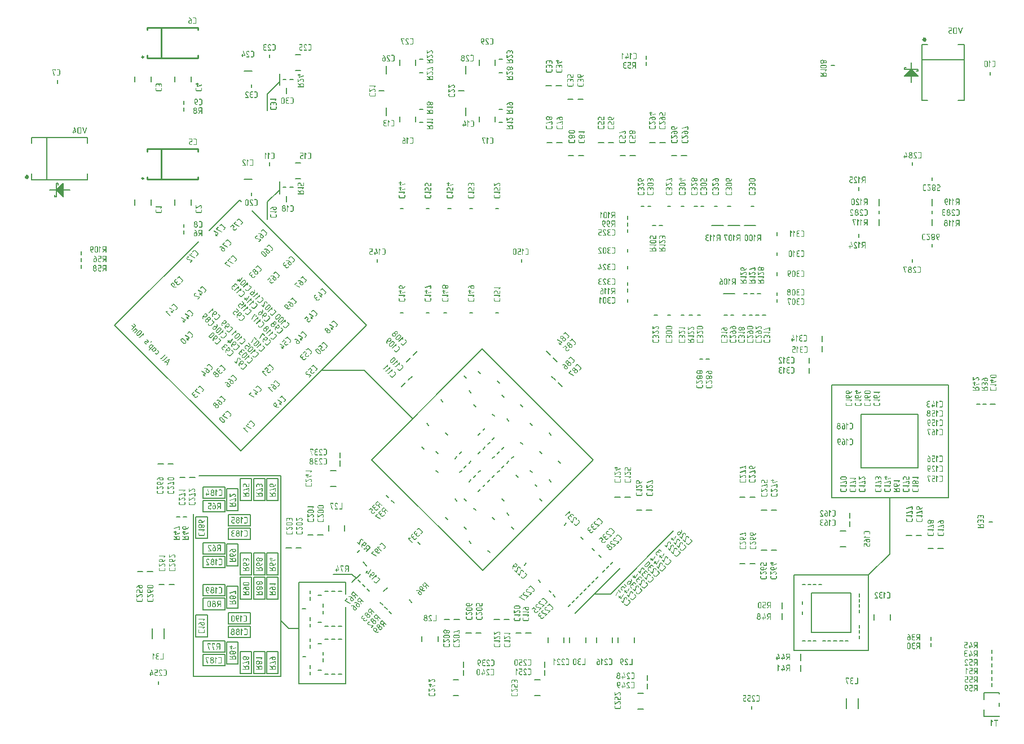
<source format=gbo>
G04 Layer_Color=32896*
%FSLAX44Y44*%
%MOMM*%
G71*
G01*
G75*
%ADD69C,0.3500*%
%ADD71C,0.1500*%
%ADD101C,0.2540*%
%ADD103C,0.1778*%
%ADD104C,0.2000*%
G36*
X910308Y1602690D02*
X910465Y1602661D01*
X910650Y1602618D01*
X910849Y1602547D01*
X911049Y1602462D01*
X911263Y1602348D01*
X911291Y1602333D01*
X911348Y1602291D01*
X911462Y1602205D01*
X911590Y1602105D01*
X911733Y1601977D01*
X911889Y1601820D01*
X912046Y1601635D01*
X912189Y1601436D01*
X912203Y1601407D01*
X912232Y1601350D01*
X912260Y1601250D01*
X912274Y1601136D01*
Y1601122D01*
Y1601094D01*
X912260Y1601051D01*
X912246Y1600994D01*
X912189Y1600851D01*
X912146Y1600780D01*
X912075Y1600709D01*
X912060D01*
X912046Y1600680D01*
X912003Y1600652D01*
X911946Y1600623D01*
X911804Y1600566D01*
X911733Y1600552D01*
X911647Y1600538D01*
X911590D01*
X911533Y1600552D01*
X911462Y1600566D01*
X911377Y1600609D01*
X911291Y1600652D01*
X911220Y1600723D01*
X911149Y1600809D01*
X911134Y1600823D01*
X911106Y1600866D01*
X911063Y1600923D01*
X911006Y1600994D01*
X910849Y1601151D01*
X910650Y1601293D01*
X910636Y1601307D01*
X910593Y1601322D01*
X910536Y1601350D01*
X910465Y1601393D01*
X910365Y1601421D01*
X910265Y1601450D01*
X910151Y1601464D01*
X910023Y1601478D01*
X909923D01*
X909795Y1601464D01*
X909652Y1601421D01*
X909481Y1601379D01*
X909310Y1601307D01*
X909125Y1601208D01*
X908954Y1601065D01*
X908940Y1601051D01*
X908883Y1600994D01*
X908812Y1600908D01*
X908740Y1600809D01*
X908655Y1600666D01*
X908598Y1600495D01*
X908541Y1600310D01*
X908527Y1600110D01*
Y1600096D01*
Y1600053D01*
X908541Y1599996D01*
Y1599911D01*
X908569Y1599811D01*
X908598Y1599697D01*
X908641Y1599583D01*
X908698Y1599469D01*
X912160Y1593926D01*
Y1593912D01*
X912189Y1593884D01*
X912203Y1593841D01*
X912232Y1593784D01*
X912274Y1593656D01*
X912303Y1593513D01*
Y1593484D01*
X912289Y1593427D01*
X912274Y1593356D01*
X912217Y1593257D01*
X912146Y1593157D01*
X912032Y1593085D01*
X911861Y1593029D01*
X911761Y1593000D01*
X907843D01*
X907786Y1593014D01*
X907714Y1593029D01*
X907572Y1593085D01*
X907501Y1593128D01*
X907430Y1593185D01*
X907415Y1593199D01*
X907401Y1593214D01*
X907344Y1593313D01*
X907301Y1593442D01*
X907273Y1593513D01*
Y1593598D01*
Y1593613D01*
Y1593641D01*
X907287Y1593684D01*
Y1593755D01*
X907344Y1593884D01*
X907373Y1593955D01*
X907430Y1594026D01*
Y1594040D01*
X907458Y1594054D01*
X907486Y1594083D01*
X907543Y1594111D01*
X907600Y1594140D01*
X907686Y1594168D01*
X907772Y1594197D01*
X910664D01*
X907643Y1598842D01*
X907629Y1598871D01*
X907586Y1598942D01*
X907543Y1599070D01*
X907472Y1599227D01*
X907415Y1599412D01*
X907373Y1599612D01*
X907330Y1599840D01*
X907316Y1600082D01*
Y1600096D01*
Y1600125D01*
Y1600182D01*
X907330Y1600267D01*
X907344Y1600353D01*
X907358Y1600467D01*
X907415Y1600709D01*
X907515Y1600994D01*
X907572Y1601151D01*
X907657Y1601307D01*
X907757Y1601464D01*
X907857Y1601621D01*
X907985Y1601778D01*
X908128Y1601920D01*
X908142Y1601934D01*
X908170Y1601949D01*
X908213Y1601991D01*
X908270Y1602048D01*
X908356Y1602105D01*
X908441Y1602162D01*
X908555Y1602234D01*
X908669Y1602319D01*
X908954Y1602462D01*
X909296Y1602576D01*
X909667Y1602675D01*
X909866Y1602690D01*
X910080Y1602704D01*
X910180D01*
X910308Y1602690D01*
D02*
G37*
G36*
X917119D02*
X917276Y1602675D01*
X917475Y1602633D01*
X917703Y1602561D01*
X917945Y1602447D01*
X918202Y1602305D01*
X918430Y1602105D01*
X918458Y1602077D01*
X918515Y1602006D01*
X918615Y1601877D01*
X918715Y1601706D01*
X918829Y1601507D01*
X918929Y1601265D01*
X918986Y1600980D01*
X919014Y1600680D01*
Y1595023D01*
Y1595009D01*
Y1594981D01*
Y1594938D01*
X919000Y1594881D01*
X918986Y1594724D01*
X918943Y1594539D01*
X918872Y1594311D01*
X918786Y1594083D01*
X918644Y1593855D01*
X918458Y1593656D01*
X918444D01*
X918430Y1593627D01*
X918344Y1593556D01*
X918216Y1593442D01*
X918031Y1593328D01*
X917817Y1593214D01*
X917561Y1593100D01*
X917276Y1593029D01*
X917133Y1593014D01*
X916977Y1593000D01*
X914583D01*
X914526Y1593014D01*
X914454Y1593029D01*
X914312Y1593085D01*
X914241Y1593128D01*
X914169Y1593185D01*
X914155Y1593199D01*
X914141Y1593214D01*
X914084Y1593313D01*
X914041Y1593442D01*
X914013Y1593513D01*
Y1593598D01*
Y1593613D01*
Y1593641D01*
X914027Y1593684D01*
Y1593755D01*
X914084Y1593884D01*
X914112Y1593955D01*
X914169Y1594026D01*
Y1594040D01*
X914198Y1594054D01*
X914226Y1594083D01*
X914283Y1594111D01*
X914340Y1594140D01*
X914426Y1594168D01*
X914511Y1594197D01*
X917034D01*
X917091Y1594211D01*
X917176Y1594225D01*
X917262Y1594254D01*
X917361Y1594297D01*
X917461Y1594354D01*
X917547Y1594425D01*
X917561Y1594439D01*
X917575Y1594468D01*
X917618Y1594525D01*
X917661Y1594596D01*
X917703Y1594681D01*
X917732Y1594781D01*
X917760Y1594895D01*
X917775Y1595023D01*
Y1600680D01*
Y1600695D01*
Y1600737D01*
X917760Y1600794D01*
X917746Y1600880D01*
X917718Y1600965D01*
X917675Y1601065D01*
X917618Y1601165D01*
X917547Y1601250D01*
X917532Y1601265D01*
X917504Y1601293D01*
X917461Y1601322D01*
X917390Y1601364D01*
X917304Y1601407D01*
X917205Y1601450D01*
X917105Y1601464D01*
X916977Y1601478D01*
X914583D01*
X914526Y1601493D01*
X914454Y1601507D01*
X914312Y1601564D01*
X914241Y1601607D01*
X914169Y1601664D01*
X914155Y1601678D01*
X914141Y1601692D01*
X914112Y1601735D01*
X914084Y1601792D01*
X914041Y1601934D01*
X914013Y1602006D01*
Y1602091D01*
Y1602105D01*
Y1602134D01*
X914027Y1602177D01*
Y1602234D01*
X914084Y1602376D01*
X914112Y1602447D01*
X914169Y1602519D01*
Y1602533D01*
X914198Y1602547D01*
X914226Y1602576D01*
X914283Y1602618D01*
X914340Y1602647D01*
X914426Y1602675D01*
X914511Y1602690D01*
X914625Y1602704D01*
X917062D01*
X917119Y1602690D01*
D02*
G37*
G36*
X905064Y1602675D02*
X905121Y1602661D01*
X905278Y1602604D01*
X905349Y1602561D01*
X905420Y1602490D01*
Y1602476D01*
X905449Y1602462D01*
X905492Y1602376D01*
X905549Y1602248D01*
X905563Y1602177D01*
X905577Y1602091D01*
Y1602077D01*
Y1602048D01*
X905563Y1601991D01*
Y1601934D01*
X905506Y1601792D01*
X905477Y1601706D01*
X905420Y1601635D01*
X905406D01*
X905392Y1601607D01*
X905349Y1601578D01*
X905292Y1601550D01*
X905150Y1601493D01*
X905064Y1601478D01*
X904964Y1601464D01*
X902969D01*
X902855Y1601450D01*
X902727Y1601421D01*
X902570Y1601364D01*
X902414Y1601307D01*
X902271Y1601208D01*
X902129Y1601079D01*
X902114Y1601065D01*
X902086Y1601022D01*
X902029Y1600951D01*
X901972Y1600851D01*
X901929Y1600723D01*
X901872Y1600581D01*
X901844Y1600410D01*
X901830Y1600224D01*
Y1600196D01*
Y1600139D01*
X901844Y1600039D01*
X901872Y1599911D01*
X901915Y1599769D01*
X901972Y1599612D01*
X902057Y1599455D01*
X902171Y1599298D01*
X902186Y1599284D01*
X902228Y1599241D01*
X902314Y1599170D01*
X902414Y1599099D01*
X902542Y1599028D01*
X902699Y1598956D01*
X902870Y1598914D01*
X903069Y1598899D01*
X904067D01*
X904124Y1598885D01*
X904181Y1598871D01*
X904337Y1598828D01*
X904409Y1598771D01*
X904480Y1598714D01*
Y1598700D01*
X904508Y1598685D01*
X904551Y1598600D01*
X904608Y1598472D01*
X904622Y1598401D01*
X904637Y1598315D01*
Y1598301D01*
Y1598272D01*
X904622Y1598230D01*
X904608Y1598158D01*
X904565Y1598016D01*
X904523Y1597944D01*
X904466Y1597873D01*
X904451D01*
X904437Y1597845D01*
X904394Y1597816D01*
X904352Y1597788D01*
X904209Y1597731D01*
X904124Y1597717D01*
X904024Y1597702D01*
X902969D01*
X902912Y1597688D01*
X902756Y1597659D01*
X902585Y1597603D01*
X902570D01*
X902542Y1597588D01*
X902499Y1597560D01*
X902442Y1597531D01*
X902314Y1597446D01*
X902186Y1597318D01*
X902171Y1597303D01*
X902157Y1597289D01*
X902086Y1597204D01*
X901986Y1597075D01*
X901901Y1596919D01*
Y1596904D01*
X901887Y1596876D01*
X901872Y1596833D01*
X901844Y1596776D01*
X901815Y1596619D01*
X901801Y1596434D01*
Y1595479D01*
Y1595465D01*
Y1595437D01*
Y1595380D01*
X901815Y1595323D01*
X901844Y1595152D01*
X901901Y1594981D01*
Y1594966D01*
X901915Y1594938D01*
X901944Y1594895D01*
X901972Y1594838D01*
X902057Y1594710D01*
X902186Y1594567D01*
X902200D01*
X902214Y1594539D01*
X902300Y1594468D01*
X902428Y1594382D01*
X902585Y1594297D01*
X902599D01*
X902627Y1594282D01*
X902670Y1594268D01*
X902727Y1594254D01*
X902884Y1594211D01*
X903069Y1594197D01*
X905007D01*
X905064Y1594183D01*
X905121Y1594168D01*
X905278Y1594126D01*
X905349Y1594069D01*
X905420Y1594012D01*
Y1593997D01*
X905449Y1593983D01*
X905463Y1593940D01*
X905492Y1593884D01*
X905549Y1593755D01*
X905563Y1593670D01*
X905577Y1593584D01*
Y1593570D01*
Y1593542D01*
X905563Y1593499D01*
Y1593442D01*
X905506Y1593313D01*
X905477Y1593242D01*
X905420Y1593171D01*
X905406D01*
X905392Y1593143D01*
X905349Y1593114D01*
X905292Y1593085D01*
X905150Y1593029D01*
X905064Y1593014D01*
X904964Y1593000D01*
X902969D01*
X902898Y1593014D01*
X902798Y1593029D01*
X902699Y1593043D01*
X902456Y1593085D01*
X902186Y1593171D01*
X901887Y1593299D01*
X901730Y1593385D01*
X901587Y1593484D01*
X901445Y1593584D01*
X901302Y1593712D01*
X901288Y1593727D01*
X901274Y1593741D01*
X901231Y1593784D01*
X901188Y1593841D01*
X901131Y1593912D01*
X901074Y1593997D01*
X900932Y1594211D01*
X900804Y1594468D01*
X900689Y1594767D01*
X900604Y1595109D01*
X900590Y1595294D01*
X900575Y1595479D01*
Y1596434D01*
Y1596463D01*
Y1596534D01*
X900590Y1596648D01*
X900604Y1596790D01*
X900632Y1596961D01*
X900689Y1597147D01*
X900747Y1597346D01*
X900832Y1597531D01*
X900846Y1597560D01*
X900875Y1597617D01*
X900932Y1597702D01*
X901003Y1597816D01*
X901103Y1597944D01*
X901217Y1598073D01*
X901345Y1598187D01*
X901488Y1598286D01*
X901473Y1598301D01*
X901416Y1598329D01*
X901345Y1598386D01*
X901245Y1598472D01*
X901131Y1598586D01*
X901017Y1598714D01*
X900918Y1598871D01*
X900818Y1599056D01*
X900804Y1599084D01*
X900775Y1599156D01*
X900747Y1599256D01*
X900689Y1599398D01*
X900647Y1599583D01*
X900618Y1599769D01*
X900590Y1599982D01*
X900575Y1600210D01*
Y1600224D01*
Y1600253D01*
Y1600310D01*
X900590Y1600381D01*
X900604Y1600467D01*
X900618Y1600566D01*
X900675Y1600809D01*
X900775Y1601079D01*
X900832Y1601222D01*
X900918Y1601379D01*
X901017Y1601521D01*
X901117Y1601678D01*
X901245Y1601820D01*
X901388Y1601963D01*
Y1601977D01*
X901416Y1601991D01*
X901488Y1602077D01*
X901616Y1602191D01*
X901787Y1602333D01*
X902029Y1602462D01*
X902157Y1602519D01*
X902314Y1602576D01*
X902485Y1602618D01*
X902656Y1602661D01*
X902855Y1602675D01*
X903069Y1602690D01*
X905007D01*
X905064Y1602675D01*
D02*
G37*
G36*
X878094Y1592690D02*
X878251Y1592661D01*
X878436Y1592618D01*
X878635Y1592547D01*
X878835Y1592462D01*
X879049Y1592348D01*
X879077Y1592333D01*
X879134Y1592291D01*
X879248Y1592205D01*
X879376Y1592105D01*
X879519Y1591977D01*
X879676Y1591820D01*
X879832Y1591635D01*
X879975Y1591436D01*
X879989Y1591407D01*
X880017Y1591350D01*
X880046Y1591250D01*
X880060Y1591136D01*
Y1591122D01*
Y1591094D01*
X880046Y1591051D01*
X880032Y1590994D01*
X879975Y1590851D01*
X879932Y1590780D01*
X879861Y1590709D01*
X879846D01*
X879832Y1590681D01*
X879790Y1590652D01*
X879733Y1590623D01*
X879590Y1590567D01*
X879519Y1590552D01*
X879433Y1590538D01*
X879376D01*
X879319Y1590552D01*
X879248Y1590567D01*
X879163Y1590609D01*
X879077Y1590652D01*
X879006Y1590723D01*
X878935Y1590809D01*
X878920Y1590823D01*
X878892Y1590866D01*
X878849Y1590923D01*
X878792Y1590994D01*
X878635Y1591151D01*
X878436Y1591293D01*
X878422Y1591307D01*
X878379Y1591322D01*
X878322Y1591350D01*
X878251Y1591393D01*
X878151Y1591421D01*
X878051Y1591450D01*
X877937Y1591464D01*
X877809Y1591478D01*
X877709D01*
X877581Y1591464D01*
X877438Y1591421D01*
X877267Y1591379D01*
X877096Y1591307D01*
X876911Y1591208D01*
X876740Y1591065D01*
X876726Y1591051D01*
X876669Y1590994D01*
X876598Y1590909D01*
X876526Y1590809D01*
X876441Y1590666D01*
X876384Y1590495D01*
X876327Y1590310D01*
X876313Y1590110D01*
Y1590096D01*
Y1590054D01*
X876327Y1589996D01*
Y1589911D01*
X876355Y1589811D01*
X876384Y1589697D01*
X876427Y1589583D01*
X876484Y1589469D01*
X879946Y1583926D01*
Y1583912D01*
X879975Y1583884D01*
X879989Y1583841D01*
X880017Y1583784D01*
X880060Y1583656D01*
X880089Y1583513D01*
Y1583484D01*
X880074Y1583427D01*
X880060Y1583356D01*
X880003Y1583257D01*
X879932Y1583157D01*
X879818Y1583085D01*
X879647Y1583029D01*
X879547Y1583000D01*
X875629D01*
X875572Y1583014D01*
X875500Y1583029D01*
X875358Y1583085D01*
X875287Y1583128D01*
X875216Y1583185D01*
X875201Y1583199D01*
X875187Y1583214D01*
X875130Y1583313D01*
X875087Y1583442D01*
X875059Y1583513D01*
Y1583598D01*
Y1583613D01*
Y1583641D01*
X875073Y1583684D01*
Y1583755D01*
X875130Y1583884D01*
X875158Y1583955D01*
X875216Y1584026D01*
Y1584040D01*
X875244Y1584055D01*
X875273Y1584083D01*
X875330Y1584111D01*
X875387Y1584140D01*
X875472Y1584169D01*
X875557Y1584197D01*
X878450D01*
X875429Y1588842D01*
X875415Y1588871D01*
X875372Y1588942D01*
X875330Y1589070D01*
X875258Y1589227D01*
X875201Y1589412D01*
X875158Y1589612D01*
X875116Y1589840D01*
X875101Y1590082D01*
Y1590096D01*
Y1590125D01*
Y1590182D01*
X875116Y1590267D01*
X875130Y1590353D01*
X875144Y1590467D01*
X875201Y1590709D01*
X875301Y1590994D01*
X875358Y1591151D01*
X875443Y1591307D01*
X875543Y1591464D01*
X875643Y1591621D01*
X875771Y1591778D01*
X875914Y1591920D01*
X875928Y1591934D01*
X875956Y1591949D01*
X875999Y1591991D01*
X876056Y1592048D01*
X876142Y1592105D01*
X876227Y1592162D01*
X876341Y1592234D01*
X876455Y1592319D01*
X876740Y1592462D01*
X877082Y1592576D01*
X877453Y1592675D01*
X877652Y1592690D01*
X877866Y1592704D01*
X877966D01*
X878094Y1592690D01*
D02*
G37*
G36*
X870941D02*
X871055Y1592647D01*
X871183Y1592576D01*
X871211Y1592561D01*
X871268Y1592490D01*
X871340Y1592390D01*
X871411Y1592248D01*
X873278Y1585665D01*
X873292Y1585636D01*
X873306Y1585608D01*
X873320Y1585551D01*
Y1585536D01*
Y1585508D01*
X873335Y1585408D01*
Y1585380D01*
X873320Y1585323D01*
X873306Y1585237D01*
X873249Y1585152D01*
X873178Y1585052D01*
X873064Y1584966D01*
X872907Y1584910D01*
X872807Y1584881D01*
X870000D01*
Y1583598D01*
Y1583584D01*
Y1583556D01*
X869986Y1583499D01*
X869972Y1583442D01*
X869929Y1583299D01*
X869886Y1583228D01*
X869829Y1583157D01*
X869815D01*
X869801Y1583128D01*
X869758Y1583114D01*
X869701Y1583085D01*
X869558Y1583029D01*
X869473Y1583014D01*
X869388Y1583000D01*
X869345D01*
X869302Y1583014D01*
X869231D01*
X869102Y1583071D01*
X869031Y1583100D01*
X868960Y1583157D01*
X868946Y1583171D01*
X868932Y1583185D01*
X868875Y1583271D01*
X868818Y1583413D01*
X868789Y1583499D01*
Y1583598D01*
Y1584881D01*
X867948D01*
X867891Y1584895D01*
X867820Y1584910D01*
X867678Y1584966D01*
X867606Y1585009D01*
X867535Y1585066D01*
X867521Y1585080D01*
X867506Y1585095D01*
X867478Y1585137D01*
X867449Y1585194D01*
X867407Y1585323D01*
X867378Y1585408D01*
Y1585494D01*
Y1585508D01*
Y1585536D01*
X867393Y1585579D01*
Y1585636D01*
X867449Y1585764D01*
X867478Y1585836D01*
X867535Y1585907D01*
Y1585921D01*
X867563Y1585935D01*
X867606Y1585964D01*
X867649Y1586007D01*
X867792Y1586064D01*
X867891Y1586078D01*
X867991Y1586092D01*
X868789D01*
Y1587389D01*
Y1587403D01*
Y1587432D01*
X868803Y1587489D01*
X868818Y1587546D01*
X868860Y1587688D01*
X868917Y1587759D01*
X868974Y1587816D01*
X868988Y1587831D01*
X869003Y1587845D01*
X869088Y1587902D01*
X869231Y1587959D01*
X869302Y1587987D01*
X869430D01*
X869487Y1587973D01*
X869544D01*
X869687Y1587916D01*
X869758Y1587873D01*
X869829Y1587816D01*
Y1587802D01*
X869858Y1587788D01*
X869915Y1587702D01*
X869972Y1587560D01*
X869986Y1587474D01*
X870000Y1587389D01*
Y1586092D01*
X871924D01*
X870228Y1591920D01*
Y1591934D01*
X870214Y1591977D01*
X870200Y1592034D01*
Y1592105D01*
Y1592120D01*
Y1592148D01*
X870214Y1592191D01*
X870228Y1592262D01*
X870285Y1592390D01*
X870328Y1592462D01*
X870399Y1592533D01*
X870413Y1592547D01*
X870428Y1592561D01*
X870470Y1592590D01*
X870527Y1592618D01*
X870656Y1592675D01*
X870741Y1592704D01*
X870855D01*
X870941Y1592690D01*
D02*
G37*
G36*
X884905D02*
X885062Y1592675D01*
X885261Y1592633D01*
X885489Y1592561D01*
X885732Y1592447D01*
X885988Y1592305D01*
X886216Y1592105D01*
X886245Y1592077D01*
X886301Y1592006D01*
X886401Y1591877D01*
X886501Y1591706D01*
X886615Y1591507D01*
X886715Y1591265D01*
X886772Y1590980D01*
X886800Y1590681D01*
Y1585023D01*
Y1585009D01*
Y1584981D01*
Y1584938D01*
X886786Y1584881D01*
X886772Y1584724D01*
X886729Y1584539D01*
X886658Y1584311D01*
X886572Y1584083D01*
X886430Y1583855D01*
X886245Y1583656D01*
X886230D01*
X886216Y1583627D01*
X886131Y1583556D01*
X886002Y1583442D01*
X885817Y1583328D01*
X885603Y1583214D01*
X885347Y1583100D01*
X885062Y1583029D01*
X884919Y1583014D01*
X884763Y1583000D01*
X882369D01*
X882312Y1583014D01*
X882240Y1583029D01*
X882098Y1583085D01*
X882027Y1583128D01*
X881955Y1583185D01*
X881941Y1583199D01*
X881927Y1583214D01*
X881870Y1583313D01*
X881827Y1583442D01*
X881799Y1583513D01*
Y1583598D01*
Y1583613D01*
Y1583641D01*
X881813Y1583684D01*
Y1583755D01*
X881870Y1583884D01*
X881898Y1583955D01*
X881955Y1584026D01*
Y1584040D01*
X881984Y1584055D01*
X882012Y1584083D01*
X882069Y1584111D01*
X882126Y1584140D01*
X882212Y1584169D01*
X882297Y1584197D01*
X884820D01*
X884877Y1584211D01*
X884962Y1584225D01*
X885048Y1584254D01*
X885147Y1584297D01*
X885247Y1584354D01*
X885332Y1584425D01*
X885347Y1584439D01*
X885361Y1584468D01*
X885404Y1584525D01*
X885446Y1584596D01*
X885489Y1584682D01*
X885518Y1584781D01*
X885546Y1584895D01*
X885561Y1585023D01*
Y1590681D01*
Y1590695D01*
Y1590737D01*
X885546Y1590795D01*
X885532Y1590880D01*
X885503Y1590965D01*
X885461Y1591065D01*
X885404Y1591165D01*
X885332Y1591250D01*
X885318Y1591265D01*
X885290Y1591293D01*
X885247Y1591322D01*
X885176Y1591364D01*
X885090Y1591407D01*
X884991Y1591450D01*
X884891Y1591464D01*
X884763Y1591478D01*
X882369D01*
X882312Y1591493D01*
X882240Y1591507D01*
X882098Y1591564D01*
X882027Y1591607D01*
X881955Y1591664D01*
X881941Y1591678D01*
X881927Y1591692D01*
X881898Y1591735D01*
X881870Y1591792D01*
X881827Y1591934D01*
X881799Y1592006D01*
Y1592091D01*
Y1592105D01*
Y1592134D01*
X881813Y1592177D01*
Y1592234D01*
X881870Y1592376D01*
X881898Y1592447D01*
X881955Y1592519D01*
Y1592533D01*
X881984Y1592547D01*
X882012Y1592576D01*
X882069Y1592618D01*
X882126Y1592647D01*
X882212Y1592675D01*
X882297Y1592690D01*
X882411Y1592704D01*
X884848D01*
X884905Y1592690D01*
D02*
G37*
G36*
X908281Y1439732D02*
X908352Y1439718D01*
X908423Y1439690D01*
X908523Y1439647D01*
X908608Y1439590D01*
X908708Y1439504D01*
X910575Y1437638D01*
X910589Y1437623D01*
X910603Y1437609D01*
X910632Y1437566D01*
X910675Y1437509D01*
X910746Y1437367D01*
X910760Y1437296D01*
X910774Y1437210D01*
Y1437196D01*
Y1437168D01*
X910760Y1437125D01*
X910746Y1437054D01*
X910689Y1436911D01*
X910646Y1436840D01*
X910589Y1436768D01*
X910575Y1436754D01*
X910561Y1436740D01*
X910518Y1436711D01*
X910461Y1436683D01*
X910318Y1436612D01*
X910233Y1436597D01*
X910147Y1436583D01*
X910105D01*
X910062Y1436597D01*
X910005Y1436626D01*
X909934Y1436669D01*
X909862Y1436740D01*
X909777Y1436826D01*
X909691Y1436954D01*
X908879Y1437809D01*
Y1430598D01*
Y1430584D01*
Y1430556D01*
X908865Y1430499D01*
X908851Y1430442D01*
X908794Y1430299D01*
X908751Y1430228D01*
X908694Y1430157D01*
X908680D01*
X908665Y1430128D01*
X908623Y1430114D01*
X908566Y1430085D01*
X908437Y1430029D01*
X908352Y1430014D01*
X908266Y1430000D01*
X908224D01*
X908181Y1430014D01*
X908110D01*
X907981Y1430071D01*
X907910Y1430100D01*
X907839Y1430157D01*
X907825Y1430171D01*
X907810Y1430185D01*
X907739Y1430271D01*
X907682Y1430413D01*
X907668Y1430499D01*
X907654Y1430598D01*
Y1439091D01*
Y1439105D01*
Y1439148D01*
X907668Y1439191D01*
Y1439262D01*
X907725Y1439419D01*
X907753Y1439490D01*
X907810Y1439561D01*
Y1439576D01*
X907839Y1439590D01*
X907910Y1439661D01*
X908024Y1439718D01*
X908095Y1439732D01*
X908181Y1439747D01*
X908224D01*
X908281Y1439732D01*
D02*
G37*
G36*
X903450D02*
X903521Y1439718D01*
X903593Y1439690D01*
X903692Y1439647D01*
X903778Y1439590D01*
X903878Y1439504D01*
X905744Y1437638D01*
X905759Y1437623D01*
X905773Y1437609D01*
X905801Y1437566D01*
X905844Y1437509D01*
X905915Y1437367D01*
X905929Y1437296D01*
X905944Y1437210D01*
Y1437196D01*
Y1437168D01*
X905929Y1437125D01*
X905915Y1437054D01*
X905858Y1436911D01*
X905816Y1436840D01*
X905759Y1436768D01*
X905744Y1436754D01*
X905730Y1436740D01*
X905687Y1436711D01*
X905630Y1436683D01*
X905488Y1436612D01*
X905402Y1436597D01*
X905317Y1436583D01*
X905274D01*
X905231Y1436597D01*
X905174Y1436626D01*
X905103Y1436669D01*
X905032Y1436740D01*
X904946Y1436826D01*
X904861Y1436954D01*
X904049Y1437809D01*
Y1430598D01*
Y1430584D01*
Y1430556D01*
X904034Y1430499D01*
X904020Y1430442D01*
X903963Y1430299D01*
X903920Y1430228D01*
X903863Y1430157D01*
X903849D01*
X903835Y1430128D01*
X903792Y1430114D01*
X903735Y1430085D01*
X903607Y1430029D01*
X903521Y1430014D01*
X903436Y1430000D01*
X903393D01*
X903350Y1430014D01*
X903279D01*
X903151Y1430071D01*
X903080Y1430100D01*
X903008Y1430157D01*
X902994Y1430171D01*
X902980Y1430185D01*
X902909Y1430271D01*
X902852Y1430413D01*
X902837Y1430499D01*
X902823Y1430598D01*
Y1439091D01*
Y1439105D01*
Y1439148D01*
X902837Y1439191D01*
Y1439262D01*
X902894Y1439419D01*
X902923Y1439490D01*
X902980Y1439561D01*
Y1439576D01*
X903008Y1439590D01*
X903080Y1439661D01*
X903194Y1439718D01*
X903265Y1439732D01*
X903350Y1439747D01*
X903393D01*
X903450Y1439732D01*
D02*
G37*
G36*
X915619Y1439690D02*
X915776Y1439675D01*
X915975Y1439633D01*
X916203Y1439561D01*
X916445Y1439447D01*
X916702Y1439305D01*
X916930Y1439105D01*
X916958Y1439077D01*
X917016Y1439006D01*
X917115Y1438877D01*
X917215Y1438706D01*
X917329Y1438507D01*
X917429Y1438265D01*
X917486Y1437980D01*
X917514Y1437680D01*
Y1432023D01*
Y1432009D01*
Y1431981D01*
Y1431938D01*
X917500Y1431881D01*
X917486Y1431724D01*
X917443Y1431539D01*
X917372Y1431311D01*
X917286Y1431083D01*
X917144Y1430855D01*
X916958Y1430656D01*
X916944D01*
X916930Y1430627D01*
X916844Y1430556D01*
X916716Y1430442D01*
X916531Y1430328D01*
X916317Y1430214D01*
X916061Y1430100D01*
X915776Y1430029D01*
X915633Y1430014D01*
X915477Y1430000D01*
X913083D01*
X913026Y1430014D01*
X912954Y1430029D01*
X912812Y1430085D01*
X912741Y1430128D01*
X912669Y1430185D01*
X912655Y1430199D01*
X912641Y1430214D01*
X912584Y1430314D01*
X912541Y1430442D01*
X912513Y1430513D01*
Y1430598D01*
Y1430613D01*
Y1430641D01*
X912527Y1430684D01*
Y1430755D01*
X912584Y1430883D01*
X912612Y1430955D01*
X912669Y1431026D01*
Y1431040D01*
X912698Y1431055D01*
X912726Y1431083D01*
X912783Y1431111D01*
X912840Y1431140D01*
X912926Y1431169D01*
X913011Y1431197D01*
X915534D01*
X915591Y1431211D01*
X915676Y1431225D01*
X915762Y1431254D01*
X915861Y1431297D01*
X915961Y1431354D01*
X916047Y1431425D01*
X916061Y1431439D01*
X916075Y1431468D01*
X916118Y1431525D01*
X916161Y1431596D01*
X916203Y1431681D01*
X916232Y1431781D01*
X916260Y1431895D01*
X916274Y1432023D01*
Y1437680D01*
Y1437695D01*
Y1437737D01*
X916260Y1437794D01*
X916246Y1437880D01*
X916217Y1437965D01*
X916175Y1438065D01*
X916118Y1438165D01*
X916047Y1438250D01*
X916032Y1438265D01*
X916004Y1438293D01*
X915961Y1438322D01*
X915890Y1438364D01*
X915804Y1438407D01*
X915705Y1438450D01*
X915605Y1438464D01*
X915477Y1438478D01*
X913083D01*
X913026Y1438493D01*
X912954Y1438507D01*
X912812Y1438564D01*
X912741Y1438607D01*
X912669Y1438664D01*
X912655Y1438678D01*
X912641Y1438692D01*
X912612Y1438735D01*
X912584Y1438792D01*
X912541Y1438934D01*
X912513Y1439006D01*
Y1439091D01*
Y1439105D01*
Y1439134D01*
X912527Y1439177D01*
Y1439234D01*
X912584Y1439376D01*
X912612Y1439447D01*
X912669Y1439519D01*
Y1439533D01*
X912698Y1439547D01*
X912726Y1439576D01*
X912783Y1439618D01*
X912840Y1439647D01*
X912926Y1439675D01*
X913011Y1439690D01*
X913125Y1439704D01*
X915562D01*
X915619Y1439690D01*
D02*
G37*
G36*
X1990780Y1577982D02*
X1990851Y1577968D01*
X1990923Y1577939D01*
X1991022Y1577897D01*
X1991108Y1577840D01*
X1991208Y1577754D01*
X1993074Y1575888D01*
X1993089Y1575873D01*
X1993103Y1575859D01*
X1993131Y1575816D01*
X1993174Y1575759D01*
X1993245Y1575617D01*
X1993260Y1575546D01*
X1993274Y1575460D01*
Y1575446D01*
Y1575417D01*
X1993260Y1575375D01*
X1993245Y1575303D01*
X1993188Y1575161D01*
X1993146Y1575090D01*
X1993089Y1575018D01*
X1993074Y1575004D01*
X1993060Y1574990D01*
X1993017Y1574961D01*
X1992960Y1574933D01*
X1992818Y1574862D01*
X1992732Y1574847D01*
X1992647Y1574833D01*
X1992604D01*
X1992561Y1574847D01*
X1992504Y1574876D01*
X1992433Y1574919D01*
X1992362Y1574990D01*
X1992276Y1575075D01*
X1992191Y1575204D01*
X1991379Y1576059D01*
Y1568848D01*
Y1568834D01*
Y1568806D01*
X1991364Y1568749D01*
X1991350Y1568692D01*
X1991293Y1568549D01*
X1991250Y1568478D01*
X1991194Y1568407D01*
X1991179D01*
X1991165Y1568378D01*
X1991122Y1568364D01*
X1991065Y1568335D01*
X1990937Y1568278D01*
X1990851Y1568264D01*
X1990766Y1568250D01*
X1990723D01*
X1990681Y1568264D01*
X1990609D01*
X1990481Y1568321D01*
X1990410Y1568350D01*
X1990338Y1568407D01*
X1990324Y1568421D01*
X1990310Y1568435D01*
X1990239Y1568521D01*
X1990182Y1568663D01*
X1990168Y1568749D01*
X1990153Y1568848D01*
Y1577341D01*
Y1577355D01*
Y1577398D01*
X1990168Y1577441D01*
Y1577512D01*
X1990224Y1577669D01*
X1990253Y1577740D01*
X1990310Y1577811D01*
Y1577825D01*
X1990338Y1577840D01*
X1990410Y1577911D01*
X1990524Y1577968D01*
X1990595Y1577982D01*
X1990681Y1577997D01*
X1990723D01*
X1990780Y1577982D01*
D02*
G37*
G36*
X1998119Y1577939D02*
X1998275Y1577925D01*
X1998475Y1577883D01*
X1998703Y1577811D01*
X1998945Y1577697D01*
X1999202Y1577555D01*
X1999430Y1577355D01*
X1999458Y1577327D01*
X1999515Y1577256D01*
X1999615Y1577127D01*
X1999715Y1576956D01*
X1999829Y1576757D01*
X1999928Y1576515D01*
X1999985Y1576230D01*
X2000014Y1575930D01*
Y1570273D01*
Y1570259D01*
Y1570231D01*
Y1570188D01*
X2000000Y1570131D01*
X1999985Y1569974D01*
X1999943Y1569789D01*
X1999871Y1569561D01*
X1999786Y1569333D01*
X1999643Y1569105D01*
X1999458Y1568905D01*
X1999444D01*
X1999430Y1568877D01*
X1999344Y1568806D01*
X1999216Y1568692D01*
X1999031Y1568578D01*
X1998817Y1568464D01*
X1998560Y1568350D01*
X1998275Y1568278D01*
X1998133Y1568264D01*
X1997976Y1568250D01*
X1995582D01*
X1995525Y1568264D01*
X1995454Y1568278D01*
X1995312Y1568335D01*
X1995240Y1568378D01*
X1995169Y1568435D01*
X1995155Y1568449D01*
X1995141Y1568464D01*
X1995084Y1568563D01*
X1995041Y1568692D01*
X1995012Y1568763D01*
Y1568848D01*
Y1568863D01*
Y1568891D01*
X1995027Y1568934D01*
Y1569005D01*
X1995084Y1569133D01*
X1995112Y1569205D01*
X1995169Y1569276D01*
Y1569290D01*
X1995198Y1569304D01*
X1995226Y1569333D01*
X1995283Y1569361D01*
X1995340Y1569390D01*
X1995426Y1569418D01*
X1995511Y1569447D01*
X1998033D01*
X1998090Y1569461D01*
X1998176Y1569475D01*
X1998261Y1569504D01*
X1998361Y1569547D01*
X1998461Y1569604D01*
X1998546Y1569675D01*
X1998560Y1569689D01*
X1998575Y1569718D01*
X1998617Y1569775D01*
X1998660Y1569846D01*
X1998703Y1569931D01*
X1998731Y1570031D01*
X1998760Y1570145D01*
X1998774Y1570273D01*
Y1575930D01*
Y1575945D01*
Y1575987D01*
X1998760Y1576044D01*
X1998746Y1576130D01*
X1998717Y1576215D01*
X1998674Y1576315D01*
X1998617Y1576415D01*
X1998546Y1576500D01*
X1998532Y1576515D01*
X1998503Y1576543D01*
X1998461Y1576572D01*
X1998389Y1576614D01*
X1998304Y1576657D01*
X1998204Y1576700D01*
X1998104Y1576714D01*
X1997976Y1576728D01*
X1995582D01*
X1995525Y1576743D01*
X1995454Y1576757D01*
X1995312Y1576814D01*
X1995240Y1576857D01*
X1995169Y1576914D01*
X1995155Y1576928D01*
X1995141Y1576942D01*
X1995112Y1576985D01*
X1995084Y1577042D01*
X1995041Y1577184D01*
X1995012Y1577256D01*
Y1577341D01*
Y1577355D01*
Y1577384D01*
X1995027Y1577426D01*
Y1577484D01*
X1995084Y1577626D01*
X1995112Y1577697D01*
X1995169Y1577769D01*
Y1577783D01*
X1995198Y1577797D01*
X1995226Y1577825D01*
X1995283Y1577868D01*
X1995340Y1577897D01*
X1995426Y1577925D01*
X1995511Y1577939D01*
X1995625Y1577954D01*
X1998062D01*
X1998119Y1577939D01*
D02*
G37*
G36*
X1986377D02*
X1986448D01*
X1986548Y1577925D01*
X1986762Y1577868D01*
X1987004Y1577797D01*
X1987261Y1577669D01*
X1987531Y1577512D01*
X1987660Y1577398D01*
X1987788Y1577284D01*
X1987816Y1577256D01*
X1987888Y1577170D01*
X1988002Y1577028D01*
X1988116Y1576857D01*
X1988230Y1576629D01*
X1988344Y1576358D01*
X1988415Y1576059D01*
X1988429Y1575902D01*
X1988443Y1575731D01*
Y1570459D01*
Y1570444D01*
Y1570416D01*
Y1570373D01*
X1988429Y1570302D01*
X1988415Y1570131D01*
X1988372Y1569917D01*
X1988287Y1569689D01*
X1988187Y1569433D01*
X1988030Y1569190D01*
X1987945Y1569076D01*
X1987831Y1568977D01*
X1987816Y1568962D01*
X1987802Y1568948D01*
X1987759Y1568905D01*
X1987702Y1568863D01*
X1987560Y1568749D01*
X1987375Y1568620D01*
X1987132Y1568478D01*
X1986862Y1568364D01*
X1986548Y1568278D01*
X1986391Y1568264D01*
X1986220Y1568250D01*
X1985565D01*
X1985494Y1568264D01*
X1985423D01*
X1985323Y1568278D01*
X1985109Y1568335D01*
X1984867Y1568407D01*
X1984596Y1568521D01*
X1984339Y1568677D01*
X1984211Y1568763D01*
X1984083Y1568877D01*
X1984069Y1568891D01*
X1984055Y1568905D01*
X1983983Y1568991D01*
X1983884Y1569133D01*
X1983755Y1569319D01*
X1983641Y1569547D01*
X1983542Y1569817D01*
X1983470Y1570131D01*
X1983442Y1570288D01*
Y1570459D01*
Y1575731D01*
Y1575745D01*
Y1575774D01*
Y1575816D01*
X1983456Y1575888D01*
Y1575959D01*
X1983470Y1576059D01*
X1983527Y1576272D01*
X1983598Y1576515D01*
X1983712Y1576785D01*
X1983869Y1577042D01*
X1983969Y1577170D01*
X1984083Y1577298D01*
Y1577312D01*
X1984111Y1577327D01*
X1984197Y1577398D01*
X1984339Y1577512D01*
X1984525Y1577626D01*
X1984753Y1577740D01*
X1985009Y1577854D01*
X1985323Y1577925D01*
X1985479Y1577954D01*
X1986306D01*
X1986377Y1577939D01*
D02*
G37*
G36*
X944119Y1522690D02*
X944276Y1522675D01*
X944475Y1522633D01*
X944703Y1522561D01*
X944946Y1522447D01*
X945202Y1522305D01*
X945430Y1522105D01*
X945459Y1522077D01*
X945516Y1522006D01*
X945615Y1521877D01*
X945715Y1521706D01*
X945829Y1521507D01*
X945929Y1521265D01*
X945986Y1520980D01*
X946014Y1520680D01*
Y1515023D01*
Y1515009D01*
Y1514981D01*
Y1514938D01*
X946000Y1514881D01*
X945986Y1514724D01*
X945943Y1514539D01*
X945872Y1514311D01*
X945786Y1514083D01*
X945644Y1513855D01*
X945459Y1513656D01*
X945444D01*
X945430Y1513627D01*
X945344Y1513556D01*
X945216Y1513442D01*
X945031Y1513328D01*
X944817Y1513214D01*
X944561Y1513100D01*
X944276Y1513029D01*
X944133Y1513014D01*
X943977Y1513000D01*
X941583D01*
X941526Y1513014D01*
X941454Y1513029D01*
X941312Y1513085D01*
X941241Y1513128D01*
X941169Y1513185D01*
X941155Y1513199D01*
X941141Y1513214D01*
X941084Y1513313D01*
X941041Y1513442D01*
X941013Y1513513D01*
Y1513598D01*
Y1513613D01*
Y1513641D01*
X941027Y1513684D01*
Y1513755D01*
X941084Y1513884D01*
X941112Y1513955D01*
X941169Y1514026D01*
Y1514040D01*
X941198Y1514055D01*
X941226Y1514083D01*
X941283Y1514111D01*
X941340Y1514140D01*
X941426Y1514168D01*
X941511Y1514197D01*
X944034D01*
X944091Y1514211D01*
X944176Y1514225D01*
X944262Y1514254D01*
X944361Y1514297D01*
X944461Y1514354D01*
X944547Y1514425D01*
X944561Y1514439D01*
X944575Y1514468D01*
X944618Y1514525D01*
X944660Y1514596D01*
X944703Y1514681D01*
X944732Y1514781D01*
X944760Y1514895D01*
X944774Y1515023D01*
Y1520680D01*
Y1520695D01*
Y1520737D01*
X944760Y1520794D01*
X944746Y1520880D01*
X944717Y1520965D01*
X944675Y1521065D01*
X944618Y1521165D01*
X944547Y1521250D01*
X944532Y1521265D01*
X944504Y1521293D01*
X944461Y1521322D01*
X944390Y1521364D01*
X944304Y1521407D01*
X944205Y1521450D01*
X944105Y1521464D01*
X943977Y1521478D01*
X941583D01*
X941526Y1521493D01*
X941454Y1521507D01*
X941312Y1521564D01*
X941241Y1521607D01*
X941169Y1521664D01*
X941155Y1521678D01*
X941141Y1521692D01*
X941112Y1521735D01*
X941084Y1521792D01*
X941041Y1521934D01*
X941013Y1522006D01*
Y1522091D01*
Y1522105D01*
Y1522134D01*
X941027Y1522177D01*
Y1522234D01*
X941084Y1522376D01*
X941112Y1522447D01*
X941169Y1522519D01*
Y1522533D01*
X941198Y1522547D01*
X941226Y1522576D01*
X941283Y1522618D01*
X941340Y1522647D01*
X941426Y1522675D01*
X941511Y1522690D01*
X941625Y1522704D01*
X944062D01*
X944119Y1522690D01*
D02*
G37*
G36*
X938804Y1522675D02*
X938861Y1522661D01*
X939018Y1522604D01*
X939089Y1522561D01*
X939160Y1522490D01*
Y1522476D01*
X939189Y1522462D01*
X939231Y1522376D01*
X939288Y1522248D01*
X939303Y1522177D01*
X939317Y1522091D01*
Y1522077D01*
Y1522048D01*
X939303Y1521991D01*
Y1521934D01*
X939246Y1521792D01*
X939217Y1521706D01*
X939160Y1521635D01*
X939146D01*
X939132Y1521607D01*
X939089Y1521578D01*
X939032Y1521550D01*
X938889Y1521493D01*
X938804Y1521478D01*
X938704Y1521464D01*
X936709D01*
X936595Y1521450D01*
X936467Y1521421D01*
X936310Y1521364D01*
X936154Y1521307D01*
X936011Y1521208D01*
X935869Y1521079D01*
X935854Y1521065D01*
X935826Y1521022D01*
X935769Y1520951D01*
X935712Y1520851D01*
X935669Y1520723D01*
X935612Y1520581D01*
X935584Y1520410D01*
X935569Y1520224D01*
Y1520196D01*
Y1520139D01*
X935584Y1520039D01*
X935612Y1519911D01*
X935655Y1519769D01*
X935712Y1519612D01*
X935797Y1519455D01*
X935911Y1519298D01*
X935926Y1519284D01*
X935968Y1519241D01*
X936054Y1519170D01*
X936154Y1519099D01*
X936282Y1519028D01*
X936439Y1518956D01*
X936610Y1518914D01*
X936809Y1518899D01*
X937807D01*
X937864Y1518885D01*
X937921Y1518871D01*
X938077Y1518828D01*
X938149Y1518771D01*
X938220Y1518714D01*
Y1518700D01*
X938248Y1518685D01*
X938291Y1518600D01*
X938348Y1518472D01*
X938362Y1518401D01*
X938377Y1518315D01*
Y1518301D01*
Y1518272D01*
X938362Y1518230D01*
X938348Y1518158D01*
X938305Y1518016D01*
X938263Y1517944D01*
X938206Y1517873D01*
X938191D01*
X938177Y1517845D01*
X938134Y1517816D01*
X938092Y1517788D01*
X937949Y1517731D01*
X937864Y1517717D01*
X937764Y1517702D01*
X936709D01*
X936652Y1517688D01*
X936496Y1517660D01*
X936325Y1517603D01*
X936310D01*
X936282Y1517588D01*
X936239Y1517560D01*
X936182Y1517531D01*
X936054Y1517446D01*
X935926Y1517318D01*
X935911Y1517303D01*
X935897Y1517289D01*
X935826Y1517204D01*
X935726Y1517075D01*
X935641Y1516919D01*
Y1516904D01*
X935626Y1516876D01*
X935612Y1516833D01*
X935584Y1516776D01*
X935555Y1516619D01*
X935541Y1516434D01*
Y1515479D01*
Y1515465D01*
Y1515437D01*
Y1515380D01*
X935555Y1515323D01*
X935584Y1515152D01*
X935641Y1514981D01*
Y1514966D01*
X935655Y1514938D01*
X935683Y1514895D01*
X935712Y1514838D01*
X935797Y1514710D01*
X935926Y1514567D01*
X935940D01*
X935954Y1514539D01*
X936040Y1514468D01*
X936168Y1514382D01*
X936325Y1514297D01*
X936339D01*
X936367Y1514282D01*
X936410Y1514268D01*
X936467Y1514254D01*
X936624Y1514211D01*
X936809Y1514197D01*
X938747D01*
X938804Y1514183D01*
X938861Y1514168D01*
X939018Y1514126D01*
X939089Y1514069D01*
X939160Y1514012D01*
Y1513997D01*
X939189Y1513983D01*
X939203Y1513940D01*
X939231Y1513884D01*
X939288Y1513755D01*
X939303Y1513670D01*
X939317Y1513584D01*
Y1513570D01*
Y1513542D01*
X939303Y1513499D01*
Y1513442D01*
X939246Y1513313D01*
X939217Y1513242D01*
X939160Y1513171D01*
X939146D01*
X939132Y1513143D01*
X939089Y1513114D01*
X939032Y1513085D01*
X938889Y1513029D01*
X938804Y1513014D01*
X938704Y1513000D01*
X936709D01*
X936638Y1513014D01*
X936538Y1513029D01*
X936439Y1513043D01*
X936196Y1513085D01*
X935926Y1513171D01*
X935626Y1513299D01*
X935470Y1513385D01*
X935327Y1513484D01*
X935185Y1513584D01*
X935042Y1513712D01*
X935028Y1513727D01*
X935014Y1513741D01*
X934971Y1513784D01*
X934928Y1513841D01*
X934871Y1513912D01*
X934814Y1513997D01*
X934672Y1514211D01*
X934544Y1514468D01*
X934429Y1514767D01*
X934344Y1515109D01*
X934330Y1515294D01*
X934315Y1515479D01*
Y1516434D01*
Y1516463D01*
Y1516534D01*
X934330Y1516648D01*
X934344Y1516790D01*
X934372Y1516961D01*
X934429Y1517147D01*
X934486Y1517346D01*
X934572Y1517531D01*
X934586Y1517560D01*
X934615Y1517617D01*
X934672Y1517702D01*
X934743Y1517816D01*
X934843Y1517944D01*
X934957Y1518073D01*
X935085Y1518187D01*
X935227Y1518286D01*
X935213Y1518301D01*
X935156Y1518329D01*
X935085Y1518386D01*
X934985Y1518472D01*
X934871Y1518586D01*
X934757Y1518714D01*
X934658Y1518871D01*
X934558Y1519056D01*
X934544Y1519084D01*
X934515Y1519156D01*
X934486Y1519256D01*
X934429Y1519398D01*
X934387Y1519583D01*
X934358Y1519769D01*
X934330Y1519982D01*
X934315Y1520210D01*
Y1520224D01*
Y1520253D01*
Y1520310D01*
X934330Y1520381D01*
X934344Y1520467D01*
X934358Y1520566D01*
X934415Y1520809D01*
X934515Y1521079D01*
X934572Y1521222D01*
X934658Y1521379D01*
X934757Y1521521D01*
X934857Y1521678D01*
X934985Y1521820D01*
X935128Y1521963D01*
Y1521977D01*
X935156Y1521991D01*
X935227Y1522077D01*
X935356Y1522191D01*
X935527Y1522333D01*
X935769Y1522462D01*
X935897Y1522519D01*
X936054Y1522576D01*
X936225Y1522618D01*
X936396Y1522661D01*
X936595Y1522675D01*
X936809Y1522690D01*
X938747D01*
X938804Y1522675D01*
D02*
G37*
G36*
X930468Y1522690D02*
X930539D01*
X930639Y1522675D01*
X930853Y1522618D01*
X931095Y1522547D01*
X931352Y1522419D01*
X931622Y1522262D01*
X931751Y1522148D01*
X931879Y1522034D01*
X931907Y1522006D01*
X931979Y1521920D01*
X932093Y1521778D01*
X932207Y1521607D01*
X932321Y1521379D01*
X932435Y1521108D01*
X932506Y1520809D01*
X932520Y1520652D01*
X932534Y1520481D01*
Y1515209D01*
Y1515194D01*
Y1515166D01*
Y1515123D01*
X932520Y1515052D01*
X932506Y1514881D01*
X932463Y1514667D01*
X932378Y1514439D01*
X932278Y1514183D01*
X932121Y1513940D01*
X932036Y1513826D01*
X931922Y1513727D01*
X931907Y1513712D01*
X931893Y1513698D01*
X931850Y1513656D01*
X931793Y1513613D01*
X931651Y1513499D01*
X931466Y1513371D01*
X931223Y1513228D01*
X930953Y1513114D01*
X930639Y1513029D01*
X930482Y1513014D01*
X930311Y1513000D01*
X929656D01*
X929585Y1513014D01*
X929513D01*
X929414Y1513029D01*
X929200Y1513085D01*
X928958Y1513157D01*
X928687Y1513271D01*
X928430Y1513427D01*
X928302Y1513513D01*
X928174Y1513627D01*
X928160Y1513641D01*
X928146Y1513656D01*
X928074Y1513741D01*
X927974Y1513884D01*
X927846Y1514069D01*
X927732Y1514297D01*
X927633Y1514567D01*
X927561Y1514881D01*
X927533Y1515038D01*
Y1515209D01*
Y1520481D01*
Y1520495D01*
Y1520524D01*
Y1520566D01*
X927547Y1520638D01*
Y1520709D01*
X927561Y1520809D01*
X927618Y1521022D01*
X927690Y1521265D01*
X927803Y1521535D01*
X927960Y1521792D01*
X928060Y1521920D01*
X928174Y1522048D01*
Y1522063D01*
X928203Y1522077D01*
X928288Y1522148D01*
X928430Y1522262D01*
X928616Y1522376D01*
X928844Y1522490D01*
X929100Y1522604D01*
X929414Y1522675D01*
X929570Y1522704D01*
X930397D01*
X930468Y1522690D01*
D02*
G37*
G36*
X964308Y1602690D02*
X964465Y1602661D01*
X964650Y1602618D01*
X964849Y1602547D01*
X965049Y1602462D01*
X965263Y1602348D01*
X965291Y1602333D01*
X965348Y1602291D01*
X965462Y1602205D01*
X965590Y1602105D01*
X965733Y1601977D01*
X965890Y1601820D01*
X966046Y1601635D01*
X966189Y1601436D01*
X966203Y1601407D01*
X966232Y1601350D01*
X966260Y1601250D01*
X966274Y1601136D01*
Y1601122D01*
Y1601094D01*
X966260Y1601051D01*
X966246Y1600994D01*
X966189Y1600851D01*
X966146Y1600780D01*
X966075Y1600709D01*
X966061D01*
X966046Y1600680D01*
X966004Y1600652D01*
X965947Y1600623D01*
X965804Y1600566D01*
X965733Y1600552D01*
X965647Y1600538D01*
X965590D01*
X965533Y1600552D01*
X965462Y1600566D01*
X965377Y1600609D01*
X965291Y1600652D01*
X965220Y1600723D01*
X965149Y1600809D01*
X965134Y1600823D01*
X965106Y1600866D01*
X965063Y1600923D01*
X965006Y1600994D01*
X964849Y1601151D01*
X964650Y1601293D01*
X964636Y1601307D01*
X964593Y1601322D01*
X964536Y1601350D01*
X964465Y1601393D01*
X964365Y1601421D01*
X964265Y1601450D01*
X964151Y1601464D01*
X964023Y1601478D01*
X963923D01*
X963795Y1601464D01*
X963652Y1601421D01*
X963481Y1601379D01*
X963310Y1601307D01*
X963125Y1601208D01*
X962954Y1601065D01*
X962940Y1601051D01*
X962883Y1600994D01*
X962812Y1600908D01*
X962740Y1600809D01*
X962655Y1600666D01*
X962598Y1600495D01*
X962541Y1600310D01*
X962527Y1600110D01*
Y1600096D01*
Y1600053D01*
X962541Y1599996D01*
Y1599911D01*
X962569Y1599811D01*
X962598Y1599697D01*
X962641Y1599583D01*
X962698Y1599469D01*
X966160Y1593926D01*
Y1593912D01*
X966189Y1593884D01*
X966203Y1593841D01*
X966232Y1593784D01*
X966274Y1593656D01*
X966303Y1593513D01*
Y1593484D01*
X966289Y1593427D01*
X966274Y1593356D01*
X966217Y1593257D01*
X966146Y1593157D01*
X966032Y1593085D01*
X965861Y1593029D01*
X965761Y1593000D01*
X961843D01*
X961786Y1593014D01*
X961714Y1593029D01*
X961572Y1593085D01*
X961501Y1593128D01*
X961430Y1593185D01*
X961415Y1593199D01*
X961401Y1593214D01*
X961344Y1593313D01*
X961301Y1593442D01*
X961273Y1593513D01*
Y1593598D01*
Y1593613D01*
Y1593641D01*
X961287Y1593684D01*
Y1593755D01*
X961344Y1593884D01*
X961373Y1593955D01*
X961430Y1594026D01*
Y1594040D01*
X961458Y1594054D01*
X961487Y1594083D01*
X961544Y1594111D01*
X961600Y1594140D01*
X961686Y1594168D01*
X961771Y1594197D01*
X964664D01*
X961643Y1598842D01*
X961629Y1598871D01*
X961586Y1598942D01*
X961544Y1599070D01*
X961472Y1599227D01*
X961415Y1599412D01*
X961373Y1599612D01*
X961330Y1599840D01*
X961316Y1600082D01*
Y1600096D01*
Y1600125D01*
Y1600182D01*
X961330Y1600267D01*
X961344Y1600353D01*
X961358Y1600467D01*
X961415Y1600709D01*
X961515Y1600994D01*
X961572Y1601151D01*
X961657Y1601307D01*
X961757Y1601464D01*
X961857Y1601621D01*
X961985Y1601778D01*
X962128Y1601920D01*
X962142Y1601934D01*
X962170Y1601949D01*
X962213Y1601991D01*
X962270Y1602048D01*
X962356Y1602105D01*
X962441Y1602162D01*
X962555Y1602234D01*
X962669Y1602319D01*
X962954Y1602462D01*
X963296Y1602576D01*
X963667Y1602675D01*
X963866Y1602690D01*
X964080Y1602704D01*
X964180D01*
X964308Y1602690D01*
D02*
G37*
G36*
X971119D02*
X971276Y1602675D01*
X971475Y1602633D01*
X971703Y1602561D01*
X971946Y1602447D01*
X972202Y1602305D01*
X972430Y1602105D01*
X972458Y1602077D01*
X972515Y1602006D01*
X972615Y1601877D01*
X972715Y1601706D01*
X972829Y1601507D01*
X972929Y1601265D01*
X972986Y1600980D01*
X973014Y1600680D01*
Y1595023D01*
Y1595009D01*
Y1594981D01*
Y1594938D01*
X973000Y1594881D01*
X972986Y1594724D01*
X972943Y1594539D01*
X972872Y1594311D01*
X972786Y1594083D01*
X972644Y1593855D01*
X972458Y1593656D01*
X972444D01*
X972430Y1593627D01*
X972345Y1593556D01*
X972216Y1593442D01*
X972031Y1593328D01*
X971817Y1593214D01*
X971561Y1593100D01*
X971276Y1593029D01*
X971133Y1593014D01*
X970977Y1593000D01*
X968583D01*
X968526Y1593014D01*
X968455Y1593029D01*
X968312Y1593085D01*
X968241Y1593128D01*
X968169Y1593185D01*
X968155Y1593199D01*
X968141Y1593214D01*
X968084Y1593313D01*
X968041Y1593442D01*
X968013Y1593513D01*
Y1593598D01*
Y1593613D01*
Y1593641D01*
X968027Y1593684D01*
Y1593755D01*
X968084Y1593884D01*
X968112Y1593955D01*
X968169Y1594026D01*
Y1594040D01*
X968198Y1594054D01*
X968226Y1594083D01*
X968283Y1594111D01*
X968341Y1594140D01*
X968426Y1594168D01*
X968511Y1594197D01*
X971034D01*
X971091Y1594211D01*
X971176Y1594225D01*
X971262Y1594254D01*
X971361Y1594297D01*
X971461Y1594354D01*
X971547Y1594425D01*
X971561Y1594439D01*
X971575Y1594468D01*
X971618Y1594525D01*
X971661Y1594596D01*
X971703Y1594681D01*
X971732Y1594781D01*
X971760Y1594895D01*
X971775Y1595023D01*
Y1600680D01*
Y1600695D01*
Y1600737D01*
X971760Y1600794D01*
X971746Y1600880D01*
X971718Y1600965D01*
X971675Y1601065D01*
X971618Y1601165D01*
X971547Y1601250D01*
X971532Y1601265D01*
X971504Y1601293D01*
X971461Y1601322D01*
X971390Y1601364D01*
X971304Y1601407D01*
X971205Y1601450D01*
X971105Y1601464D01*
X970977Y1601478D01*
X968583D01*
X968526Y1601493D01*
X968455Y1601507D01*
X968312Y1601564D01*
X968241Y1601607D01*
X968169Y1601664D01*
X968155Y1601678D01*
X968141Y1601692D01*
X968112Y1601735D01*
X968084Y1601792D01*
X968041Y1601934D01*
X968013Y1602006D01*
Y1602091D01*
Y1602105D01*
Y1602134D01*
X968027Y1602177D01*
Y1602234D01*
X968084Y1602376D01*
X968112Y1602447D01*
X968169Y1602519D01*
Y1602533D01*
X968198Y1602547D01*
X968226Y1602576D01*
X968283Y1602618D01*
X968341Y1602647D01*
X968426Y1602675D01*
X968511Y1602690D01*
X968625Y1602704D01*
X971062D01*
X971119Y1602690D01*
D02*
G37*
G36*
X959007D02*
X959107Y1602675D01*
X959221Y1602633D01*
X959335Y1602561D01*
X959435Y1602447D01*
X959506Y1602291D01*
X959520Y1602205D01*
X959534Y1602091D01*
Y1598315D01*
Y1598286D01*
X959520Y1598215D01*
X959506Y1598130D01*
X959449Y1598016D01*
X959378Y1597902D01*
X959264Y1597816D01*
X959107Y1597745D01*
X959021Y1597731D01*
X958907Y1597717D01*
X956927D01*
X956870Y1597702D01*
X956713Y1597674D01*
X956542Y1597617D01*
X956528D01*
X956499Y1597603D01*
X956457Y1597574D01*
X956400Y1597545D01*
X956271Y1597460D01*
X956129Y1597332D01*
X956115Y1597318D01*
X956100Y1597303D01*
X956029Y1597218D01*
X955929Y1597090D01*
X955844Y1596919D01*
Y1596904D01*
X955829Y1596876D01*
X955815Y1596833D01*
X955787Y1596776D01*
X955758Y1596619D01*
X955744Y1596434D01*
Y1595494D01*
Y1595479D01*
Y1595451D01*
Y1595394D01*
X955758Y1595337D01*
X955787Y1595166D01*
X955858Y1594995D01*
Y1594981D01*
X955872Y1594952D01*
X955901Y1594909D01*
X955929Y1594852D01*
X956015Y1594724D01*
X956143Y1594582D01*
X956157Y1594567D01*
X956171Y1594553D01*
X956257Y1594482D01*
X956385Y1594382D01*
X956542Y1594297D01*
X956556D01*
X956585Y1594282D01*
X956627Y1594268D01*
X956684Y1594254D01*
X956841Y1594211D01*
X957026Y1594197D01*
X958950D01*
X959007Y1594183D01*
X959078Y1594168D01*
X959235Y1594126D01*
X959306Y1594069D01*
X959378Y1594012D01*
Y1593997D01*
X959406Y1593983D01*
X959449Y1593898D01*
X959506Y1593770D01*
X959520Y1593684D01*
X959534Y1593598D01*
Y1593584D01*
Y1593556D01*
X959520Y1593513D01*
X959506Y1593456D01*
X959463Y1593313D01*
X959420Y1593242D01*
X959363Y1593171D01*
X959349D01*
X959335Y1593143D01*
X959292Y1593114D01*
X959235Y1593085D01*
X959093Y1593029D01*
X959007Y1593014D01*
X958907Y1593000D01*
X956927D01*
X956855Y1593014D01*
X956756Y1593029D01*
X956656Y1593043D01*
X956414Y1593085D01*
X956143Y1593171D01*
X955844Y1593313D01*
X955687Y1593385D01*
X955545Y1593484D01*
X955402Y1593598D01*
X955259Y1593727D01*
X955245Y1593741D01*
X955231Y1593755D01*
X955188Y1593798D01*
X955145Y1593855D01*
X955089Y1593926D01*
X955032Y1594012D01*
X954889Y1594225D01*
X954761Y1594482D01*
X954647Y1594781D01*
X954561Y1595123D01*
X954547Y1595308D01*
X954533Y1595494D01*
Y1596434D01*
Y1596448D01*
Y1596477D01*
Y1596534D01*
X954547Y1596605D01*
X954561Y1596691D01*
X954576Y1596805D01*
X954618Y1597033D01*
X954704Y1597318D01*
X954832Y1597603D01*
X954918Y1597759D01*
X955017Y1597902D01*
X955131Y1598044D01*
X955259Y1598187D01*
X955274Y1598201D01*
X955288Y1598215D01*
X955331Y1598258D01*
X955388Y1598301D01*
X955459Y1598358D01*
X955545Y1598415D01*
X955758Y1598557D01*
X956015Y1598685D01*
X956314Y1598799D01*
X956656Y1598885D01*
X956841Y1598899D01*
X957026Y1598914D01*
X958295D01*
Y1601478D01*
X955103D01*
X955046Y1601493D01*
X954975Y1601507D01*
X954832Y1601564D01*
X954761Y1601607D01*
X954689Y1601664D01*
X954675Y1601678D01*
X954661Y1601692D01*
X954632Y1601735D01*
X954604Y1601792D01*
X954561Y1601934D01*
X954533Y1602006D01*
Y1602091D01*
Y1602105D01*
Y1602134D01*
X954547Y1602177D01*
Y1602234D01*
X954604Y1602376D01*
X954632Y1602447D01*
X954689Y1602519D01*
Y1602533D01*
X954718Y1602547D01*
X954746Y1602576D01*
X954803Y1602618D01*
X954861Y1602647D01*
X954946Y1602675D01*
X955032Y1602690D01*
X955145Y1602704D01*
X958936D01*
X959007Y1602690D01*
D02*
G37*
G36*
X876568Y1531690D02*
X876725Y1531661D01*
X876910Y1531618D01*
X877109Y1531547D01*
X877309Y1531462D01*
X877523Y1531348D01*
X877551Y1531333D01*
X877608Y1531291D01*
X877722Y1531205D01*
X877850Y1531105D01*
X877993Y1530977D01*
X878150Y1530820D01*
X878306Y1530635D01*
X878449Y1530436D01*
X878463Y1530407D01*
X878492Y1530350D01*
X878520Y1530250D01*
X878534Y1530136D01*
Y1530122D01*
Y1530094D01*
X878520Y1530051D01*
X878506Y1529994D01*
X878449Y1529851D01*
X878406Y1529780D01*
X878335Y1529709D01*
X878321D01*
X878306Y1529680D01*
X878264Y1529652D01*
X878207Y1529623D01*
X878064Y1529566D01*
X877993Y1529552D01*
X877907Y1529538D01*
X877850D01*
X877793Y1529552D01*
X877722Y1529566D01*
X877637Y1529609D01*
X877551Y1529652D01*
X877480Y1529723D01*
X877409Y1529809D01*
X877394Y1529823D01*
X877366Y1529866D01*
X877323Y1529923D01*
X877266Y1529994D01*
X877109Y1530151D01*
X876910Y1530293D01*
X876896Y1530307D01*
X876853Y1530322D01*
X876796Y1530350D01*
X876725Y1530393D01*
X876625Y1530421D01*
X876525Y1530450D01*
X876411Y1530464D01*
X876283Y1530478D01*
X876183D01*
X876055Y1530464D01*
X875912Y1530421D01*
X875741Y1530379D01*
X875570Y1530307D01*
X875385Y1530208D01*
X875214Y1530065D01*
X875200Y1530051D01*
X875143Y1529994D01*
X875072Y1529908D01*
X875001Y1529809D01*
X874915Y1529666D01*
X874858Y1529495D01*
X874801Y1529310D01*
X874787Y1529111D01*
Y1529096D01*
Y1529053D01*
X874801Y1528996D01*
Y1528911D01*
X874829Y1528811D01*
X874858Y1528697D01*
X874901Y1528583D01*
X874958Y1528469D01*
X878420Y1522926D01*
Y1522912D01*
X878449Y1522883D01*
X878463Y1522841D01*
X878492Y1522784D01*
X878534Y1522655D01*
X878563Y1522513D01*
Y1522484D01*
X878549Y1522428D01*
X878534Y1522356D01*
X878477Y1522256D01*
X878406Y1522157D01*
X878292Y1522086D01*
X878121Y1522029D01*
X878021Y1522000D01*
X874103D01*
X874046Y1522014D01*
X873975Y1522029D01*
X873832Y1522086D01*
X873761Y1522128D01*
X873689Y1522185D01*
X873675Y1522200D01*
X873661Y1522214D01*
X873604Y1522314D01*
X873561Y1522442D01*
X873533Y1522513D01*
Y1522599D01*
Y1522613D01*
Y1522641D01*
X873547Y1522684D01*
Y1522755D01*
X873604Y1522883D01*
X873633Y1522955D01*
X873689Y1523026D01*
Y1523040D01*
X873718Y1523055D01*
X873746Y1523083D01*
X873803Y1523112D01*
X873860Y1523140D01*
X873946Y1523168D01*
X874032Y1523197D01*
X876924D01*
X873903Y1527842D01*
X873889Y1527871D01*
X873846Y1527942D01*
X873803Y1528070D01*
X873732Y1528227D01*
X873675Y1528412D01*
X873633Y1528612D01*
X873590Y1528840D01*
X873576Y1529082D01*
Y1529096D01*
Y1529125D01*
Y1529182D01*
X873590Y1529267D01*
X873604Y1529353D01*
X873618Y1529467D01*
X873675Y1529709D01*
X873775Y1529994D01*
X873832Y1530151D01*
X873917Y1530307D01*
X874017Y1530464D01*
X874117Y1530621D01*
X874245Y1530778D01*
X874388Y1530920D01*
X874402Y1530934D01*
X874430Y1530949D01*
X874473Y1530991D01*
X874530Y1531048D01*
X874616Y1531105D01*
X874701Y1531162D01*
X874815Y1531234D01*
X874929Y1531319D01*
X875214Y1531462D01*
X875556Y1531576D01*
X875927Y1531675D01*
X876126Y1531690D01*
X876340Y1531704D01*
X876440D01*
X876568Y1531690D01*
D02*
G37*
G36*
X890119D02*
X890276Y1531675D01*
X890475Y1531633D01*
X890703Y1531561D01*
X890946Y1531447D01*
X891202Y1531305D01*
X891430Y1531105D01*
X891459Y1531077D01*
X891516Y1531006D01*
X891615Y1530877D01*
X891715Y1530706D01*
X891829Y1530507D01*
X891929Y1530265D01*
X891986Y1529980D01*
X892014Y1529680D01*
Y1524023D01*
Y1524009D01*
Y1523981D01*
Y1523938D01*
X892000Y1523881D01*
X891986Y1523724D01*
X891943Y1523539D01*
X891872Y1523311D01*
X891786Y1523083D01*
X891644Y1522855D01*
X891459Y1522655D01*
X891444D01*
X891430Y1522627D01*
X891345Y1522556D01*
X891216Y1522442D01*
X891031Y1522328D01*
X890817Y1522214D01*
X890561Y1522100D01*
X890276Y1522029D01*
X890133Y1522014D01*
X889977Y1522000D01*
X887583D01*
X887526Y1522014D01*
X887454Y1522029D01*
X887312Y1522086D01*
X887241Y1522128D01*
X887169Y1522185D01*
X887155Y1522200D01*
X887141Y1522214D01*
X887084Y1522314D01*
X887041Y1522442D01*
X887013Y1522513D01*
Y1522599D01*
Y1522613D01*
Y1522641D01*
X887027Y1522684D01*
Y1522755D01*
X887084Y1522883D01*
X887112Y1522955D01*
X887169Y1523026D01*
Y1523040D01*
X887198Y1523055D01*
X887226Y1523083D01*
X887283Y1523112D01*
X887340Y1523140D01*
X887426Y1523168D01*
X887511Y1523197D01*
X890034D01*
X890091Y1523211D01*
X890176Y1523226D01*
X890262Y1523254D01*
X890361Y1523297D01*
X890461Y1523354D01*
X890547Y1523425D01*
X890561Y1523439D01*
X890575Y1523468D01*
X890618Y1523525D01*
X890661Y1523596D01*
X890703Y1523681D01*
X890732Y1523781D01*
X890760Y1523895D01*
X890775Y1524023D01*
Y1529680D01*
Y1529695D01*
Y1529737D01*
X890760Y1529794D01*
X890746Y1529880D01*
X890717Y1529965D01*
X890675Y1530065D01*
X890618Y1530165D01*
X890547Y1530250D01*
X890532Y1530265D01*
X890504Y1530293D01*
X890461Y1530322D01*
X890390Y1530364D01*
X890304Y1530407D01*
X890205Y1530450D01*
X890105Y1530464D01*
X889977Y1530478D01*
X887583D01*
X887526Y1530493D01*
X887454Y1530507D01*
X887312Y1530564D01*
X887241Y1530607D01*
X887169Y1530664D01*
X887155Y1530678D01*
X887141Y1530692D01*
X887112Y1530735D01*
X887084Y1530792D01*
X887041Y1530934D01*
X887013Y1531006D01*
Y1531091D01*
Y1531105D01*
Y1531134D01*
X887027Y1531177D01*
Y1531234D01*
X887084Y1531376D01*
X887112Y1531447D01*
X887169Y1531519D01*
Y1531533D01*
X887198Y1531547D01*
X887226Y1531576D01*
X887283Y1531618D01*
X887340Y1531647D01*
X887426Y1531675D01*
X887511Y1531690D01*
X887625Y1531704D01*
X890062D01*
X890119Y1531690D01*
D02*
G37*
G36*
X884804Y1531675D02*
X884861Y1531661D01*
X885018Y1531604D01*
X885089Y1531561D01*
X885160Y1531490D01*
Y1531476D01*
X885189Y1531462D01*
X885231Y1531376D01*
X885288Y1531248D01*
X885303Y1531177D01*
X885317Y1531091D01*
Y1531077D01*
Y1531048D01*
X885303Y1530991D01*
Y1530934D01*
X885246Y1530792D01*
X885217Y1530706D01*
X885160Y1530635D01*
X885146D01*
X885132Y1530607D01*
X885089Y1530578D01*
X885032Y1530550D01*
X884890Y1530493D01*
X884804Y1530478D01*
X884704Y1530464D01*
X882709D01*
X882595Y1530450D01*
X882467Y1530421D01*
X882310Y1530364D01*
X882154Y1530307D01*
X882011Y1530208D01*
X881869Y1530079D01*
X881854Y1530065D01*
X881826Y1530022D01*
X881769Y1529951D01*
X881712Y1529851D01*
X881669Y1529723D01*
X881612Y1529581D01*
X881584Y1529410D01*
X881569Y1529224D01*
Y1529196D01*
Y1529139D01*
X881584Y1529039D01*
X881612Y1528911D01*
X881655Y1528768D01*
X881712Y1528612D01*
X881797Y1528455D01*
X881911Y1528298D01*
X881926Y1528284D01*
X881968Y1528241D01*
X882054Y1528170D01*
X882154Y1528099D01*
X882282Y1528027D01*
X882439Y1527956D01*
X882610Y1527914D01*
X882809Y1527899D01*
X883807D01*
X883864Y1527885D01*
X883921Y1527871D01*
X884077Y1527828D01*
X884149Y1527771D01*
X884220Y1527714D01*
Y1527700D01*
X884248Y1527686D01*
X884291Y1527600D01*
X884348Y1527472D01*
X884362Y1527401D01*
X884377Y1527315D01*
Y1527301D01*
Y1527272D01*
X884362Y1527229D01*
X884348Y1527158D01*
X884305Y1527016D01*
X884263Y1526944D01*
X884206Y1526873D01*
X884191D01*
X884177Y1526845D01*
X884134Y1526816D01*
X884092Y1526788D01*
X883949Y1526731D01*
X883864Y1526717D01*
X883764Y1526702D01*
X882709D01*
X882652Y1526688D01*
X882496Y1526660D01*
X882325Y1526603D01*
X882310D01*
X882282Y1526588D01*
X882239Y1526560D01*
X882182Y1526531D01*
X882054Y1526446D01*
X881926Y1526318D01*
X881911Y1526303D01*
X881897Y1526289D01*
X881826Y1526204D01*
X881726Y1526075D01*
X881641Y1525919D01*
Y1525904D01*
X881626Y1525876D01*
X881612Y1525833D01*
X881584Y1525776D01*
X881555Y1525619D01*
X881541Y1525434D01*
Y1524479D01*
Y1524465D01*
Y1524437D01*
Y1524380D01*
X881555Y1524323D01*
X881584Y1524152D01*
X881641Y1523981D01*
Y1523966D01*
X881655Y1523938D01*
X881683Y1523895D01*
X881712Y1523838D01*
X881797Y1523710D01*
X881926Y1523567D01*
X881940D01*
X881954Y1523539D01*
X882040Y1523468D01*
X882168Y1523382D01*
X882325Y1523297D01*
X882339D01*
X882367Y1523282D01*
X882410Y1523268D01*
X882467Y1523254D01*
X882624Y1523211D01*
X882809Y1523197D01*
X884747D01*
X884804Y1523183D01*
X884861Y1523168D01*
X885018Y1523126D01*
X885089Y1523069D01*
X885160Y1523012D01*
Y1522997D01*
X885189Y1522983D01*
X885203Y1522941D01*
X885231Y1522883D01*
X885288Y1522755D01*
X885303Y1522670D01*
X885317Y1522584D01*
Y1522570D01*
Y1522542D01*
X885303Y1522499D01*
Y1522442D01*
X885246Y1522314D01*
X885217Y1522242D01*
X885160Y1522171D01*
X885146D01*
X885132Y1522142D01*
X885089Y1522114D01*
X885032Y1522086D01*
X884890Y1522029D01*
X884804Y1522014D01*
X884704Y1522000D01*
X882709D01*
X882638Y1522014D01*
X882538Y1522029D01*
X882439Y1522043D01*
X882196Y1522086D01*
X881926Y1522171D01*
X881626Y1522299D01*
X881470Y1522385D01*
X881327Y1522484D01*
X881185Y1522584D01*
X881042Y1522713D01*
X881028Y1522727D01*
X881014Y1522741D01*
X880971Y1522784D01*
X880928Y1522841D01*
X880871Y1522912D01*
X880814Y1522997D01*
X880672Y1523211D01*
X880544Y1523468D01*
X880430Y1523767D01*
X880344Y1524109D01*
X880330Y1524294D01*
X880315Y1524479D01*
Y1525434D01*
Y1525463D01*
Y1525534D01*
X880330Y1525648D01*
X880344Y1525790D01*
X880372Y1525961D01*
X880430Y1526147D01*
X880487Y1526346D01*
X880572Y1526531D01*
X880586Y1526560D01*
X880615Y1526617D01*
X880672Y1526702D01*
X880743Y1526816D01*
X880843Y1526944D01*
X880957Y1527073D01*
X881085Y1527187D01*
X881227Y1527287D01*
X881213Y1527301D01*
X881156Y1527329D01*
X881085Y1527386D01*
X880985Y1527472D01*
X880871Y1527586D01*
X880757Y1527714D01*
X880658Y1527871D01*
X880558Y1528056D01*
X880544Y1528085D01*
X880515Y1528156D01*
X880487Y1528255D01*
X880430Y1528398D01*
X880387Y1528583D01*
X880358Y1528768D01*
X880330Y1528982D01*
X880315Y1529210D01*
Y1529224D01*
Y1529253D01*
Y1529310D01*
X880330Y1529381D01*
X880344Y1529467D01*
X880358Y1529566D01*
X880415Y1529809D01*
X880515Y1530079D01*
X880572Y1530222D01*
X880658Y1530379D01*
X880757Y1530521D01*
X880857Y1530678D01*
X880985Y1530820D01*
X881128Y1530963D01*
Y1530977D01*
X881156Y1530991D01*
X881227Y1531077D01*
X881356Y1531191D01*
X881527Y1531333D01*
X881769Y1531462D01*
X881897Y1531519D01*
X882054Y1531576D01*
X882225Y1531618D01*
X882396Y1531661D01*
X882595Y1531675D01*
X882809Y1531690D01*
X884747D01*
X884804Y1531675D01*
D02*
G37*
G36*
X920191Y1520572D02*
X920262D01*
X920419Y1520515D01*
X920490Y1520486D01*
X920561Y1520430D01*
X920576D01*
X920590Y1520401D01*
X920661Y1520330D01*
X920718Y1520216D01*
X920732Y1520145D01*
X920747Y1520059D01*
Y1520045D01*
Y1520016D01*
X920732Y1519959D01*
X920718Y1519888D01*
X920690Y1519817D01*
X920647Y1519717D01*
X920590Y1519632D01*
X920504Y1519532D01*
X918638Y1517665D01*
X918623Y1517651D01*
X918609Y1517637D01*
X918566Y1517608D01*
X918509Y1517565D01*
X918367Y1517494D01*
X918296Y1517480D01*
X918210Y1517466D01*
X918167D01*
X918125Y1517480D01*
X918054Y1517494D01*
X917911Y1517551D01*
X917840Y1517594D01*
X917768Y1517651D01*
X917754Y1517665D01*
X917740Y1517679D01*
X917711Y1517722D01*
X917683Y1517779D01*
X917612Y1517922D01*
X917598Y1518007D01*
X917583Y1518093D01*
Y1518107D01*
Y1518135D01*
X917598Y1518178D01*
X917626Y1518235D01*
X917669Y1518306D01*
X917740Y1518378D01*
X917825Y1518463D01*
X917954Y1518549D01*
X918809Y1519361D01*
X911556D01*
X911499Y1519375D01*
X911442Y1519389D01*
X911299Y1519446D01*
X911228Y1519489D01*
X911157Y1519546D01*
Y1519560D01*
X911128Y1519575D01*
X911114Y1519617D01*
X911086Y1519674D01*
X911029Y1519803D01*
X911014Y1519888D01*
X911000Y1519974D01*
Y1519988D01*
Y1520016D01*
X911014Y1520059D01*
Y1520130D01*
X911071Y1520259D01*
X911100Y1520330D01*
X911157Y1520401D01*
X911171Y1520415D01*
X911185Y1520430D01*
X911271Y1520501D01*
X911413Y1520558D01*
X911499Y1520572D01*
X911599Y1520586D01*
X920148D01*
X920191Y1520572D01*
D02*
G37*
G36*
X918381Y1515670D02*
X918467Y1515656D01*
X918566Y1515642D01*
X918809Y1515585D01*
X919079Y1515485D01*
X919222Y1515428D01*
X919379Y1515343D01*
X919521Y1515243D01*
X919678Y1515143D01*
X919820Y1515015D01*
X919963Y1514872D01*
X919977D01*
X919991Y1514844D01*
X920077Y1514772D01*
X920191Y1514644D01*
X920333Y1514473D01*
X920462Y1514231D01*
X920519Y1514103D01*
X920576Y1513946D01*
X920618Y1513775D01*
X920661Y1513604D01*
X920675Y1513405D01*
X920690Y1513191D01*
Y1511296D01*
Y1511281D01*
Y1511253D01*
X920675Y1511196D01*
X920661Y1511139D01*
X920604Y1510982D01*
X920561Y1510911D01*
X920490Y1510840D01*
X920476D01*
X920462Y1510811D01*
X920376Y1510768D01*
X920248Y1510712D01*
X920177Y1510697D01*
X920091Y1510683D01*
X920048D01*
X919991Y1510697D01*
X919934D01*
X919792Y1510754D01*
X919706Y1510783D01*
X919635Y1510840D01*
Y1510854D01*
X919607Y1510868D01*
X919578Y1510911D01*
X919550Y1510968D01*
X919493Y1511110D01*
X919478Y1511196D01*
X919464Y1511296D01*
Y1513191D01*
Y1513219D01*
Y1513291D01*
X919450Y1513405D01*
X919421Y1513533D01*
X919364Y1513690D01*
X919307Y1513846D01*
X919208Y1513989D01*
X919079Y1514131D01*
X919065Y1514146D01*
X919022Y1514174D01*
X918951Y1514231D01*
X918851Y1514288D01*
X918723Y1514331D01*
X918581Y1514388D01*
X918410Y1514416D01*
X918224Y1514431D01*
X918139D01*
X918039Y1514416D01*
X917911Y1514388D01*
X917768Y1514345D01*
X917612Y1514288D01*
X917455Y1514203D01*
X917298Y1514089D01*
X917284Y1514074D01*
X917241Y1514032D01*
X917170Y1513946D01*
X917099Y1513846D01*
X917028Y1513718D01*
X916956Y1513561D01*
X916914Y1513390D01*
X916899Y1513191D01*
Y1512236D01*
Y1512222D01*
Y1512193D01*
X916885Y1512136D01*
X916871Y1512079D01*
X916828Y1511923D01*
X916771Y1511851D01*
X916714Y1511780D01*
X916700D01*
X916685Y1511752D01*
X916600Y1511709D01*
X916472Y1511652D01*
X916401Y1511638D01*
X916315Y1511623D01*
X916272D01*
X916229Y1511638D01*
X916158Y1511652D01*
X916016Y1511695D01*
X915945Y1511737D01*
X915873Y1511794D01*
Y1511809D01*
X915845Y1511823D01*
X915816Y1511866D01*
X915788Y1511908D01*
X915731Y1512051D01*
X915717Y1512136D01*
X915702Y1512236D01*
Y1513191D01*
Y1513205D01*
Y1513234D01*
Y1513291D01*
X915688Y1513348D01*
X915660Y1513504D01*
X915603Y1513675D01*
Y1513690D01*
X915588Y1513718D01*
X915560Y1513761D01*
X915531Y1513818D01*
X915446Y1513946D01*
X915318Y1514074D01*
X915303Y1514089D01*
X915289Y1514103D01*
X915204Y1514174D01*
X915075Y1514274D01*
X914919Y1514359D01*
X914904D01*
X914876Y1514374D01*
X914833Y1514388D01*
X914776Y1514416D01*
X914619Y1514445D01*
X914434Y1514459D01*
X913380D01*
X913323Y1514445D01*
X913152Y1514416D01*
X912981Y1514359D01*
X912966D01*
X912938Y1514345D01*
X912895Y1514317D01*
X912838Y1514288D01*
X912710Y1514203D01*
X912567Y1514074D01*
Y1514060D01*
X912539Y1514046D01*
X912468Y1513960D01*
X912382Y1513832D01*
X912297Y1513675D01*
Y1513661D01*
X912282Y1513633D01*
X912268Y1513590D01*
X912254Y1513533D01*
X912211Y1513376D01*
X912197Y1513191D01*
Y1511296D01*
Y1511281D01*
Y1511253D01*
X912183Y1511196D01*
X912169Y1511139D01*
X912126Y1510982D01*
X912069Y1510911D01*
X912012Y1510840D01*
X911998D01*
X911983Y1510811D01*
X911941Y1510797D01*
X911883Y1510768D01*
X911755Y1510712D01*
X911670Y1510697D01*
X911584Y1510683D01*
X911542D01*
X911499Y1510697D01*
X911442D01*
X911313Y1510754D01*
X911242Y1510783D01*
X911171Y1510840D01*
Y1510854D01*
X911143Y1510868D01*
X911114Y1510911D01*
X911086Y1510968D01*
X911029Y1511110D01*
X911014Y1511196D01*
X911000Y1511296D01*
Y1513191D01*
Y1513205D01*
Y1513234D01*
Y1513291D01*
X911014Y1513362D01*
X911029Y1513462D01*
X911043Y1513561D01*
X911086Y1513804D01*
X911171Y1514074D01*
X911299Y1514374D01*
X911385Y1514530D01*
X911485Y1514673D01*
X911584Y1514815D01*
X911712Y1514958D01*
X911727Y1514972D01*
X911741Y1514986D01*
X911784Y1515029D01*
X911841Y1515072D01*
X911912Y1515129D01*
X911998Y1515186D01*
X912211Y1515328D01*
X912468Y1515457D01*
X912767Y1515571D01*
X913109Y1515656D01*
X913294Y1515670D01*
X913479Y1515685D01*
X914534D01*
X914648Y1515670D01*
X914790Y1515656D01*
X914961Y1515627D01*
X915147Y1515571D01*
X915346Y1515513D01*
X915531Y1515428D01*
X915560Y1515414D01*
X915617Y1515385D01*
X915702Y1515328D01*
X915816Y1515257D01*
X915945Y1515157D01*
X916073Y1515043D01*
X916187Y1514915D01*
X916286Y1514772D01*
X916301Y1514787D01*
X916329Y1514844D01*
X916386Y1514915D01*
X916472Y1515015D01*
X916586Y1515129D01*
X916714Y1515243D01*
X916871Y1515343D01*
X917056Y1515442D01*
X917085Y1515457D01*
X917156Y1515485D01*
X917255Y1515513D01*
X917398Y1515571D01*
X917583Y1515613D01*
X917768Y1515642D01*
X917982Y1515670D01*
X918210Y1515685D01*
X918310D01*
X918381Y1515670D01*
D02*
G37*
G36*
X920177Y1508973D02*
X920234D01*
X920376Y1508916D01*
X920447Y1508887D01*
X920519Y1508831D01*
X920533D01*
X920547Y1508802D01*
X920576Y1508773D01*
X920618Y1508716D01*
X920647Y1508660D01*
X920675Y1508574D01*
X920690Y1508489D01*
X920704Y1508375D01*
Y1506023D01*
Y1506009D01*
Y1505981D01*
Y1505938D01*
X920690Y1505881D01*
X920675Y1505724D01*
X920633Y1505525D01*
X920561Y1505297D01*
X920447Y1505054D01*
X920305Y1504798D01*
X920105Y1504570D01*
X920077Y1504541D01*
X920006Y1504485D01*
X919877Y1504385D01*
X919706Y1504285D01*
X919507Y1504171D01*
X919265Y1504071D01*
X918980Y1504014D01*
X918680Y1503986D01*
X912938D01*
X912881Y1504000D01*
X912724Y1504014D01*
X912539Y1504057D01*
X912311Y1504128D01*
X912083Y1504214D01*
X911855Y1504356D01*
X911656Y1504541D01*
Y1504556D01*
X911627Y1504570D01*
X911556Y1504655D01*
X911442Y1504784D01*
X911328Y1504969D01*
X911214Y1505183D01*
X911100Y1505439D01*
X911029Y1505724D01*
X911014Y1505867D01*
X911000Y1506023D01*
Y1508375D01*
Y1508389D01*
Y1508417D01*
X911014Y1508474D01*
X911029Y1508546D01*
X911086Y1508688D01*
X911128Y1508759D01*
X911185Y1508831D01*
X911199Y1508845D01*
X911214Y1508859D01*
X911313Y1508916D01*
X911442Y1508959D01*
X911513Y1508987D01*
X911641D01*
X911684Y1508973D01*
X911755D01*
X911883Y1508916D01*
X911955Y1508887D01*
X912026Y1508831D01*
X912040D01*
X912055Y1508802D01*
X912083Y1508773D01*
X912112Y1508716D01*
X912140Y1508660D01*
X912169Y1508574D01*
X912197Y1508489D01*
Y1508375D01*
Y1506023D01*
Y1506009D01*
Y1505966D01*
X912211Y1505909D01*
X912225Y1505824D01*
X912254Y1505738D01*
X912297Y1505639D01*
X912354Y1505539D01*
X912425Y1505453D01*
X912439Y1505439D01*
X912468Y1505425D01*
X912525Y1505382D01*
X912596Y1505339D01*
X912681Y1505297D01*
X912781Y1505268D01*
X912895Y1505240D01*
X913023Y1505225D01*
X918737D01*
X918794Y1505240D01*
X918880Y1505254D01*
X918965Y1505282D01*
X919065Y1505325D01*
X919165Y1505382D01*
X919250Y1505453D01*
X919265Y1505468D01*
X919293Y1505496D01*
X919322Y1505539D01*
X919364Y1505610D01*
X919407Y1505696D01*
X919450Y1505795D01*
X919464Y1505895D01*
X919478Y1506023D01*
Y1508375D01*
Y1508389D01*
Y1508417D01*
X919493Y1508474D01*
X919507Y1508546D01*
X919564Y1508688D01*
X919607Y1508759D01*
X919664Y1508831D01*
X919678Y1508845D01*
X919692Y1508859D01*
X919735Y1508887D01*
X919792Y1508916D01*
X919934Y1508959D01*
X920006Y1508987D01*
X920134D01*
X920177Y1508973D01*
D02*
G37*
G36*
X961177Y1394512D02*
X961234D01*
X961376Y1394456D01*
X961447Y1394427D01*
X961519Y1394370D01*
X961533D01*
X961547Y1394341D01*
X961576Y1394313D01*
X961618Y1394256D01*
X961647Y1394199D01*
X961675Y1394113D01*
X961690Y1394028D01*
X961704Y1393914D01*
Y1390152D01*
Y1390124D01*
X961690Y1390052D01*
X961675Y1389953D01*
X961633Y1389839D01*
X961561Y1389725D01*
X961447Y1389625D01*
X961291Y1389554D01*
X961205Y1389539D01*
X961091Y1389525D01*
X957287D01*
X957215Y1389539D01*
X957130Y1389554D01*
X957016Y1389611D01*
X956902Y1389682D01*
X956816Y1389796D01*
X956745Y1389953D01*
X956731Y1390038D01*
X956717Y1390152D01*
Y1392033D01*
Y1392047D01*
Y1392076D01*
Y1392133D01*
X956702Y1392190D01*
X956674Y1392347D01*
X956617Y1392518D01*
Y1392532D01*
X956603Y1392560D01*
X956574Y1392603D01*
X956546Y1392660D01*
X956460Y1392788D01*
X956332Y1392931D01*
X956318Y1392945D01*
X956303Y1392959D01*
X956218Y1393031D01*
X956090Y1393130D01*
X955919Y1393216D01*
X955904D01*
X955876Y1393230D01*
X955833Y1393244D01*
X955776Y1393273D01*
X955619Y1393301D01*
X955434Y1393316D01*
X954394D01*
X954337Y1393301D01*
X954166Y1393273D01*
X953995Y1393202D01*
X953981D01*
X953952Y1393187D01*
X953909Y1393159D01*
X953852Y1393130D01*
X953724Y1393045D01*
X953582Y1392917D01*
X953567Y1392902D01*
X953553Y1392888D01*
X953482Y1392803D01*
X953382Y1392674D01*
X953297Y1392518D01*
Y1392503D01*
X953282Y1392475D01*
X953268Y1392432D01*
X953254Y1392375D01*
X953211Y1392218D01*
X953197Y1392033D01*
Y1390152D01*
Y1390138D01*
Y1390109D01*
X953183Y1390052D01*
X953168Y1389981D01*
X953126Y1389824D01*
X953069Y1389753D01*
X953012Y1389682D01*
X952998D01*
X952983Y1389653D01*
X952898Y1389611D01*
X952769Y1389554D01*
X952684Y1389539D01*
X952598Y1389525D01*
X952556D01*
X952513Y1389539D01*
X952456Y1389554D01*
X952314Y1389597D01*
X952242Y1389639D01*
X952171Y1389696D01*
Y1389711D01*
X952142Y1389725D01*
X952114Y1389767D01*
X952085Y1389824D01*
X952029Y1389967D01*
X952014Y1390052D01*
X952000Y1390152D01*
Y1392033D01*
Y1392047D01*
Y1392076D01*
Y1392133D01*
X952014Y1392204D01*
X952029Y1392304D01*
X952043Y1392404D01*
X952085Y1392646D01*
X952171Y1392917D01*
X952314Y1393216D01*
X952385Y1393372D01*
X952485Y1393515D01*
X952598Y1393658D01*
X952727Y1393800D01*
X952741Y1393814D01*
X952755Y1393828D01*
X952798Y1393871D01*
X952855Y1393914D01*
X952926Y1393971D01*
X953012Y1394028D01*
X953225Y1394171D01*
X953482Y1394299D01*
X953781Y1394413D01*
X954123Y1394498D01*
X954308Y1394512D01*
X954494Y1394527D01*
X955534D01*
X955605Y1394512D01*
X955691Y1394498D01*
X955805Y1394484D01*
X956033Y1394441D01*
X956318Y1394356D01*
X956603Y1394227D01*
X956759Y1394142D01*
X956902Y1394042D01*
X957044Y1393928D01*
X957187Y1393800D01*
X957201Y1393786D01*
X957215Y1393772D01*
X957258Y1393729D01*
X957301Y1393672D01*
X957358Y1393600D01*
X957415Y1393515D01*
X957557Y1393301D01*
X957685Y1393045D01*
X957800Y1392746D01*
X957885Y1392404D01*
X957899Y1392218D01*
X957914Y1392033D01*
Y1390765D01*
X960478D01*
Y1393914D01*
Y1393928D01*
Y1393957D01*
X960493Y1394014D01*
X960507Y1394085D01*
X960564Y1394227D01*
X960607Y1394299D01*
X960664Y1394370D01*
X960678Y1394384D01*
X960692Y1394398D01*
X960735Y1394427D01*
X960792Y1394456D01*
X960934Y1394498D01*
X961006Y1394527D01*
X961134D01*
X961177Y1394512D01*
D02*
G37*
G36*
X961191Y1387801D02*
X961262D01*
X961419Y1387744D01*
X961490Y1387715D01*
X961561Y1387659D01*
X961576D01*
X961590Y1387630D01*
X961661Y1387559D01*
X961718Y1387445D01*
X961732Y1387374D01*
X961747Y1387288D01*
Y1387274D01*
Y1387245D01*
X961732Y1387188D01*
X961718Y1387117D01*
X961690Y1387046D01*
X961647Y1386946D01*
X961590Y1386861D01*
X961504Y1386761D01*
X959638Y1384894D01*
X959623Y1384880D01*
X959609Y1384866D01*
X959566Y1384837D01*
X959509Y1384794D01*
X959367Y1384723D01*
X959296Y1384709D01*
X959210Y1384695D01*
X959167D01*
X959125Y1384709D01*
X959053Y1384723D01*
X958911Y1384780D01*
X958840Y1384823D01*
X958768Y1384880D01*
X958754Y1384894D01*
X958740Y1384908D01*
X958711Y1384951D01*
X958683Y1385008D01*
X958612Y1385151D01*
X958597Y1385236D01*
X958583Y1385322D01*
Y1385336D01*
Y1385364D01*
X958597Y1385407D01*
X958626Y1385464D01*
X958669Y1385535D01*
X958740Y1385607D01*
X958826Y1385692D01*
X958954Y1385778D01*
X959809Y1386590D01*
X952556D01*
X952499Y1386604D01*
X952442Y1386618D01*
X952299Y1386675D01*
X952228Y1386718D01*
X952157Y1386775D01*
Y1386789D01*
X952128Y1386804D01*
X952114Y1386846D01*
X952085Y1386903D01*
X952029Y1387032D01*
X952014Y1387117D01*
X952000Y1387203D01*
Y1387217D01*
Y1387245D01*
X952014Y1387288D01*
Y1387359D01*
X952071Y1387487D01*
X952100Y1387559D01*
X952157Y1387630D01*
X952171Y1387644D01*
X952185Y1387659D01*
X952271Y1387730D01*
X952413Y1387787D01*
X952499Y1387801D01*
X952598Y1387815D01*
X961148D01*
X961191Y1387801D01*
D02*
G37*
G36*
X959823Y1382914D02*
X959980Y1382899D01*
X960179Y1382842D01*
X960407Y1382771D01*
X960664Y1382643D01*
X960920Y1382486D01*
X961034Y1382372D01*
X961162Y1382258D01*
X961191Y1382229D01*
X961248Y1382173D01*
X961333Y1382059D01*
X961433Y1381902D01*
X961533Y1381716D01*
X961618Y1381489D01*
X961675Y1381218D01*
X961704Y1380919D01*
Y1377613D01*
Y1377584D01*
X961690Y1377513D01*
X961675Y1377413D01*
X961633Y1377299D01*
X961561Y1377185D01*
X961447Y1377086D01*
X961291Y1377014D01*
X961205Y1377000D01*
X961091Y1376986D01*
X952556D01*
X952499Y1377000D01*
X952442Y1377014D01*
X952299Y1377071D01*
X952228Y1377114D01*
X952157Y1377171D01*
Y1377185D01*
X952128Y1377200D01*
X952114Y1377242D01*
X952085Y1377299D01*
X952029Y1377442D01*
X952014Y1377527D01*
X952000Y1377613D01*
Y1377627D01*
Y1377655D01*
X952014Y1377698D01*
Y1377769D01*
X952071Y1377898D01*
X952100Y1377969D01*
X952157Y1378040D01*
X952171Y1378054D01*
X952185Y1378069D01*
X952271Y1378140D01*
X952413Y1378197D01*
X952499Y1378211D01*
X952598Y1378225D01*
X955762D01*
Y1379622D01*
X952256Y1381830D01*
X952242Y1381845D01*
X952214Y1381859D01*
X952171Y1381888D01*
X952128Y1381944D01*
X952085Y1382001D01*
X952043Y1382087D01*
X952014Y1382187D01*
X952000Y1382301D01*
Y1382315D01*
Y1382343D01*
X952014Y1382386D01*
X952029Y1382457D01*
X952071Y1382600D01*
X952114Y1382671D01*
X952171Y1382742D01*
X952185Y1382757D01*
X952199Y1382771D01*
X952285Y1382842D01*
X952413Y1382899D01*
X952499Y1382914D01*
X952584Y1382928D01*
X952613D01*
X952698Y1382914D01*
X952798Y1382899D01*
X952926Y1382842D01*
X955762Y1380961D01*
Y1381004D01*
X955776Y1381061D01*
X955790Y1381204D01*
X955833Y1381403D01*
X955890Y1381617D01*
X955990Y1381830D01*
X956118Y1382044D01*
X956303Y1382244D01*
X956318Y1382258D01*
X956332Y1382272D01*
X956417Y1382358D01*
X956546Y1382457D01*
X956731Y1382586D01*
X956945Y1382714D01*
X957201Y1382828D01*
X957486Y1382899D01*
X957628Y1382914D01*
X957785Y1382928D01*
X959766D01*
X959823Y1382914D01*
D02*
G37*
G36*
X1266684Y1492513D02*
X1266755D01*
X1266883Y1492455D01*
X1266955Y1492427D01*
X1267026Y1492370D01*
X1267040D01*
X1267055Y1492341D01*
X1267083Y1492313D01*
X1267112Y1492256D01*
X1267140Y1492199D01*
X1267169Y1492113D01*
X1267197Y1492028D01*
Y1491914D01*
Y1489135D01*
X1271842Y1492156D01*
X1271871Y1492171D01*
X1271942Y1492213D01*
X1272070Y1492256D01*
X1272227Y1492327D01*
X1272412Y1492384D01*
X1272612Y1492427D01*
X1272840Y1492470D01*
X1273082Y1492484D01*
X1273182D01*
X1273267Y1492470D01*
X1273353Y1492455D01*
X1273467Y1492441D01*
X1273709Y1492384D01*
X1273994Y1492285D01*
X1274151Y1492227D01*
X1274307Y1492142D01*
X1274464Y1492042D01*
X1274621Y1491942D01*
X1274778Y1491814D01*
X1274920Y1491672D01*
X1274934Y1491658D01*
X1274949Y1491629D01*
X1274991Y1491586D01*
X1275048Y1491529D01*
X1275105Y1491444D01*
X1275162Y1491358D01*
X1275234Y1491244D01*
X1275319Y1491130D01*
X1275462Y1490845D01*
X1275576Y1490503D01*
X1275675Y1490133D01*
X1275690Y1489933D01*
X1275704Y1489720D01*
Y1489691D01*
Y1489620D01*
X1275690Y1489492D01*
X1275661Y1489335D01*
X1275618Y1489150D01*
X1275547Y1488950D01*
X1275462Y1488751D01*
X1275348Y1488537D01*
X1275333Y1488508D01*
X1275291Y1488451D01*
X1275205Y1488337D01*
X1275105Y1488209D01*
X1274977Y1488067D01*
X1274820Y1487910D01*
X1274635Y1487753D01*
X1274436Y1487611D01*
X1274407Y1487596D01*
X1274350Y1487568D01*
X1274250Y1487540D01*
X1274136Y1487525D01*
X1274094D01*
X1274051Y1487540D01*
X1273994Y1487554D01*
X1273851Y1487611D01*
X1273780Y1487654D01*
X1273709Y1487725D01*
Y1487739D01*
X1273680Y1487753D01*
X1273652Y1487796D01*
X1273623Y1487853D01*
X1273566Y1487995D01*
X1273552Y1488067D01*
X1273538Y1488152D01*
Y1488166D01*
Y1488209D01*
X1273552Y1488266D01*
X1273566Y1488337D01*
X1273609Y1488423D01*
X1273652Y1488508D01*
X1273723Y1488580D01*
X1273809Y1488651D01*
X1273823Y1488665D01*
X1273866Y1488694D01*
X1273923Y1488736D01*
X1273994Y1488793D01*
X1274151Y1488950D01*
X1274293Y1489150D01*
X1274307Y1489164D01*
X1274322Y1489207D01*
X1274350Y1489264D01*
X1274393Y1489335D01*
X1274421Y1489435D01*
X1274450Y1489534D01*
X1274464Y1489648D01*
X1274478Y1489777D01*
Y1489791D01*
Y1489805D01*
Y1489876D01*
X1274464Y1490005D01*
X1274421Y1490147D01*
X1274379Y1490318D01*
X1274307Y1490489D01*
X1274208Y1490674D01*
X1274065Y1490845D01*
X1274051Y1490860D01*
X1273994Y1490917D01*
X1273908Y1490988D01*
X1273809Y1491059D01*
X1273666Y1491145D01*
X1273495Y1491202D01*
X1273310Y1491259D01*
X1273111Y1491273D01*
X1273054D01*
X1272997Y1491259D01*
X1272911D01*
X1272811Y1491230D01*
X1272697Y1491202D01*
X1272583Y1491159D01*
X1272469Y1491102D01*
X1266926Y1487639D01*
X1266912D01*
X1266883Y1487611D01*
X1266841Y1487596D01*
X1266784Y1487568D01*
X1266656Y1487525D01*
X1266513Y1487497D01*
X1266485D01*
X1266428Y1487511D01*
X1266356Y1487525D01*
X1266256Y1487582D01*
X1266157Y1487654D01*
X1266086Y1487767D01*
X1266029Y1487939D01*
X1266000Y1488038D01*
Y1488152D01*
Y1491914D01*
Y1491928D01*
Y1491957D01*
X1266014Y1492014D01*
X1266029Y1492085D01*
X1266086Y1492227D01*
X1266128Y1492299D01*
X1266185Y1492370D01*
X1266199Y1492384D01*
X1266214Y1492399D01*
X1266313Y1492455D01*
X1266442Y1492498D01*
X1266513Y1492527D01*
X1266641D01*
X1266684Y1492513D01*
D02*
G37*
G36*
X1275191Y1485801D02*
X1275262D01*
X1275419Y1485744D01*
X1275490Y1485715D01*
X1275561Y1485659D01*
X1275576D01*
X1275590Y1485630D01*
X1275661Y1485559D01*
X1275718Y1485445D01*
X1275732Y1485374D01*
X1275747Y1485288D01*
Y1485274D01*
Y1485245D01*
X1275732Y1485188D01*
X1275718Y1485117D01*
X1275690Y1485046D01*
X1275647Y1484946D01*
X1275590Y1484861D01*
X1275504Y1484761D01*
X1273638Y1482894D01*
X1273623Y1482880D01*
X1273609Y1482866D01*
X1273566Y1482837D01*
X1273509Y1482794D01*
X1273367Y1482723D01*
X1273296Y1482709D01*
X1273210Y1482695D01*
X1273167D01*
X1273125Y1482709D01*
X1273054Y1482723D01*
X1272911Y1482780D01*
X1272840Y1482823D01*
X1272768Y1482880D01*
X1272754Y1482894D01*
X1272740Y1482908D01*
X1272711Y1482951D01*
X1272683Y1483008D01*
X1272612Y1483151D01*
X1272598Y1483236D01*
X1272583Y1483322D01*
Y1483336D01*
Y1483364D01*
X1272598Y1483407D01*
X1272626Y1483464D01*
X1272669Y1483535D01*
X1272740Y1483607D01*
X1272825Y1483692D01*
X1272954Y1483778D01*
X1273809Y1484590D01*
X1266556D01*
X1266499Y1484604D01*
X1266442Y1484618D01*
X1266299Y1484675D01*
X1266228Y1484718D01*
X1266157Y1484775D01*
Y1484789D01*
X1266128Y1484804D01*
X1266114Y1484846D01*
X1266086Y1484903D01*
X1266029Y1485032D01*
X1266014Y1485117D01*
X1266000Y1485203D01*
Y1485217D01*
Y1485245D01*
X1266014Y1485288D01*
Y1485359D01*
X1266071Y1485488D01*
X1266100Y1485559D01*
X1266157Y1485630D01*
X1266171Y1485644D01*
X1266185Y1485659D01*
X1266271Y1485730D01*
X1266413Y1485787D01*
X1266499Y1485801D01*
X1266599Y1485815D01*
X1275148D01*
X1275191Y1485801D01*
D02*
G37*
G36*
X1273823Y1480914D02*
X1273980Y1480899D01*
X1274179Y1480842D01*
X1274407Y1480771D01*
X1274664Y1480643D01*
X1274920Y1480486D01*
X1275034Y1480372D01*
X1275162Y1480258D01*
X1275191Y1480229D01*
X1275248Y1480172D01*
X1275333Y1480058D01*
X1275433Y1479902D01*
X1275533Y1479716D01*
X1275618Y1479489D01*
X1275675Y1479218D01*
X1275704Y1478919D01*
Y1475613D01*
Y1475584D01*
X1275690Y1475513D01*
X1275675Y1475413D01*
X1275633Y1475299D01*
X1275561Y1475185D01*
X1275447Y1475085D01*
X1275291Y1475014D01*
X1275205Y1475000D01*
X1275091Y1474986D01*
X1266556D01*
X1266499Y1475000D01*
X1266442Y1475014D01*
X1266299Y1475071D01*
X1266228Y1475114D01*
X1266157Y1475171D01*
Y1475185D01*
X1266128Y1475199D01*
X1266114Y1475242D01*
X1266086Y1475299D01*
X1266029Y1475442D01*
X1266014Y1475527D01*
X1266000Y1475613D01*
Y1475627D01*
Y1475656D01*
X1266014Y1475698D01*
Y1475770D01*
X1266071Y1475898D01*
X1266100Y1475969D01*
X1266157Y1476040D01*
X1266171Y1476055D01*
X1266185Y1476069D01*
X1266271Y1476140D01*
X1266413Y1476197D01*
X1266499Y1476211D01*
X1266599Y1476225D01*
X1269762D01*
Y1477622D01*
X1266256Y1479830D01*
X1266242Y1479845D01*
X1266214Y1479859D01*
X1266171Y1479888D01*
X1266128Y1479944D01*
X1266086Y1480002D01*
X1266043Y1480087D01*
X1266014Y1480187D01*
X1266000Y1480301D01*
Y1480315D01*
Y1480343D01*
X1266014Y1480386D01*
X1266029Y1480457D01*
X1266071Y1480600D01*
X1266114Y1480671D01*
X1266171Y1480742D01*
X1266185Y1480757D01*
X1266199Y1480771D01*
X1266285Y1480842D01*
X1266413Y1480899D01*
X1266499Y1480914D01*
X1266584Y1480928D01*
X1266613D01*
X1266698Y1480914D01*
X1266798Y1480899D01*
X1266926Y1480842D01*
X1269762Y1478961D01*
Y1479004D01*
X1269776Y1479061D01*
X1269790Y1479204D01*
X1269833Y1479403D01*
X1269890Y1479617D01*
X1269990Y1479830D01*
X1270118Y1480044D01*
X1270303Y1480244D01*
X1270318Y1480258D01*
X1270332Y1480272D01*
X1270417Y1480358D01*
X1270546Y1480457D01*
X1270731Y1480586D01*
X1270945Y1480714D01*
X1271201Y1480828D01*
X1271486Y1480899D01*
X1271628Y1480914D01*
X1271785Y1480928D01*
X1273766D01*
X1273823Y1480914D01*
D02*
G37*
G36*
X1459737Y1575690D02*
X1459837Y1575675D01*
X1459951Y1575633D01*
X1460065Y1575561D01*
X1460164Y1575447D01*
X1460235Y1575291D01*
X1460250Y1575205D01*
X1460264Y1575091D01*
Y1566599D01*
Y1566584D01*
Y1566556D01*
X1460250Y1566499D01*
X1460235Y1566442D01*
X1460179Y1566299D01*
X1460136Y1566228D01*
X1460079Y1566157D01*
X1460065D01*
X1460050Y1566128D01*
X1460007Y1566114D01*
X1459951Y1566086D01*
X1459808Y1566028D01*
X1459723Y1566014D01*
X1459637Y1566000D01*
X1459594D01*
X1459552Y1566014D01*
X1459480D01*
X1459352Y1566071D01*
X1459281Y1566100D01*
X1459210Y1566157D01*
X1459195Y1566171D01*
X1459181Y1566185D01*
X1459110Y1566271D01*
X1459053Y1566413D01*
X1459039Y1566499D01*
X1459024Y1566599D01*
Y1569762D01*
X1457628D01*
X1455419Y1566257D01*
X1455405Y1566242D01*
X1455391Y1566214D01*
X1455362Y1566171D01*
X1455305Y1566128D01*
X1455248Y1566086D01*
X1455163Y1566043D01*
X1455063Y1566014D01*
X1454949Y1566000D01*
X1454906D01*
X1454863Y1566014D01*
X1454792Y1566028D01*
X1454650Y1566071D01*
X1454579Y1566114D01*
X1454507Y1566171D01*
X1454493Y1566185D01*
X1454479Y1566199D01*
X1454408Y1566285D01*
X1454350Y1566413D01*
X1454336Y1566499D01*
X1454322Y1566584D01*
Y1566599D01*
Y1566613D01*
X1454336Y1566698D01*
X1454350Y1566798D01*
X1454408Y1566926D01*
X1456288Y1569762D01*
X1456246D01*
X1456189Y1569776D01*
X1456046Y1569790D01*
X1455847Y1569833D01*
X1455633Y1569890D01*
X1455419Y1569990D01*
X1455206Y1570118D01*
X1455006Y1570303D01*
X1454992Y1570318D01*
X1454978Y1570332D01*
X1454892Y1570417D01*
X1454792Y1570546D01*
X1454664Y1570731D01*
X1454536Y1570945D01*
X1454422Y1571201D01*
X1454350Y1571486D01*
X1454336Y1571629D01*
X1454322Y1571785D01*
Y1573680D01*
Y1573695D01*
Y1573723D01*
Y1573766D01*
X1454336Y1573823D01*
X1454350Y1573980D01*
X1454408Y1574179D01*
X1454479Y1574407D01*
X1454607Y1574664D01*
X1454764Y1574920D01*
X1454878Y1575034D01*
X1454992Y1575162D01*
X1455020Y1575191D01*
X1455077Y1575248D01*
X1455191Y1575333D01*
X1455348Y1575433D01*
X1455533Y1575533D01*
X1455761Y1575618D01*
X1456032Y1575675D01*
X1456331Y1575704D01*
X1459666D01*
X1459737Y1575690D01*
D02*
G37*
G36*
X1452028D02*
X1452128Y1575675D01*
X1452242Y1575633D01*
X1452356Y1575561D01*
X1452455Y1575447D01*
X1452527Y1575291D01*
X1452541Y1575205D01*
X1452555Y1575091D01*
Y1571315D01*
Y1571286D01*
X1452541Y1571215D01*
X1452527Y1571130D01*
X1452470Y1571016D01*
X1452398Y1570902D01*
X1452284Y1570816D01*
X1452128Y1570745D01*
X1452042Y1570731D01*
X1451928Y1570717D01*
X1449948D01*
X1449890Y1570702D01*
X1449734Y1570674D01*
X1449563Y1570617D01*
X1449548D01*
X1449520Y1570603D01*
X1449477Y1570574D01*
X1449420Y1570546D01*
X1449292Y1570460D01*
X1449149Y1570332D01*
X1449135Y1570318D01*
X1449121Y1570303D01*
X1449050Y1570218D01*
X1448950Y1570090D01*
X1448864Y1569919D01*
Y1569904D01*
X1448850Y1569876D01*
X1448836Y1569833D01*
X1448808Y1569776D01*
X1448779Y1569619D01*
X1448765Y1569434D01*
Y1568494D01*
Y1568479D01*
Y1568451D01*
Y1568394D01*
X1448779Y1568337D01*
X1448808Y1568166D01*
X1448879Y1567995D01*
Y1567981D01*
X1448893Y1567952D01*
X1448922Y1567909D01*
X1448950Y1567852D01*
X1449035Y1567724D01*
X1449164Y1567582D01*
X1449178Y1567567D01*
X1449192Y1567553D01*
X1449278Y1567482D01*
X1449406Y1567382D01*
X1449563Y1567297D01*
X1449577D01*
X1449606Y1567282D01*
X1449648Y1567268D01*
X1449705Y1567254D01*
X1449862Y1567211D01*
X1450047Y1567197D01*
X1451971D01*
X1452028Y1567183D01*
X1452099Y1567168D01*
X1452256Y1567126D01*
X1452327Y1567069D01*
X1452398Y1567012D01*
Y1566998D01*
X1452427Y1566983D01*
X1452470Y1566898D01*
X1452527Y1566770D01*
X1452541Y1566684D01*
X1452555Y1566599D01*
Y1566584D01*
Y1566556D01*
X1452541Y1566513D01*
X1452527Y1566456D01*
X1452484Y1566313D01*
X1452441Y1566242D01*
X1452384Y1566171D01*
X1452370D01*
X1452356Y1566142D01*
X1452313Y1566114D01*
X1452256Y1566086D01*
X1452113Y1566028D01*
X1452028Y1566014D01*
X1451928Y1566000D01*
X1449948D01*
X1449876Y1566014D01*
X1449776Y1566028D01*
X1449677Y1566043D01*
X1449435Y1566086D01*
X1449164Y1566171D01*
X1448864Y1566313D01*
X1448708Y1566385D01*
X1448565Y1566485D01*
X1448423Y1566599D01*
X1448280Y1566727D01*
X1448266Y1566741D01*
X1448252Y1566755D01*
X1448209Y1566798D01*
X1448166Y1566855D01*
X1448109Y1566926D01*
X1448052Y1567012D01*
X1447910Y1567225D01*
X1447782Y1567482D01*
X1447668Y1567781D01*
X1447582Y1568123D01*
X1447568Y1568308D01*
X1447554Y1568494D01*
Y1569434D01*
Y1569448D01*
Y1569477D01*
Y1569534D01*
X1447568Y1569605D01*
X1447582Y1569691D01*
X1447596Y1569805D01*
X1447639Y1570033D01*
X1447725Y1570318D01*
X1447853Y1570603D01*
X1447938Y1570759D01*
X1448038Y1570902D01*
X1448152Y1571044D01*
X1448280Y1571187D01*
X1448295Y1571201D01*
X1448309Y1571215D01*
X1448351Y1571258D01*
X1448409Y1571301D01*
X1448480Y1571358D01*
X1448565Y1571415D01*
X1448779Y1571557D01*
X1449035Y1571685D01*
X1449335Y1571799D01*
X1449677Y1571885D01*
X1449862Y1571899D01*
X1450047Y1571913D01*
X1451315D01*
Y1574478D01*
X1448123D01*
X1448067Y1574493D01*
X1447995Y1574507D01*
X1447853Y1574564D01*
X1447782Y1574607D01*
X1447710Y1574664D01*
X1447696Y1574678D01*
X1447682Y1574692D01*
X1447653Y1574735D01*
X1447625Y1574792D01*
X1447582Y1574934D01*
X1447554Y1575006D01*
Y1575091D01*
Y1575105D01*
Y1575134D01*
X1447568Y1575177D01*
Y1575234D01*
X1447625Y1575376D01*
X1447653Y1575447D01*
X1447710Y1575519D01*
Y1575533D01*
X1447739Y1575547D01*
X1447767Y1575576D01*
X1447824Y1575618D01*
X1447881Y1575647D01*
X1447967Y1575675D01*
X1448052Y1575690D01*
X1448166Y1575704D01*
X1451957D01*
X1452028Y1575690D01*
D02*
G37*
G36*
X1445345Y1575675D02*
X1445402Y1575661D01*
X1445559Y1575604D01*
X1445630Y1575561D01*
X1445701Y1575490D01*
Y1575476D01*
X1445730Y1575462D01*
X1445772Y1575376D01*
X1445829Y1575248D01*
X1445844Y1575177D01*
X1445858Y1575091D01*
Y1575077D01*
Y1575048D01*
X1445844Y1574991D01*
Y1574934D01*
X1445787Y1574792D01*
X1445758Y1574706D01*
X1445701Y1574635D01*
X1445687D01*
X1445673Y1574607D01*
X1445630Y1574578D01*
X1445573Y1574550D01*
X1445430Y1574493D01*
X1445345Y1574478D01*
X1445245Y1574464D01*
X1443250D01*
X1443136Y1574450D01*
X1443008Y1574421D01*
X1442851Y1574364D01*
X1442695Y1574307D01*
X1442552Y1574208D01*
X1442410Y1574079D01*
X1442395Y1574065D01*
X1442367Y1574022D01*
X1442310Y1573951D01*
X1442253Y1573851D01*
X1442210Y1573723D01*
X1442153Y1573581D01*
X1442124Y1573410D01*
X1442110Y1573224D01*
Y1573196D01*
Y1573139D01*
X1442124Y1573039D01*
X1442153Y1572911D01*
X1442196Y1572769D01*
X1442253Y1572612D01*
X1442338Y1572455D01*
X1442452Y1572298D01*
X1442466Y1572284D01*
X1442509Y1572241D01*
X1442595Y1572170D01*
X1442695Y1572099D01*
X1442823Y1572027D01*
X1442979Y1571956D01*
X1443150Y1571913D01*
X1443350Y1571899D01*
X1444348D01*
X1444404Y1571885D01*
X1444461Y1571871D01*
X1444618Y1571828D01*
X1444689Y1571771D01*
X1444761Y1571714D01*
Y1571700D01*
X1444789Y1571685D01*
X1444832Y1571600D01*
X1444889Y1571472D01*
X1444903Y1571400D01*
X1444917Y1571315D01*
Y1571301D01*
Y1571272D01*
X1444903Y1571230D01*
X1444889Y1571158D01*
X1444846Y1571016D01*
X1444803Y1570945D01*
X1444746Y1570873D01*
X1444732D01*
X1444718Y1570845D01*
X1444675Y1570816D01*
X1444632Y1570788D01*
X1444490Y1570731D01*
X1444404Y1570717D01*
X1444305Y1570702D01*
X1443250D01*
X1443193Y1570688D01*
X1443036Y1570659D01*
X1442865Y1570603D01*
X1442851D01*
X1442823Y1570588D01*
X1442780Y1570560D01*
X1442723Y1570531D01*
X1442595Y1570446D01*
X1442466Y1570318D01*
X1442452Y1570303D01*
X1442438Y1570289D01*
X1442367Y1570204D01*
X1442267Y1570075D01*
X1442182Y1569919D01*
Y1569904D01*
X1442167Y1569876D01*
X1442153Y1569833D01*
X1442124Y1569776D01*
X1442096Y1569619D01*
X1442082Y1569434D01*
Y1568479D01*
Y1568465D01*
Y1568437D01*
Y1568380D01*
X1442096Y1568323D01*
X1442124Y1568152D01*
X1442182Y1567981D01*
Y1567966D01*
X1442196Y1567938D01*
X1442224Y1567895D01*
X1442253Y1567838D01*
X1442338Y1567710D01*
X1442466Y1567567D01*
X1442481D01*
X1442495Y1567539D01*
X1442581Y1567468D01*
X1442709Y1567382D01*
X1442865Y1567297D01*
X1442880D01*
X1442908Y1567282D01*
X1442951Y1567268D01*
X1443008Y1567254D01*
X1443165Y1567211D01*
X1443350Y1567197D01*
X1445288D01*
X1445345Y1567183D01*
X1445402Y1567168D01*
X1445559Y1567126D01*
X1445630Y1567069D01*
X1445701Y1567012D01*
Y1566998D01*
X1445730Y1566983D01*
X1445744Y1566940D01*
X1445772Y1566884D01*
X1445829Y1566755D01*
X1445844Y1566670D01*
X1445858Y1566584D01*
Y1566570D01*
Y1566541D01*
X1445844Y1566499D01*
Y1566442D01*
X1445787Y1566313D01*
X1445758Y1566242D01*
X1445701Y1566171D01*
X1445687D01*
X1445673Y1566142D01*
X1445630Y1566114D01*
X1445573Y1566086D01*
X1445430Y1566028D01*
X1445345Y1566014D01*
X1445245Y1566000D01*
X1443250D01*
X1443179Y1566014D01*
X1443079Y1566028D01*
X1442979Y1566043D01*
X1442737Y1566086D01*
X1442466Y1566171D01*
X1442167Y1566299D01*
X1442011Y1566385D01*
X1441868Y1566485D01*
X1441726Y1566584D01*
X1441583Y1566712D01*
X1441569Y1566727D01*
X1441555Y1566741D01*
X1441512Y1566784D01*
X1441469Y1566841D01*
X1441412Y1566912D01*
X1441355Y1566998D01*
X1441213Y1567211D01*
X1441084Y1567468D01*
X1440970Y1567767D01*
X1440885Y1568109D01*
X1440871Y1568294D01*
X1440856Y1568479D01*
Y1569434D01*
Y1569463D01*
Y1569534D01*
X1440871Y1569648D01*
X1440885Y1569790D01*
X1440913Y1569961D01*
X1440970Y1570147D01*
X1441027Y1570346D01*
X1441113Y1570531D01*
X1441127Y1570560D01*
X1441156Y1570617D01*
X1441213Y1570702D01*
X1441284Y1570816D01*
X1441384Y1570945D01*
X1441498Y1571073D01*
X1441626Y1571187D01*
X1441768Y1571286D01*
X1441754Y1571301D01*
X1441697Y1571329D01*
X1441626Y1571386D01*
X1441526Y1571472D01*
X1441412Y1571586D01*
X1441298Y1571714D01*
X1441198Y1571871D01*
X1441099Y1572056D01*
X1441084Y1572085D01*
X1441056Y1572156D01*
X1441027Y1572256D01*
X1440970Y1572398D01*
X1440928Y1572583D01*
X1440899Y1572769D01*
X1440871Y1572982D01*
X1440856Y1573210D01*
Y1573224D01*
Y1573253D01*
Y1573310D01*
X1440871Y1573381D01*
X1440885Y1573467D01*
X1440899Y1573566D01*
X1440956Y1573809D01*
X1441056Y1574079D01*
X1441113Y1574222D01*
X1441198Y1574379D01*
X1441298Y1574521D01*
X1441398Y1574678D01*
X1441526Y1574820D01*
X1441669Y1574963D01*
Y1574977D01*
X1441697Y1574991D01*
X1441768Y1575077D01*
X1441897Y1575191D01*
X1442068Y1575333D01*
X1442310Y1575462D01*
X1442438Y1575519D01*
X1442595Y1575576D01*
X1442766Y1575618D01*
X1442937Y1575661D01*
X1443136Y1575675D01*
X1443350Y1575690D01*
X1445288D01*
X1445345Y1575675D01*
D02*
G37*
G36*
X1980381Y895379D02*
X1980467Y895365D01*
X1980566Y895351D01*
X1980809Y895294D01*
X1981079Y895194D01*
X1981222Y895137D01*
X1981379Y895051D01*
X1981521Y894952D01*
X1981678Y894852D01*
X1981820Y894724D01*
X1981963Y894581D01*
X1981977D01*
X1981991Y894553D01*
X1982077Y894482D01*
X1982191Y894353D01*
X1982333Y894182D01*
X1982462Y893940D01*
X1982519Y893812D01*
X1982576Y893655D01*
X1982618Y893484D01*
X1982661Y893313D01*
X1982675Y893113D01*
X1982690Y892900D01*
Y891005D01*
Y890990D01*
Y890962D01*
X1982675Y890905D01*
X1982661Y890848D01*
X1982604Y890691D01*
X1982561Y890620D01*
X1982490Y890549D01*
X1982476D01*
X1982462Y890520D01*
X1982376Y890477D01*
X1982248Y890420D01*
X1982177Y890406D01*
X1982091Y890392D01*
X1982048D01*
X1981991Y890406D01*
X1981934D01*
X1981792Y890463D01*
X1981706Y890492D01*
X1981635Y890549D01*
Y890563D01*
X1981607Y890577D01*
X1981578Y890620D01*
X1981550Y890677D01*
X1981493Y890819D01*
X1981478Y890905D01*
X1981464Y891005D01*
Y892900D01*
Y892928D01*
Y892999D01*
X1981450Y893113D01*
X1981421Y893242D01*
X1981364Y893399D01*
X1981307Y893555D01*
X1981208Y893698D01*
X1981079Y893840D01*
X1981065Y893855D01*
X1981022Y893883D01*
X1980951Y893940D01*
X1980851Y893997D01*
X1980723Y894040D01*
X1980581Y894097D01*
X1980410Y894125D01*
X1980224Y894139D01*
X1980139D01*
X1980039Y894125D01*
X1979911Y894097D01*
X1979769Y894054D01*
X1979612Y893997D01*
X1979455Y893912D01*
X1979298Y893798D01*
X1979284Y893783D01*
X1979241Y893740D01*
X1979170Y893655D01*
X1979099Y893555D01*
X1979028Y893427D01*
X1978956Y893270D01*
X1978914Y893099D01*
X1978899Y892900D01*
Y891945D01*
Y891931D01*
Y891902D01*
X1978885Y891845D01*
X1978871Y891788D01*
X1978828Y891632D01*
X1978771Y891560D01*
X1978714Y891489D01*
X1978700D01*
X1978685Y891461D01*
X1978600Y891418D01*
X1978472Y891361D01*
X1978401Y891347D01*
X1978315Y891332D01*
X1978272D01*
X1978230Y891347D01*
X1978158Y891361D01*
X1978016Y891404D01*
X1977944Y891446D01*
X1977873Y891503D01*
Y891518D01*
X1977845Y891532D01*
X1977816Y891575D01*
X1977788Y891617D01*
X1977731Y891760D01*
X1977717Y891845D01*
X1977702Y891945D01*
Y892900D01*
Y892914D01*
Y892943D01*
Y892999D01*
X1977688Y893056D01*
X1977659Y893213D01*
X1977603Y893384D01*
Y893399D01*
X1977588Y893427D01*
X1977560Y893470D01*
X1977531Y893527D01*
X1977446Y893655D01*
X1977318Y893783D01*
X1977303Y893798D01*
X1977289Y893812D01*
X1977204Y893883D01*
X1977075Y893983D01*
X1976919Y894068D01*
X1976904D01*
X1976876Y894082D01*
X1976833Y894097D01*
X1976776Y894125D01*
X1976619Y894154D01*
X1976434Y894168D01*
X1975380D01*
X1975323Y894154D01*
X1975152Y894125D01*
X1974981Y894068D01*
X1974966D01*
X1974938Y894054D01*
X1974895Y894025D01*
X1974838Y893997D01*
X1974710Y893912D01*
X1974567Y893783D01*
Y893769D01*
X1974539Y893755D01*
X1974468Y893669D01*
X1974382Y893541D01*
X1974297Y893384D01*
Y893370D01*
X1974282Y893342D01*
X1974268Y893299D01*
X1974254Y893242D01*
X1974211Y893085D01*
X1974197Y892900D01*
Y891005D01*
Y890990D01*
Y890962D01*
X1974183Y890905D01*
X1974168Y890848D01*
X1974126Y890691D01*
X1974069Y890620D01*
X1974012Y890549D01*
X1973997D01*
X1973983Y890520D01*
X1973940Y890506D01*
X1973884Y890477D01*
X1973755Y890420D01*
X1973670Y890406D01*
X1973584Y890392D01*
X1973542D01*
X1973499Y890406D01*
X1973442D01*
X1973313Y890463D01*
X1973242Y890492D01*
X1973171Y890549D01*
Y890563D01*
X1973143Y890577D01*
X1973114Y890620D01*
X1973085Y890677D01*
X1973029Y890819D01*
X1973014Y890905D01*
X1973000Y891005D01*
Y892900D01*
Y892914D01*
Y892943D01*
Y892999D01*
X1973014Y893071D01*
X1973029Y893170D01*
X1973043Y893270D01*
X1973085Y893512D01*
X1973171Y893783D01*
X1973299Y894082D01*
X1973385Y894239D01*
X1973484Y894382D01*
X1973584Y894524D01*
X1973712Y894667D01*
X1973727Y894681D01*
X1973741Y894695D01*
X1973784Y894738D01*
X1973841Y894781D01*
X1973912Y894838D01*
X1973997Y894895D01*
X1974211Y895037D01*
X1974468Y895165D01*
X1974767Y895279D01*
X1975109Y895365D01*
X1975294Y895379D01*
X1975479Y895393D01*
X1976534D01*
X1976648Y895379D01*
X1976790Y895365D01*
X1976961Y895336D01*
X1977147Y895279D01*
X1977346Y895222D01*
X1977531Y895137D01*
X1977560Y895123D01*
X1977617Y895094D01*
X1977702Y895037D01*
X1977816Y894966D01*
X1977944Y894866D01*
X1978073Y894752D01*
X1978187Y894624D01*
X1978286Y894482D01*
X1978301Y894496D01*
X1978329Y894553D01*
X1978386Y894624D01*
X1978472Y894724D01*
X1978586Y894838D01*
X1978714Y894952D01*
X1978871Y895051D01*
X1979056Y895151D01*
X1979084Y895165D01*
X1979156Y895194D01*
X1979256Y895222D01*
X1979398Y895279D01*
X1979583Y895322D01*
X1979769Y895351D01*
X1979982Y895379D01*
X1980210Y895393D01*
X1980310D01*
X1980381Y895379D01*
D02*
G37*
G36*
Y888639D02*
X1980467Y888625D01*
X1980566Y888611D01*
X1980809Y888554D01*
X1981079Y888454D01*
X1981222Y888397D01*
X1981379Y888311D01*
X1981521Y888212D01*
X1981678Y888112D01*
X1981820Y887984D01*
X1981963Y887841D01*
X1981977D01*
X1981991Y887813D01*
X1982077Y887741D01*
X1982191Y887613D01*
X1982333Y887442D01*
X1982462Y887200D01*
X1982519Y887072D01*
X1982576Y886915D01*
X1982618Y886744D01*
X1982661Y886573D01*
X1982675Y886374D01*
X1982690Y886160D01*
Y884265D01*
Y884250D01*
Y884222D01*
X1982675Y884165D01*
X1982661Y884108D01*
X1982604Y883951D01*
X1982561Y883880D01*
X1982490Y883809D01*
X1982476D01*
X1982462Y883780D01*
X1982376Y883737D01*
X1982248Y883680D01*
X1982177Y883666D01*
X1982091Y883652D01*
X1982048D01*
X1981991Y883666D01*
X1981934D01*
X1981792Y883723D01*
X1981706Y883752D01*
X1981635Y883809D01*
Y883823D01*
X1981607Y883837D01*
X1981578Y883880D01*
X1981550Y883937D01*
X1981493Y884079D01*
X1981478Y884165D01*
X1981464Y884265D01*
Y886160D01*
Y886188D01*
Y886260D01*
X1981450Y886374D01*
X1981421Y886502D01*
X1981364Y886659D01*
X1981307Y886815D01*
X1981208Y886958D01*
X1981079Y887100D01*
X1981065Y887114D01*
X1981022Y887143D01*
X1980951Y887200D01*
X1980851Y887257D01*
X1980723Y887300D01*
X1980581Y887357D01*
X1980410Y887385D01*
X1980224Y887400D01*
X1980139D01*
X1980039Y887385D01*
X1979911Y887357D01*
X1979769Y887314D01*
X1979612Y887257D01*
X1979455Y887171D01*
X1979298Y887057D01*
X1979284Y887043D01*
X1979241Y887001D01*
X1979170Y886915D01*
X1979099Y886815D01*
X1979028Y886687D01*
X1978956Y886530D01*
X1978914Y886359D01*
X1978899Y886160D01*
Y885205D01*
Y885191D01*
Y885162D01*
X1978885Y885105D01*
X1978871Y885048D01*
X1978828Y884892D01*
X1978771Y884820D01*
X1978714Y884749D01*
X1978700D01*
X1978685Y884721D01*
X1978600Y884678D01*
X1978472Y884621D01*
X1978401Y884607D01*
X1978315Y884592D01*
X1978272D01*
X1978230Y884607D01*
X1978158Y884621D01*
X1978016Y884664D01*
X1977944Y884706D01*
X1977873Y884763D01*
Y884778D01*
X1977845Y884792D01*
X1977816Y884835D01*
X1977788Y884877D01*
X1977731Y885020D01*
X1977717Y885105D01*
X1977702Y885205D01*
Y886160D01*
Y886174D01*
Y886203D01*
Y886260D01*
X1977688Y886317D01*
X1977659Y886473D01*
X1977603Y886644D01*
Y886659D01*
X1977588Y886687D01*
X1977560Y886730D01*
X1977531Y886787D01*
X1977446Y886915D01*
X1977318Y887043D01*
X1977303Y887057D01*
X1977289Y887072D01*
X1977204Y887143D01*
X1977075Y887243D01*
X1976919Y887328D01*
X1976904D01*
X1976876Y887343D01*
X1976833Y887357D01*
X1976776Y887385D01*
X1976619Y887414D01*
X1976434Y887428D01*
X1975380D01*
X1975323Y887414D01*
X1975152Y887385D01*
X1974981Y887328D01*
X1974966D01*
X1974938Y887314D01*
X1974895Y887286D01*
X1974838Y887257D01*
X1974710Y887171D01*
X1974567Y887043D01*
Y887029D01*
X1974539Y887015D01*
X1974468Y886929D01*
X1974382Y886801D01*
X1974297Y886644D01*
Y886630D01*
X1974282Y886602D01*
X1974268Y886559D01*
X1974254Y886502D01*
X1974211Y886345D01*
X1974197Y886160D01*
Y884265D01*
Y884250D01*
Y884222D01*
X1974183Y884165D01*
X1974168Y884108D01*
X1974126Y883951D01*
X1974069Y883880D01*
X1974012Y883809D01*
X1973997D01*
X1973983Y883780D01*
X1973940Y883766D01*
X1973884Y883737D01*
X1973755Y883680D01*
X1973670Y883666D01*
X1973584Y883652D01*
X1973542D01*
X1973499Y883666D01*
X1973442D01*
X1973313Y883723D01*
X1973242Y883752D01*
X1973171Y883809D01*
Y883823D01*
X1973143Y883837D01*
X1973114Y883880D01*
X1973085Y883937D01*
X1973029Y884079D01*
X1973014Y884165D01*
X1973000Y884265D01*
Y886160D01*
Y886174D01*
Y886203D01*
Y886260D01*
X1973014Y886331D01*
X1973029Y886431D01*
X1973043Y886530D01*
X1973085Y886773D01*
X1973171Y887043D01*
X1973299Y887343D01*
X1973385Y887499D01*
X1973484Y887642D01*
X1973584Y887784D01*
X1973712Y887927D01*
X1973727Y887941D01*
X1973741Y887955D01*
X1973784Y887998D01*
X1973841Y888041D01*
X1973912Y888098D01*
X1973997Y888155D01*
X1974211Y888297D01*
X1974468Y888426D01*
X1974767Y888540D01*
X1975109Y888625D01*
X1975294Y888639D01*
X1975479Y888653D01*
X1976534D01*
X1976648Y888639D01*
X1976790Y888625D01*
X1976961Y888596D01*
X1977147Y888540D01*
X1977346Y888483D01*
X1977531Y888397D01*
X1977560Y888383D01*
X1977617Y888354D01*
X1977702Y888297D01*
X1977816Y888226D01*
X1977944Y888126D01*
X1978073Y888012D01*
X1978187Y887884D01*
X1978286Y887741D01*
X1978301Y887756D01*
X1978329Y887813D01*
X1978386Y887884D01*
X1978472Y887984D01*
X1978586Y888098D01*
X1978714Y888212D01*
X1978871Y888311D01*
X1979056Y888411D01*
X1979084Y888426D01*
X1979156Y888454D01*
X1979256Y888483D01*
X1979398Y888540D01*
X1979583Y888582D01*
X1979769Y888611D01*
X1979982Y888639D01*
X1980210Y888653D01*
X1980310D01*
X1980381Y888639D01*
D02*
G37*
G36*
X1980823Y881914D02*
X1980980Y881899D01*
X1981179Y881842D01*
X1981407Y881771D01*
X1981664Y881643D01*
X1981920Y881486D01*
X1982034Y881372D01*
X1982162Y881258D01*
X1982191Y881229D01*
X1982248Y881172D01*
X1982333Y881059D01*
X1982433Y880902D01*
X1982533Y880717D01*
X1982618Y880489D01*
X1982675Y880218D01*
X1982704Y879919D01*
Y876613D01*
Y876584D01*
X1982690Y876513D01*
X1982675Y876413D01*
X1982633Y876299D01*
X1982561Y876185D01*
X1982447Y876086D01*
X1982291Y876014D01*
X1982205Y876000D01*
X1982091Y875986D01*
X1973556D01*
X1973499Y876000D01*
X1973442Y876014D01*
X1973299Y876071D01*
X1973228Y876114D01*
X1973157Y876171D01*
Y876185D01*
X1973128Y876199D01*
X1973114Y876242D01*
X1973085Y876299D01*
X1973029Y876442D01*
X1973014Y876527D01*
X1973000Y876613D01*
Y876627D01*
Y876656D01*
X1973014Y876698D01*
Y876769D01*
X1973071Y876898D01*
X1973100Y876969D01*
X1973157Y877040D01*
X1973171Y877055D01*
X1973185Y877069D01*
X1973271Y877140D01*
X1973413Y877197D01*
X1973499Y877211D01*
X1973598Y877225D01*
X1976762D01*
Y878622D01*
X1973257Y880831D01*
X1973242Y880845D01*
X1973214Y880859D01*
X1973171Y880888D01*
X1973128Y880945D01*
X1973085Y881002D01*
X1973043Y881087D01*
X1973014Y881187D01*
X1973000Y881301D01*
Y881315D01*
Y881344D01*
X1973014Y881386D01*
X1973029Y881458D01*
X1973071Y881600D01*
X1973114Y881671D01*
X1973171Y881742D01*
X1973185Y881757D01*
X1973199Y881771D01*
X1973285Y881842D01*
X1973413Y881899D01*
X1973499Y881914D01*
X1973584Y881928D01*
X1973613D01*
X1973698Y881914D01*
X1973798Y881899D01*
X1973926Y881842D01*
X1976762Y879961D01*
Y880004D01*
X1976776Y880061D01*
X1976790Y880204D01*
X1976833Y880403D01*
X1976890Y880617D01*
X1976990Y880831D01*
X1977118Y881044D01*
X1977303Y881244D01*
X1977318Y881258D01*
X1977332Y881272D01*
X1977417Y881358D01*
X1977545Y881458D01*
X1977731Y881586D01*
X1977944Y881714D01*
X1978201Y881828D01*
X1978486Y881899D01*
X1978629Y881914D01*
X1978785Y881928D01*
X1980766D01*
X1980823Y881914D01*
D02*
G37*
G36*
X963281Y1439732D02*
X963352Y1439718D01*
X963423Y1439690D01*
X963523Y1439647D01*
X963608Y1439590D01*
X963708Y1439504D01*
X965575Y1437638D01*
X965589Y1437623D01*
X965603Y1437609D01*
X965632Y1437566D01*
X965675Y1437509D01*
X965746Y1437367D01*
X965760Y1437296D01*
X965774Y1437210D01*
Y1437196D01*
Y1437168D01*
X965760Y1437125D01*
X965746Y1437054D01*
X965689Y1436911D01*
X965646Y1436840D01*
X965589Y1436768D01*
X965575Y1436754D01*
X965561Y1436740D01*
X965518Y1436711D01*
X965461Y1436683D01*
X965318Y1436612D01*
X965233Y1436597D01*
X965147Y1436583D01*
X965105D01*
X965062Y1436597D01*
X965005Y1436626D01*
X964934Y1436669D01*
X964862Y1436740D01*
X964777Y1436826D01*
X964691Y1436954D01*
X963879Y1437809D01*
Y1430598D01*
Y1430584D01*
Y1430556D01*
X963865Y1430499D01*
X963851Y1430442D01*
X963794Y1430299D01*
X963751Y1430228D01*
X963694Y1430157D01*
X963680D01*
X963665Y1430128D01*
X963623Y1430114D01*
X963566Y1430085D01*
X963437Y1430029D01*
X963352Y1430014D01*
X963266Y1430000D01*
X963224D01*
X963181Y1430014D01*
X963110D01*
X962981Y1430071D01*
X962910Y1430100D01*
X962839Y1430157D01*
X962825Y1430171D01*
X962810Y1430185D01*
X962739Y1430271D01*
X962682Y1430413D01*
X962668Y1430499D01*
X962654Y1430598D01*
Y1439091D01*
Y1439105D01*
Y1439148D01*
X962668Y1439191D01*
Y1439262D01*
X962725Y1439419D01*
X962753Y1439490D01*
X962810Y1439561D01*
Y1439576D01*
X962839Y1439590D01*
X962910Y1439661D01*
X963024Y1439718D01*
X963095Y1439732D01*
X963181Y1439747D01*
X963224D01*
X963281Y1439732D01*
D02*
G37*
G36*
X970619Y1439690D02*
X970776Y1439675D01*
X970975Y1439633D01*
X971203Y1439561D01*
X971446Y1439447D01*
X971702Y1439305D01*
X971930Y1439105D01*
X971958Y1439077D01*
X972016Y1439006D01*
X972115Y1438877D01*
X972215Y1438706D01*
X972329Y1438507D01*
X972429Y1438265D01*
X972486Y1437980D01*
X972514Y1437680D01*
Y1432023D01*
Y1432009D01*
Y1431981D01*
Y1431938D01*
X972500Y1431881D01*
X972486Y1431724D01*
X972443Y1431539D01*
X972372Y1431311D01*
X972286Y1431083D01*
X972144Y1430855D01*
X971958Y1430656D01*
X971944D01*
X971930Y1430627D01*
X971844Y1430556D01*
X971716Y1430442D01*
X971531Y1430328D01*
X971317Y1430214D01*
X971061Y1430100D01*
X970776Y1430029D01*
X970633Y1430014D01*
X970477Y1430000D01*
X968083D01*
X968026Y1430014D01*
X967954Y1430029D01*
X967812Y1430085D01*
X967741Y1430128D01*
X967670Y1430185D01*
X967655Y1430199D01*
X967641Y1430214D01*
X967584Y1430314D01*
X967541Y1430442D01*
X967513Y1430513D01*
Y1430598D01*
Y1430613D01*
Y1430641D01*
X967527Y1430684D01*
Y1430755D01*
X967584Y1430883D01*
X967613Y1430955D01*
X967670Y1431026D01*
Y1431040D01*
X967698Y1431055D01*
X967727Y1431083D01*
X967784Y1431111D01*
X967840Y1431140D01*
X967926Y1431169D01*
X968011Y1431197D01*
X970534D01*
X970591Y1431211D01*
X970676Y1431225D01*
X970762Y1431254D01*
X970861Y1431297D01*
X970961Y1431354D01*
X971047Y1431425D01*
X971061Y1431439D01*
X971075Y1431468D01*
X971118Y1431525D01*
X971161Y1431596D01*
X971203Y1431681D01*
X971232Y1431781D01*
X971260Y1431895D01*
X971275Y1432023D01*
Y1437680D01*
Y1437695D01*
Y1437737D01*
X971260Y1437794D01*
X971246Y1437880D01*
X971218Y1437965D01*
X971175Y1438065D01*
X971118Y1438165D01*
X971047Y1438250D01*
X971032Y1438265D01*
X971004Y1438293D01*
X970961Y1438322D01*
X970890Y1438364D01*
X970804Y1438407D01*
X970705Y1438450D01*
X970605Y1438464D01*
X970477Y1438478D01*
X968083D01*
X968026Y1438493D01*
X967954Y1438507D01*
X967812Y1438564D01*
X967741Y1438607D01*
X967670Y1438664D01*
X967655Y1438678D01*
X967641Y1438692D01*
X967613Y1438735D01*
X967584Y1438792D01*
X967541Y1438934D01*
X967513Y1439006D01*
Y1439091D01*
Y1439105D01*
Y1439134D01*
X967527Y1439177D01*
Y1439234D01*
X967584Y1439376D01*
X967613Y1439447D01*
X967670Y1439519D01*
Y1439533D01*
X967698Y1439547D01*
X967727Y1439576D01*
X967784Y1439618D01*
X967840Y1439647D01*
X967926Y1439675D01*
X968011Y1439690D01*
X968125Y1439704D01*
X970562D01*
X970619Y1439690D01*
D02*
G37*
G36*
X960416D02*
X960516Y1439675D01*
X960630Y1439633D01*
X960744Y1439561D01*
X960844Y1439447D01*
X960915Y1439291D01*
X960929Y1439205D01*
X960944Y1439091D01*
Y1435315D01*
Y1435287D01*
X960929Y1435215D01*
X960915Y1435130D01*
X960858Y1435016D01*
X960787Y1434902D01*
X960673Y1434816D01*
X960516Y1434745D01*
X960431Y1434731D01*
X960317Y1434717D01*
X958336D01*
X958279Y1434702D01*
X958122Y1434674D01*
X957951Y1434617D01*
X957937D01*
X957909Y1434603D01*
X957866Y1434574D01*
X957809Y1434546D01*
X957681Y1434460D01*
X957538Y1434332D01*
X957524Y1434318D01*
X957510Y1434303D01*
X957438Y1434218D01*
X957339Y1434090D01*
X957253Y1433919D01*
Y1433904D01*
X957239Y1433876D01*
X957225Y1433833D01*
X957196Y1433776D01*
X957168Y1433619D01*
X957153Y1433434D01*
Y1432494D01*
Y1432479D01*
Y1432451D01*
Y1432394D01*
X957168Y1432337D01*
X957196Y1432166D01*
X957267Y1431995D01*
Y1431981D01*
X957282Y1431952D01*
X957310Y1431909D01*
X957339Y1431852D01*
X957424Y1431724D01*
X957552Y1431582D01*
X957567Y1431567D01*
X957581Y1431553D01*
X957666Y1431482D01*
X957795Y1431382D01*
X957951Y1431297D01*
X957966D01*
X957994Y1431283D01*
X958037Y1431268D01*
X958094Y1431254D01*
X958251Y1431211D01*
X958436Y1431197D01*
X960359D01*
X960416Y1431183D01*
X960488Y1431169D01*
X960645Y1431126D01*
X960716Y1431069D01*
X960787Y1431012D01*
Y1430997D01*
X960816Y1430983D01*
X960858Y1430898D01*
X960915Y1430770D01*
X960929Y1430684D01*
X960944Y1430598D01*
Y1430584D01*
Y1430556D01*
X960929Y1430513D01*
X960915Y1430456D01*
X960872Y1430314D01*
X960830Y1430242D01*
X960773Y1430171D01*
X960759D01*
X960744Y1430143D01*
X960702Y1430114D01*
X960645Y1430085D01*
X960502Y1430029D01*
X960416Y1430014D01*
X960317Y1430000D01*
X958336D01*
X958265Y1430014D01*
X958165Y1430029D01*
X958065Y1430043D01*
X957823Y1430085D01*
X957552Y1430171D01*
X957253Y1430314D01*
X957096Y1430385D01*
X956954Y1430484D01*
X956811Y1430598D01*
X956669Y1430727D01*
X956655Y1430741D01*
X956640Y1430755D01*
X956598Y1430798D01*
X956555Y1430855D01*
X956498Y1430926D01*
X956441Y1431012D01*
X956298Y1431225D01*
X956170Y1431482D01*
X956056Y1431781D01*
X955971Y1432123D01*
X955956Y1432308D01*
X955942Y1432494D01*
Y1433434D01*
Y1433448D01*
Y1433477D01*
Y1433534D01*
X955956Y1433605D01*
X955971Y1433691D01*
X955985Y1433805D01*
X956028Y1434033D01*
X956113Y1434318D01*
X956241Y1434603D01*
X956327Y1434759D01*
X956427Y1434902D01*
X956541Y1435044D01*
X956669Y1435187D01*
X956683Y1435201D01*
X956697Y1435215D01*
X956740Y1435258D01*
X956797Y1435301D01*
X956868Y1435358D01*
X956954Y1435415D01*
X957168Y1435557D01*
X957424Y1435685D01*
X957723Y1435800D01*
X958065Y1435885D01*
X958251Y1435899D01*
X958436Y1435914D01*
X959704D01*
Y1438478D01*
X956512D01*
X956455Y1438493D01*
X956384Y1438507D01*
X956241Y1438564D01*
X956170Y1438607D01*
X956099Y1438664D01*
X956085Y1438678D01*
X956070Y1438692D01*
X956042Y1438735D01*
X956013Y1438792D01*
X955971Y1438934D01*
X955942Y1439006D01*
Y1439091D01*
Y1439105D01*
Y1439134D01*
X955956Y1439177D01*
Y1439234D01*
X956013Y1439376D01*
X956042Y1439447D01*
X956099Y1439519D01*
Y1439533D01*
X956127Y1439547D01*
X956156Y1439576D01*
X956213Y1439618D01*
X956270Y1439647D01*
X956355Y1439675D01*
X956441Y1439690D01*
X956555Y1439704D01*
X960345D01*
X960416Y1439690D01*
D02*
G37*
G36*
X872263Y1429689D02*
X872420Y1429661D01*
X872605Y1429618D01*
X872805Y1429547D01*
X873004Y1429462D01*
X873218Y1429348D01*
X873247Y1429333D01*
X873304Y1429290D01*
X873418Y1429205D01*
X873546Y1429105D01*
X873688Y1428977D01*
X873845Y1428820D01*
X874002Y1428635D01*
X874144Y1428436D01*
X874159Y1428407D01*
X874187Y1428350D01*
X874215Y1428250D01*
X874230Y1428136D01*
Y1428122D01*
Y1428094D01*
X874215Y1428051D01*
X874201Y1427994D01*
X874144Y1427851D01*
X874102Y1427780D01*
X874030Y1427709D01*
X874016D01*
X874002Y1427680D01*
X873959Y1427652D01*
X873902Y1427623D01*
X873760Y1427566D01*
X873688Y1427552D01*
X873603Y1427538D01*
X873546D01*
X873489Y1427552D01*
X873418Y1427566D01*
X873332Y1427609D01*
X873247Y1427652D01*
X873175Y1427723D01*
X873104Y1427809D01*
X873090Y1427823D01*
X873061Y1427866D01*
X873019Y1427923D01*
X872962Y1427994D01*
X872805Y1428151D01*
X872605Y1428293D01*
X872591Y1428307D01*
X872548Y1428322D01*
X872491Y1428350D01*
X872420Y1428393D01*
X872320Y1428421D01*
X872221Y1428450D01*
X872107Y1428464D01*
X871978Y1428478D01*
X871879D01*
X871750Y1428464D01*
X871608Y1428421D01*
X871437Y1428379D01*
X871266Y1428307D01*
X871081Y1428208D01*
X870910Y1428065D01*
X870895Y1428051D01*
X870838Y1427994D01*
X870767Y1427908D01*
X870696Y1427809D01*
X870611Y1427666D01*
X870554Y1427495D01*
X870497Y1427310D01*
X870482Y1427110D01*
Y1427096D01*
Y1427053D01*
X870497Y1426996D01*
Y1426911D01*
X870525Y1426811D01*
X870554Y1426697D01*
X870596Y1426583D01*
X870653Y1426469D01*
X874116Y1420926D01*
Y1420912D01*
X874144Y1420883D01*
X874159Y1420841D01*
X874187Y1420784D01*
X874230Y1420655D01*
X874258Y1420513D01*
Y1420484D01*
X874244Y1420427D01*
X874230Y1420356D01*
X874173Y1420256D01*
X874102Y1420157D01*
X873988Y1420085D01*
X873817Y1420028D01*
X873717Y1420000D01*
X869798D01*
X869741Y1420014D01*
X869670Y1420028D01*
X869528Y1420085D01*
X869456Y1420128D01*
X869385Y1420185D01*
X869371Y1420199D01*
X869357Y1420214D01*
X869299Y1420313D01*
X869257Y1420442D01*
X869228Y1420513D01*
Y1420598D01*
Y1420613D01*
Y1420641D01*
X869242Y1420684D01*
Y1420755D01*
X869299Y1420883D01*
X869328Y1420955D01*
X869385Y1421026D01*
Y1421040D01*
X869414Y1421054D01*
X869442Y1421083D01*
X869499Y1421111D01*
X869556Y1421140D01*
X869641Y1421168D01*
X869727Y1421197D01*
X872620D01*
X869599Y1425842D01*
X869585Y1425871D01*
X869542Y1425942D01*
X869499Y1426070D01*
X869428Y1426227D01*
X869371Y1426412D01*
X869328Y1426612D01*
X869285Y1426840D01*
X869271Y1427082D01*
Y1427096D01*
Y1427125D01*
Y1427182D01*
X869285Y1427267D01*
X869299Y1427353D01*
X869314Y1427467D01*
X869371Y1427709D01*
X869471Y1427994D01*
X869528Y1428151D01*
X869613Y1428307D01*
X869713Y1428464D01*
X869812Y1428621D01*
X869941Y1428778D01*
X870083Y1428920D01*
X870098Y1428934D01*
X870126Y1428949D01*
X870169Y1428991D01*
X870226Y1429048D01*
X870311Y1429105D01*
X870397Y1429162D01*
X870511Y1429234D01*
X870625Y1429319D01*
X870910Y1429462D01*
X871252Y1429576D01*
X871622Y1429675D01*
X871822Y1429689D01*
X872035Y1429704D01*
X872135D01*
X872263Y1429689D01*
D02*
G37*
G36*
X876567Y1429732D02*
X876638Y1429718D01*
X876709Y1429689D01*
X876809Y1429647D01*
X876894Y1429590D01*
X876994Y1429504D01*
X878861Y1427638D01*
X878875Y1427623D01*
X878889Y1427609D01*
X878918Y1427566D01*
X878961Y1427509D01*
X879032Y1427367D01*
X879046Y1427296D01*
X879060Y1427210D01*
Y1427196D01*
Y1427167D01*
X879046Y1427125D01*
X879032Y1427053D01*
X878975Y1426911D01*
X878932Y1426840D01*
X878875Y1426768D01*
X878861Y1426754D01*
X878847Y1426740D01*
X878804Y1426711D01*
X878747Y1426683D01*
X878604Y1426612D01*
X878519Y1426597D01*
X878433Y1426583D01*
X878391D01*
X878348Y1426597D01*
X878291Y1426626D01*
X878220Y1426669D01*
X878148Y1426740D01*
X878063Y1426825D01*
X877977Y1426954D01*
X877165Y1427809D01*
Y1420598D01*
Y1420584D01*
Y1420556D01*
X877151Y1420499D01*
X877137Y1420442D01*
X877080Y1420299D01*
X877037Y1420228D01*
X876980Y1420157D01*
X876966D01*
X876951Y1420128D01*
X876909Y1420114D01*
X876852Y1420085D01*
X876723Y1420028D01*
X876638Y1420014D01*
X876553Y1420000D01*
X876510D01*
X876467Y1420014D01*
X876396D01*
X876267Y1420071D01*
X876196Y1420100D01*
X876125Y1420157D01*
X876111Y1420171D01*
X876096Y1420185D01*
X876025Y1420271D01*
X875968Y1420413D01*
X875954Y1420499D01*
X875940Y1420598D01*
Y1429091D01*
Y1429105D01*
Y1429148D01*
X875954Y1429191D01*
Y1429262D01*
X876011Y1429419D01*
X876040Y1429490D01*
X876096Y1429561D01*
Y1429576D01*
X876125Y1429590D01*
X876196Y1429661D01*
X876310Y1429718D01*
X876382Y1429732D01*
X876467Y1429747D01*
X876510D01*
X876567Y1429732D01*
D02*
G37*
G36*
X883905Y1429689D02*
X884062Y1429675D01*
X884261Y1429633D01*
X884489Y1429561D01*
X884732Y1429447D01*
X884988Y1429305D01*
X885216Y1429105D01*
X885245Y1429077D01*
X885302Y1429005D01*
X885401Y1428877D01*
X885501Y1428706D01*
X885615Y1428507D01*
X885715Y1428265D01*
X885772Y1427980D01*
X885800Y1427680D01*
Y1422023D01*
Y1422009D01*
Y1421981D01*
Y1421938D01*
X885786Y1421881D01*
X885772Y1421724D01*
X885729Y1421539D01*
X885658Y1421311D01*
X885572Y1421083D01*
X885430Y1420855D01*
X885245Y1420655D01*
X885230D01*
X885216Y1420627D01*
X885131Y1420556D01*
X885002Y1420442D01*
X884817Y1420328D01*
X884603Y1420214D01*
X884347Y1420100D01*
X884062Y1420028D01*
X883919Y1420014D01*
X883763Y1420000D01*
X881369D01*
X881312Y1420014D01*
X881240Y1420028D01*
X881098Y1420085D01*
X881027Y1420128D01*
X880956Y1420185D01*
X880941Y1420199D01*
X880927Y1420214D01*
X880870Y1420313D01*
X880827Y1420442D01*
X880799Y1420513D01*
Y1420598D01*
Y1420613D01*
Y1420641D01*
X880813Y1420684D01*
Y1420755D01*
X880870Y1420883D01*
X880899Y1420955D01*
X880956Y1421026D01*
Y1421040D01*
X880984Y1421054D01*
X881012Y1421083D01*
X881069Y1421111D01*
X881126Y1421140D01*
X881212Y1421168D01*
X881298Y1421197D01*
X883820D01*
X883877Y1421211D01*
X883962Y1421225D01*
X884048Y1421254D01*
X884147Y1421297D01*
X884247Y1421354D01*
X884333Y1421425D01*
X884347Y1421439D01*
X884361Y1421468D01*
X884404Y1421525D01*
X884447Y1421596D01*
X884489Y1421681D01*
X884518Y1421781D01*
X884546Y1421895D01*
X884561Y1422023D01*
Y1427680D01*
Y1427695D01*
Y1427737D01*
X884546Y1427794D01*
X884532Y1427880D01*
X884504Y1427965D01*
X884461Y1428065D01*
X884404Y1428165D01*
X884333Y1428250D01*
X884318Y1428265D01*
X884290Y1428293D01*
X884247Y1428322D01*
X884176Y1428364D01*
X884090Y1428407D01*
X883991Y1428450D01*
X883891Y1428464D01*
X883763Y1428478D01*
X881369D01*
X881312Y1428493D01*
X881240Y1428507D01*
X881098Y1428564D01*
X881027Y1428607D01*
X880956Y1428664D01*
X880941Y1428678D01*
X880927Y1428692D01*
X880899Y1428735D01*
X880870Y1428792D01*
X880827Y1428934D01*
X880799Y1429005D01*
Y1429091D01*
Y1429105D01*
Y1429134D01*
X880813Y1429176D01*
Y1429234D01*
X880870Y1429376D01*
X880899Y1429447D01*
X880956Y1429518D01*
Y1429533D01*
X880984Y1429547D01*
X881012Y1429576D01*
X881069Y1429618D01*
X881126Y1429647D01*
X881212Y1429675D01*
X881298Y1429689D01*
X881412Y1429704D01*
X883848D01*
X883905Y1429689D01*
D02*
G37*
G36*
X1207781Y1488232D02*
X1207852Y1488218D01*
X1207923Y1488190D01*
X1208023Y1488147D01*
X1208108Y1488090D01*
X1208208Y1488004D01*
X1210075Y1486138D01*
X1210089Y1486123D01*
X1210103Y1486109D01*
X1210132Y1486066D01*
X1210174Y1486009D01*
X1210246Y1485867D01*
X1210260Y1485796D01*
X1210274Y1485710D01*
Y1485696D01*
Y1485667D01*
X1210260Y1485625D01*
X1210246Y1485553D01*
X1210189Y1485411D01*
X1210146Y1485340D01*
X1210089Y1485269D01*
X1210075Y1485254D01*
X1210061Y1485240D01*
X1210018Y1485211D01*
X1209961Y1485183D01*
X1209818Y1485112D01*
X1209733Y1485098D01*
X1209647Y1485083D01*
X1209605D01*
X1209562Y1485098D01*
X1209505Y1485126D01*
X1209434Y1485169D01*
X1209362Y1485240D01*
X1209277Y1485325D01*
X1209191Y1485454D01*
X1208379Y1486309D01*
Y1479099D01*
Y1479084D01*
Y1479056D01*
X1208365Y1478999D01*
X1208351Y1478942D01*
X1208294Y1478799D01*
X1208251Y1478728D01*
X1208194Y1478657D01*
X1208180D01*
X1208165Y1478628D01*
X1208123Y1478614D01*
X1208066Y1478586D01*
X1207937Y1478528D01*
X1207852Y1478514D01*
X1207766Y1478500D01*
X1207724D01*
X1207681Y1478514D01*
X1207610D01*
X1207481Y1478571D01*
X1207410Y1478600D01*
X1207339Y1478657D01*
X1207325Y1478671D01*
X1207310Y1478685D01*
X1207239Y1478771D01*
X1207182Y1478913D01*
X1207168Y1478999D01*
X1207154Y1479099D01*
Y1487591D01*
Y1487605D01*
Y1487648D01*
X1207168Y1487691D01*
Y1487762D01*
X1207225Y1487919D01*
X1207253Y1487990D01*
X1207310Y1488061D01*
Y1488076D01*
X1207339Y1488090D01*
X1207410Y1488161D01*
X1207524Y1488218D01*
X1207595Y1488232D01*
X1207681Y1488247D01*
X1207724D01*
X1207781Y1488232D01*
D02*
G37*
G36*
X1203064Y1488190D02*
X1203178Y1488147D01*
X1203306Y1488076D01*
X1203335Y1488061D01*
X1203392Y1487990D01*
X1203463Y1487890D01*
X1203534Y1487748D01*
X1205401Y1481165D01*
X1205415Y1481136D01*
X1205430Y1481108D01*
X1205444Y1481051D01*
Y1481036D01*
Y1481008D01*
X1205458Y1480908D01*
Y1480880D01*
X1205444Y1480823D01*
X1205430Y1480737D01*
X1205372Y1480652D01*
X1205301Y1480552D01*
X1205187Y1480466D01*
X1205031Y1480409D01*
X1204931Y1480381D01*
X1202124D01*
Y1479099D01*
Y1479084D01*
Y1479056D01*
X1202109Y1478999D01*
X1202095Y1478942D01*
X1202052Y1478799D01*
X1202010Y1478728D01*
X1201953Y1478657D01*
X1201938D01*
X1201924Y1478628D01*
X1201881Y1478614D01*
X1201824Y1478586D01*
X1201682Y1478528D01*
X1201596Y1478514D01*
X1201511Y1478500D01*
X1201468D01*
X1201425Y1478514D01*
X1201354D01*
X1201226Y1478571D01*
X1201155Y1478600D01*
X1201083Y1478657D01*
X1201069Y1478671D01*
X1201055Y1478685D01*
X1200998Y1478771D01*
X1200941Y1478913D01*
X1200912Y1478999D01*
Y1479099D01*
Y1480381D01*
X1200072D01*
X1200015Y1480395D01*
X1199943Y1480409D01*
X1199801Y1480466D01*
X1199730Y1480509D01*
X1199659Y1480566D01*
X1199644Y1480580D01*
X1199630Y1480595D01*
X1199602Y1480637D01*
X1199573Y1480694D01*
X1199530Y1480823D01*
X1199502Y1480908D01*
Y1480994D01*
Y1481008D01*
Y1481036D01*
X1199516Y1481079D01*
Y1481136D01*
X1199573Y1481264D01*
X1199602Y1481336D01*
X1199659Y1481407D01*
Y1481421D01*
X1199687Y1481435D01*
X1199730Y1481464D01*
X1199772Y1481507D01*
X1199915Y1481564D01*
X1200015Y1481578D01*
X1200115Y1481592D01*
X1200912D01*
Y1482889D01*
Y1482903D01*
Y1482932D01*
X1200927Y1482989D01*
X1200941Y1483046D01*
X1200984Y1483188D01*
X1201041Y1483259D01*
X1201098Y1483316D01*
X1201112Y1483331D01*
X1201126Y1483345D01*
X1201212Y1483402D01*
X1201354Y1483459D01*
X1201425Y1483487D01*
X1201554D01*
X1201611Y1483473D01*
X1201668D01*
X1201810Y1483416D01*
X1201881Y1483373D01*
X1201953Y1483316D01*
Y1483302D01*
X1201981Y1483288D01*
X1202038Y1483202D01*
X1202095Y1483060D01*
X1202109Y1482974D01*
X1202124Y1482889D01*
Y1481592D01*
X1204047D01*
X1202352Y1487420D01*
Y1487434D01*
X1202337Y1487477D01*
X1202323Y1487534D01*
Y1487605D01*
Y1487620D01*
Y1487648D01*
X1202337Y1487691D01*
X1202352Y1487762D01*
X1202409Y1487890D01*
X1202451Y1487962D01*
X1202523Y1488033D01*
X1202537Y1488047D01*
X1202551Y1488061D01*
X1202594Y1488090D01*
X1202651Y1488118D01*
X1202779Y1488175D01*
X1202865Y1488204D01*
X1202979D01*
X1203064Y1488190D01*
D02*
G37*
G36*
X1215119D02*
X1215276Y1488175D01*
X1215475Y1488133D01*
X1215703Y1488061D01*
X1215946Y1487947D01*
X1216202Y1487805D01*
X1216430Y1487605D01*
X1216459Y1487577D01*
X1216516Y1487506D01*
X1216615Y1487377D01*
X1216715Y1487206D01*
X1216829Y1487007D01*
X1216929Y1486765D01*
X1216986Y1486480D01*
X1217014Y1486180D01*
Y1480523D01*
Y1480509D01*
Y1480481D01*
Y1480438D01*
X1217000Y1480381D01*
X1216986Y1480224D01*
X1216943Y1480039D01*
X1216872Y1479811D01*
X1216786Y1479583D01*
X1216644Y1479355D01*
X1216459Y1479155D01*
X1216444D01*
X1216430Y1479127D01*
X1216345Y1479056D01*
X1216216Y1478942D01*
X1216031Y1478828D01*
X1215817Y1478714D01*
X1215561Y1478600D01*
X1215276Y1478528D01*
X1215133Y1478514D01*
X1214977Y1478500D01*
X1212583D01*
X1212526Y1478514D01*
X1212454Y1478528D01*
X1212312Y1478586D01*
X1212241Y1478628D01*
X1212169Y1478685D01*
X1212155Y1478699D01*
X1212141Y1478714D01*
X1212084Y1478813D01*
X1212041Y1478942D01*
X1212013Y1479013D01*
Y1479099D01*
Y1479113D01*
Y1479141D01*
X1212027Y1479184D01*
Y1479255D01*
X1212084Y1479384D01*
X1212113Y1479455D01*
X1212169Y1479526D01*
Y1479540D01*
X1212198Y1479554D01*
X1212226Y1479583D01*
X1212283Y1479611D01*
X1212340Y1479640D01*
X1212426Y1479668D01*
X1212511Y1479697D01*
X1215034D01*
X1215091Y1479711D01*
X1215176Y1479725D01*
X1215262Y1479754D01*
X1215361Y1479797D01*
X1215461Y1479854D01*
X1215547Y1479925D01*
X1215561Y1479939D01*
X1215575Y1479968D01*
X1215618Y1480025D01*
X1215661Y1480096D01*
X1215703Y1480181D01*
X1215732Y1480281D01*
X1215760Y1480395D01*
X1215775Y1480523D01*
Y1486180D01*
Y1486195D01*
Y1486237D01*
X1215760Y1486294D01*
X1215746Y1486380D01*
X1215718Y1486465D01*
X1215675Y1486565D01*
X1215618Y1486665D01*
X1215547Y1486750D01*
X1215532Y1486765D01*
X1215504Y1486793D01*
X1215461Y1486822D01*
X1215390Y1486864D01*
X1215304Y1486907D01*
X1215205Y1486950D01*
X1215105Y1486964D01*
X1214977Y1486978D01*
X1212583D01*
X1212526Y1486993D01*
X1212454Y1487007D01*
X1212312Y1487064D01*
X1212241Y1487107D01*
X1212169Y1487164D01*
X1212155Y1487178D01*
X1212141Y1487192D01*
X1212113Y1487235D01*
X1212084Y1487292D01*
X1212041Y1487434D01*
X1212013Y1487506D01*
Y1487591D01*
Y1487605D01*
Y1487634D01*
X1212027Y1487677D01*
Y1487734D01*
X1212084Y1487876D01*
X1212113Y1487947D01*
X1212169Y1488019D01*
Y1488033D01*
X1212198Y1488047D01*
X1212226Y1488076D01*
X1212283Y1488118D01*
X1212340Y1488147D01*
X1212426Y1488175D01*
X1212511Y1488190D01*
X1212625Y1488204D01*
X1215062D01*
X1215119Y1488190D01*
D02*
G37*
G36*
X936781Y1360732D02*
X936852Y1360718D01*
X936923Y1360690D01*
X937023Y1360647D01*
X937108Y1360590D01*
X937208Y1360504D01*
X939075Y1358638D01*
X939089Y1358623D01*
X939103Y1358609D01*
X939132Y1358566D01*
X939174Y1358509D01*
X939246Y1358367D01*
X939260Y1358296D01*
X939274Y1358210D01*
Y1358196D01*
Y1358167D01*
X939260Y1358125D01*
X939246Y1358053D01*
X939189Y1357911D01*
X939146Y1357840D01*
X939089Y1357769D01*
X939075Y1357754D01*
X939061Y1357740D01*
X939018Y1357711D01*
X938961Y1357683D01*
X938818Y1357612D01*
X938733Y1357598D01*
X938647Y1357583D01*
X938605D01*
X938562Y1357598D01*
X938505Y1357626D01*
X938434Y1357669D01*
X938362Y1357740D01*
X938277Y1357825D01*
X938191Y1357954D01*
X937379Y1358809D01*
Y1351599D01*
Y1351584D01*
Y1351556D01*
X937365Y1351499D01*
X937351Y1351442D01*
X937294Y1351299D01*
X937251Y1351228D01*
X937194Y1351157D01*
X937180D01*
X937165Y1351128D01*
X937123Y1351114D01*
X937066Y1351086D01*
X936937Y1351028D01*
X936852Y1351014D01*
X936766Y1351000D01*
X936724D01*
X936681Y1351014D01*
X936610D01*
X936481Y1351071D01*
X936410Y1351100D01*
X936339Y1351157D01*
X936325Y1351171D01*
X936310Y1351185D01*
X936239Y1351271D01*
X936182Y1351413D01*
X936168Y1351499D01*
X936154Y1351599D01*
Y1360091D01*
Y1360105D01*
Y1360148D01*
X936168Y1360191D01*
Y1360262D01*
X936225Y1360419D01*
X936253Y1360490D01*
X936310Y1360561D01*
Y1360576D01*
X936339Y1360590D01*
X936410Y1360661D01*
X936524Y1360718D01*
X936595Y1360732D01*
X936681Y1360747D01*
X936724D01*
X936781Y1360732D01*
D02*
G37*
G36*
X944119Y1360690D02*
X944276Y1360675D01*
X944475Y1360633D01*
X944703Y1360561D01*
X944946Y1360447D01*
X945202Y1360305D01*
X945430Y1360105D01*
X945459Y1360077D01*
X945516Y1360006D01*
X945615Y1359877D01*
X945715Y1359706D01*
X945829Y1359507D01*
X945929Y1359265D01*
X945986Y1358980D01*
X946014Y1358680D01*
Y1353023D01*
Y1353009D01*
Y1352981D01*
Y1352938D01*
X946000Y1352881D01*
X945986Y1352724D01*
X945943Y1352539D01*
X945872Y1352311D01*
X945786Y1352083D01*
X945644Y1351855D01*
X945459Y1351655D01*
X945444D01*
X945430Y1351627D01*
X945344Y1351556D01*
X945216Y1351442D01*
X945031Y1351328D01*
X944817Y1351214D01*
X944561Y1351100D01*
X944276Y1351028D01*
X944133Y1351014D01*
X943977Y1351000D01*
X941583D01*
X941526Y1351014D01*
X941454Y1351028D01*
X941312Y1351086D01*
X941241Y1351128D01*
X941169Y1351185D01*
X941155Y1351199D01*
X941141Y1351214D01*
X941084Y1351313D01*
X941041Y1351442D01*
X941013Y1351513D01*
Y1351599D01*
Y1351613D01*
Y1351641D01*
X941027Y1351684D01*
Y1351755D01*
X941084Y1351884D01*
X941112Y1351955D01*
X941169Y1352026D01*
Y1352040D01*
X941198Y1352054D01*
X941226Y1352083D01*
X941283Y1352111D01*
X941340Y1352140D01*
X941426Y1352168D01*
X941511Y1352197D01*
X944034D01*
X944091Y1352211D01*
X944176Y1352225D01*
X944262Y1352254D01*
X944361Y1352297D01*
X944461Y1352354D01*
X944547Y1352425D01*
X944561Y1352439D01*
X944575Y1352468D01*
X944618Y1352525D01*
X944660Y1352596D01*
X944703Y1352681D01*
X944732Y1352781D01*
X944760Y1352895D01*
X944774Y1353023D01*
Y1358680D01*
Y1358695D01*
Y1358737D01*
X944760Y1358794D01*
X944746Y1358880D01*
X944717Y1358965D01*
X944675Y1359065D01*
X944618Y1359165D01*
X944547Y1359250D01*
X944532Y1359265D01*
X944504Y1359293D01*
X944461Y1359322D01*
X944390Y1359364D01*
X944304Y1359407D01*
X944205Y1359450D01*
X944105Y1359464D01*
X943977Y1359478D01*
X941583D01*
X941526Y1359493D01*
X941454Y1359507D01*
X941312Y1359564D01*
X941241Y1359607D01*
X941169Y1359664D01*
X941155Y1359678D01*
X941141Y1359692D01*
X941112Y1359735D01*
X941084Y1359792D01*
X941041Y1359934D01*
X941013Y1360006D01*
Y1360091D01*
Y1360105D01*
Y1360134D01*
X941027Y1360177D01*
Y1360234D01*
X941084Y1360376D01*
X941112Y1360447D01*
X941169Y1360519D01*
Y1360533D01*
X941198Y1360547D01*
X941226Y1360576D01*
X941283Y1360618D01*
X941340Y1360647D01*
X941426Y1360675D01*
X941511Y1360690D01*
X941625Y1360704D01*
X944062D01*
X944119Y1360690D01*
D02*
G37*
G36*
X931665D02*
X931765Y1360675D01*
X931879Y1360661D01*
X932150Y1360604D01*
X932449Y1360519D01*
X932748Y1360376D01*
X932905Y1360291D01*
X933047Y1360191D01*
X933190Y1360077D01*
X933318Y1359934D01*
Y1359920D01*
X933346Y1359906D01*
X933375Y1359863D01*
X933418Y1359806D01*
X933460Y1359735D01*
X933518Y1359649D01*
X933632Y1359450D01*
X933760Y1359208D01*
X933859Y1358908D01*
X933931Y1358581D01*
X933945Y1358395D01*
X933959Y1358210D01*
Y1358182D01*
Y1358110D01*
X933945Y1357996D01*
X933931Y1357868D01*
X933902Y1357697D01*
X933874Y1357512D01*
X933817Y1357327D01*
X933745Y1357127D01*
X933731Y1357099D01*
X933703Y1357042D01*
X933660Y1356956D01*
X933589Y1356857D01*
X933503Y1356728D01*
X933403Y1356614D01*
X933289Y1356500D01*
X933161Y1356400D01*
X933190Y1356386D01*
X933261Y1356344D01*
X933375Y1356272D01*
X933503Y1356158D01*
X933660Y1356030D01*
X933817Y1355859D01*
X933959Y1355645D01*
X934102Y1355417D01*
Y1355403D01*
X934116Y1355389D01*
X934159Y1355303D01*
X934216Y1355161D01*
X934273Y1354990D01*
X934330Y1354762D01*
X934387Y1354520D01*
X934429Y1354249D01*
X934444Y1353964D01*
Y1353950D01*
Y1353907D01*
Y1353850D01*
X934429Y1353764D01*
X934415Y1353665D01*
X934401Y1353536D01*
X934358Y1353266D01*
X934273Y1352952D01*
X934145Y1352624D01*
X934059Y1352453D01*
X933959Y1352297D01*
X933859Y1352140D01*
X933731Y1351997D01*
X933717Y1351983D01*
X933689Y1351955D01*
X933646Y1351912D01*
X933575Y1351841D01*
X933489Y1351770D01*
X933389Y1351684D01*
X933261Y1351599D01*
X933133Y1351499D01*
X932976Y1351413D01*
X932805Y1351313D01*
X932620Y1351228D01*
X932420Y1351157D01*
X932192Y1351086D01*
X931964Y1351043D01*
X931722Y1351014D01*
X931466Y1351000D01*
X931409D01*
X931323Y1351014D01*
X931238D01*
X931109Y1351028D01*
X930967Y1351057D01*
X930824Y1351100D01*
X930653Y1351142D01*
X930468Y1351199D01*
X930283Y1351271D01*
X930098Y1351371D01*
X929912Y1351470D01*
X929713Y1351599D01*
X929528Y1351755D01*
X929357Y1351926D01*
X929186Y1352126D01*
X929171Y1352140D01*
X929157Y1352154D01*
X929114Y1352197D01*
X929072Y1352240D01*
X929029Y1352311D01*
X928958Y1352396D01*
X928901Y1352482D01*
X928829Y1352596D01*
X928701Y1352852D01*
X928602Y1353166D01*
X928516Y1353536D01*
X928502Y1353750D01*
X928487Y1353964D01*
Y1353978D01*
Y1353992D01*
Y1354035D01*
Y1354092D01*
X928502Y1354249D01*
X928530Y1354434D01*
X928573Y1354648D01*
X928630Y1354890D01*
X928716Y1355147D01*
X928829Y1355403D01*
Y1355417D01*
X928844Y1355432D01*
X928886Y1355517D01*
X928958Y1355631D01*
X929072Y1355788D01*
X929200Y1355945D01*
X929357Y1356101D01*
X929542Y1356258D01*
X929756Y1356386D01*
X929741Y1356400D01*
X929699Y1356429D01*
X929627Y1356486D01*
X929542Y1356572D01*
X929456Y1356671D01*
X929357Y1356799D01*
X929271Y1356956D01*
X929186Y1357127D01*
X929171Y1357156D01*
X929157Y1357213D01*
X929114Y1357327D01*
X929072Y1357455D01*
X929043Y1357612D01*
X929000Y1357797D01*
X928986Y1357996D01*
X928972Y1358210D01*
Y1358224D01*
Y1358253D01*
Y1358310D01*
X928986Y1358381D01*
Y1358467D01*
X929000Y1358566D01*
X929043Y1358809D01*
X929114Y1359065D01*
X929228Y1359350D01*
X929385Y1359635D01*
X929471Y1359778D01*
X929585Y1359906D01*
X929599Y1359920D01*
X929613Y1359934D01*
X929656Y1359977D01*
X929713Y1360034D01*
X929784Y1360091D01*
X929870Y1360162D01*
X929969Y1360234D01*
X930083Y1360305D01*
X930354Y1360447D01*
X930668Y1360576D01*
X931038Y1360675D01*
X931252Y1360690D01*
X931466Y1360704D01*
X931580D01*
X931665Y1360690D01*
D02*
G37*
G36*
X1116781Y1462732D02*
X1116852Y1462718D01*
X1116923Y1462690D01*
X1117023Y1462647D01*
X1117108Y1462590D01*
X1117208Y1462504D01*
X1119075Y1460638D01*
X1119089Y1460623D01*
X1119103Y1460609D01*
X1119132Y1460566D01*
X1119174Y1460509D01*
X1119246Y1460367D01*
X1119260Y1460296D01*
X1119274Y1460210D01*
Y1460196D01*
Y1460167D01*
X1119260Y1460125D01*
X1119246Y1460053D01*
X1119189Y1459911D01*
X1119146Y1459840D01*
X1119089Y1459769D01*
X1119075Y1459754D01*
X1119061Y1459740D01*
X1119018Y1459711D01*
X1118961Y1459683D01*
X1118818Y1459612D01*
X1118733Y1459597D01*
X1118647Y1459583D01*
X1118605D01*
X1118562Y1459597D01*
X1118505Y1459626D01*
X1118434Y1459669D01*
X1118362Y1459740D01*
X1118277Y1459825D01*
X1118191Y1459954D01*
X1117379Y1460809D01*
Y1453598D01*
Y1453584D01*
Y1453556D01*
X1117365Y1453499D01*
X1117351Y1453442D01*
X1117294Y1453299D01*
X1117251Y1453228D01*
X1117194Y1453157D01*
X1117180D01*
X1117165Y1453128D01*
X1117123Y1453114D01*
X1117066Y1453085D01*
X1116937Y1453029D01*
X1116852Y1453014D01*
X1116766Y1453000D01*
X1116724D01*
X1116681Y1453014D01*
X1116610D01*
X1116481Y1453071D01*
X1116410Y1453100D01*
X1116339Y1453157D01*
X1116325Y1453171D01*
X1116310Y1453185D01*
X1116239Y1453271D01*
X1116182Y1453413D01*
X1116168Y1453499D01*
X1116154Y1453598D01*
Y1462091D01*
Y1462105D01*
Y1462148D01*
X1116168Y1462191D01*
Y1462262D01*
X1116225Y1462419D01*
X1116253Y1462490D01*
X1116310Y1462561D01*
Y1462576D01*
X1116339Y1462590D01*
X1116410Y1462661D01*
X1116524Y1462718D01*
X1116595Y1462732D01*
X1116681Y1462747D01*
X1116724D01*
X1116781Y1462732D01*
D02*
G37*
G36*
X1124119Y1462690D02*
X1124276Y1462675D01*
X1124475Y1462633D01*
X1124703Y1462561D01*
X1124946Y1462447D01*
X1125202Y1462305D01*
X1125430Y1462105D01*
X1125459Y1462077D01*
X1125516Y1462006D01*
X1125615Y1461877D01*
X1125715Y1461706D01*
X1125829Y1461507D01*
X1125929Y1461265D01*
X1125986Y1460980D01*
X1126014Y1460680D01*
Y1455023D01*
Y1455009D01*
Y1454981D01*
Y1454938D01*
X1126000Y1454881D01*
X1125986Y1454724D01*
X1125943Y1454539D01*
X1125872Y1454311D01*
X1125786Y1454083D01*
X1125644Y1453855D01*
X1125459Y1453656D01*
X1125444D01*
X1125430Y1453627D01*
X1125344Y1453556D01*
X1125216Y1453442D01*
X1125031Y1453328D01*
X1124817Y1453214D01*
X1124561Y1453100D01*
X1124276Y1453029D01*
X1124133Y1453014D01*
X1123977Y1453000D01*
X1121583D01*
X1121526Y1453014D01*
X1121454Y1453029D01*
X1121312Y1453085D01*
X1121241Y1453128D01*
X1121170Y1453185D01*
X1121155Y1453199D01*
X1121141Y1453214D01*
X1121084Y1453313D01*
X1121041Y1453442D01*
X1121013Y1453513D01*
Y1453598D01*
Y1453613D01*
Y1453641D01*
X1121027Y1453684D01*
Y1453755D01*
X1121084Y1453884D01*
X1121113Y1453955D01*
X1121170Y1454026D01*
Y1454040D01*
X1121198Y1454054D01*
X1121227Y1454083D01*
X1121283Y1454111D01*
X1121340Y1454140D01*
X1121426Y1454168D01*
X1121511Y1454197D01*
X1124034D01*
X1124091Y1454211D01*
X1124176Y1454225D01*
X1124262Y1454254D01*
X1124361Y1454297D01*
X1124461Y1454354D01*
X1124547Y1454425D01*
X1124561Y1454439D01*
X1124575Y1454468D01*
X1124618Y1454525D01*
X1124661Y1454596D01*
X1124703Y1454681D01*
X1124732Y1454781D01*
X1124760Y1454895D01*
X1124775Y1455023D01*
Y1460680D01*
Y1460695D01*
Y1460737D01*
X1124760Y1460794D01*
X1124746Y1460880D01*
X1124718Y1460965D01*
X1124675Y1461065D01*
X1124618Y1461165D01*
X1124547Y1461250D01*
X1124532Y1461265D01*
X1124504Y1461293D01*
X1124461Y1461322D01*
X1124390Y1461364D01*
X1124304Y1461407D01*
X1124205Y1461450D01*
X1124105Y1461464D01*
X1123977Y1461478D01*
X1121583D01*
X1121526Y1461493D01*
X1121454Y1461507D01*
X1121312Y1461564D01*
X1121241Y1461607D01*
X1121170Y1461664D01*
X1121155Y1461678D01*
X1121141Y1461692D01*
X1121113Y1461735D01*
X1121084Y1461792D01*
X1121041Y1461934D01*
X1121013Y1462006D01*
Y1462091D01*
Y1462105D01*
Y1462134D01*
X1121027Y1462177D01*
Y1462234D01*
X1121084Y1462376D01*
X1121113Y1462447D01*
X1121170Y1462519D01*
Y1462533D01*
X1121198Y1462547D01*
X1121227Y1462576D01*
X1121283Y1462618D01*
X1121340Y1462647D01*
X1121426Y1462675D01*
X1121511Y1462690D01*
X1121625Y1462704D01*
X1124062D01*
X1124119Y1462690D01*
D02*
G37*
G36*
X1111052D02*
X1111166Y1462661D01*
X1111309Y1462590D01*
X1111323D01*
X1111352Y1462576D01*
X1111394Y1462561D01*
X1111451Y1462533D01*
X1111608Y1462447D01*
X1111808Y1462333D01*
X1112050Y1462191D01*
X1112306Y1462020D01*
X1112563Y1461806D01*
X1112834Y1461564D01*
X1112848Y1461550D01*
X1112862Y1461535D01*
X1112905Y1461493D01*
X1112948Y1461436D01*
X1113076Y1461293D01*
X1113232Y1461108D01*
X1113403Y1460866D01*
X1113589Y1460595D01*
X1113760Y1460296D01*
X1113916Y1459968D01*
Y1459954D01*
X1113945Y1459911D01*
X1113959Y1459854D01*
X1114002Y1459754D01*
X1114045Y1459640D01*
X1114088Y1459512D01*
X1114130Y1459355D01*
X1114173Y1459198D01*
X1114230Y1459013D01*
X1114273Y1458799D01*
X1114358Y1458372D01*
X1114415Y1457888D01*
X1114444Y1457389D01*
Y1455023D01*
Y1455009D01*
Y1454981D01*
Y1454938D01*
X1114429Y1454881D01*
X1114415Y1454724D01*
X1114372Y1454539D01*
X1114301Y1454311D01*
X1114216Y1454083D01*
X1114073Y1453855D01*
X1113888Y1453656D01*
X1113874D01*
X1113859Y1453627D01*
X1113774Y1453556D01*
X1113646Y1453442D01*
X1113460Y1453328D01*
X1113247Y1453214D01*
X1112990Y1453100D01*
X1112705Y1453029D01*
X1112563Y1453014D01*
X1112406Y1453000D01*
X1111380D01*
X1111323Y1453014D01*
X1111166Y1453029D01*
X1110967Y1453071D01*
X1110739Y1453143D01*
X1110497Y1453242D01*
X1110254Y1453385D01*
X1110026Y1453570D01*
X1109998Y1453598D01*
X1109941Y1453684D01*
X1109841Y1453798D01*
X1109727Y1453983D01*
X1109627Y1454183D01*
X1109528Y1454439D01*
X1109471Y1454710D01*
X1109442Y1455023D01*
Y1456904D01*
Y1456919D01*
Y1456947D01*
Y1456990D01*
X1109456Y1457047D01*
X1109471Y1457204D01*
X1109513Y1457403D01*
X1109585Y1457631D01*
X1109684Y1457873D01*
X1109827Y1458116D01*
X1110026Y1458344D01*
X1110055Y1458372D01*
X1110126Y1458429D01*
X1110254Y1458529D01*
X1110425Y1458629D01*
X1110639Y1458728D01*
X1110881Y1458828D01*
X1111152Y1458885D01*
X1111466Y1458914D01*
X1113019D01*
Y1458928D01*
X1113005Y1458956D01*
X1112976Y1459013D01*
X1112948Y1459084D01*
X1112919Y1459184D01*
X1112876Y1459298D01*
X1112834Y1459427D01*
X1112777Y1459583D01*
X1112762Y1459597D01*
X1112748Y1459640D01*
X1112705Y1459711D01*
X1112663Y1459811D01*
X1112591Y1459911D01*
X1112506Y1460039D01*
X1112406Y1460182D01*
X1112292Y1460338D01*
X1112164Y1460495D01*
X1112021Y1460652D01*
X1111850Y1460809D01*
X1111679Y1460965D01*
X1111480Y1461122D01*
X1111266Y1461265D01*
X1111038Y1461407D01*
X1110782Y1461521D01*
X1110767Y1461535D01*
X1110710Y1461550D01*
X1110653Y1461607D01*
X1110568Y1461664D01*
X1110497Y1461749D01*
X1110425Y1461835D01*
X1110383Y1461963D01*
X1110368Y1462091D01*
Y1462105D01*
Y1462134D01*
X1110383Y1462177D01*
Y1462234D01*
X1110440Y1462362D01*
X1110482Y1462433D01*
X1110539Y1462504D01*
X1110554Y1462519D01*
X1110568Y1462533D01*
X1110653Y1462604D01*
X1110796Y1462675D01*
X1110881Y1462690D01*
X1110967Y1462704D01*
X1110995D01*
X1111052Y1462690D01*
D02*
G37*
G36*
X1237308Y1611690D02*
X1237465Y1611661D01*
X1237650Y1611618D01*
X1237849Y1611547D01*
X1238049Y1611462D01*
X1238263Y1611348D01*
X1238291Y1611333D01*
X1238348Y1611291D01*
X1238462Y1611205D01*
X1238590Y1611105D01*
X1238733Y1610977D01*
X1238889Y1610820D01*
X1239046Y1610635D01*
X1239189Y1610436D01*
X1239203Y1610407D01*
X1239231Y1610350D01*
X1239260Y1610250D01*
X1239274Y1610136D01*
Y1610122D01*
Y1610094D01*
X1239260Y1610051D01*
X1239246Y1609994D01*
X1239189Y1609851D01*
X1239146Y1609780D01*
X1239075Y1609709D01*
X1239061D01*
X1239046Y1609680D01*
X1239004Y1609652D01*
X1238947Y1609623D01*
X1238804Y1609566D01*
X1238733Y1609552D01*
X1238647Y1609538D01*
X1238590D01*
X1238533Y1609552D01*
X1238462Y1609566D01*
X1238377Y1609609D01*
X1238291Y1609652D01*
X1238220Y1609723D01*
X1238149Y1609809D01*
X1238134Y1609823D01*
X1238106Y1609866D01*
X1238063Y1609923D01*
X1238006Y1609994D01*
X1237849Y1610151D01*
X1237650Y1610293D01*
X1237636Y1610307D01*
X1237593Y1610322D01*
X1237536Y1610350D01*
X1237465Y1610393D01*
X1237365Y1610421D01*
X1237265Y1610450D01*
X1237151Y1610464D01*
X1237023Y1610478D01*
X1236923D01*
X1236795Y1610464D01*
X1236652Y1610421D01*
X1236481Y1610379D01*
X1236310Y1610307D01*
X1236125Y1610208D01*
X1235954Y1610065D01*
X1235940Y1610051D01*
X1235883Y1609994D01*
X1235812Y1609908D01*
X1235740Y1609809D01*
X1235655Y1609666D01*
X1235598Y1609495D01*
X1235541Y1609310D01*
X1235527Y1609110D01*
Y1609096D01*
Y1609053D01*
X1235541Y1608996D01*
Y1608911D01*
X1235569Y1608811D01*
X1235598Y1608697D01*
X1235641Y1608583D01*
X1235698Y1608469D01*
X1239160Y1602926D01*
Y1602912D01*
X1239189Y1602883D01*
X1239203Y1602841D01*
X1239231Y1602784D01*
X1239274Y1602655D01*
X1239303Y1602513D01*
Y1602484D01*
X1239288Y1602428D01*
X1239274Y1602356D01*
X1239217Y1602256D01*
X1239146Y1602157D01*
X1239032Y1602086D01*
X1238861Y1602029D01*
X1238761Y1602000D01*
X1234843D01*
X1234786Y1602014D01*
X1234715Y1602029D01*
X1234572Y1602086D01*
X1234501Y1602128D01*
X1234429Y1602185D01*
X1234415Y1602200D01*
X1234401Y1602214D01*
X1234344Y1602314D01*
X1234301Y1602442D01*
X1234273Y1602513D01*
Y1602599D01*
Y1602613D01*
Y1602641D01*
X1234287Y1602684D01*
Y1602755D01*
X1234344Y1602883D01*
X1234372Y1602955D01*
X1234429Y1603026D01*
Y1603040D01*
X1234458Y1603055D01*
X1234486Y1603083D01*
X1234544Y1603111D01*
X1234601Y1603140D01*
X1234686Y1603168D01*
X1234771Y1603197D01*
X1237664D01*
X1234643Y1607842D01*
X1234629Y1607871D01*
X1234586Y1607942D01*
X1234544Y1608070D01*
X1234472Y1608227D01*
X1234415Y1608412D01*
X1234372Y1608612D01*
X1234330Y1608840D01*
X1234315Y1609082D01*
Y1609096D01*
Y1609125D01*
Y1609182D01*
X1234330Y1609267D01*
X1234344Y1609353D01*
X1234358Y1609467D01*
X1234415Y1609709D01*
X1234515Y1609994D01*
X1234572Y1610151D01*
X1234658Y1610307D01*
X1234757Y1610464D01*
X1234857Y1610621D01*
X1234985Y1610778D01*
X1235128Y1610920D01*
X1235142Y1610934D01*
X1235171Y1610949D01*
X1235213Y1610991D01*
X1235270Y1611048D01*
X1235356Y1611105D01*
X1235441Y1611162D01*
X1235555Y1611234D01*
X1235669Y1611319D01*
X1235954Y1611462D01*
X1236296Y1611576D01*
X1236667Y1611675D01*
X1236866Y1611690D01*
X1237080Y1611704D01*
X1237180D01*
X1237308Y1611690D01*
D02*
G37*
G36*
X1244119D02*
X1244276Y1611675D01*
X1244475Y1611633D01*
X1244703Y1611561D01*
X1244946Y1611447D01*
X1245202Y1611305D01*
X1245430Y1611105D01*
X1245459Y1611077D01*
X1245516Y1611006D01*
X1245615Y1610877D01*
X1245715Y1610706D01*
X1245829Y1610507D01*
X1245929Y1610265D01*
X1245986Y1609980D01*
X1246014Y1609680D01*
Y1604023D01*
Y1604009D01*
Y1603981D01*
Y1603938D01*
X1246000Y1603881D01*
X1245986Y1603724D01*
X1245943Y1603539D01*
X1245872Y1603311D01*
X1245786Y1603083D01*
X1245644Y1602855D01*
X1245459Y1602655D01*
X1245444D01*
X1245430Y1602627D01*
X1245344Y1602556D01*
X1245216Y1602442D01*
X1245031Y1602328D01*
X1244817Y1602214D01*
X1244561Y1602100D01*
X1244276Y1602029D01*
X1244133Y1602014D01*
X1243977Y1602000D01*
X1241583D01*
X1241526Y1602014D01*
X1241454Y1602029D01*
X1241312Y1602086D01*
X1241241Y1602128D01*
X1241170Y1602185D01*
X1241155Y1602200D01*
X1241141Y1602214D01*
X1241084Y1602314D01*
X1241041Y1602442D01*
X1241013Y1602513D01*
Y1602599D01*
Y1602613D01*
Y1602641D01*
X1241027Y1602684D01*
Y1602755D01*
X1241084Y1602883D01*
X1241113Y1602955D01*
X1241170Y1603026D01*
Y1603040D01*
X1241198Y1603055D01*
X1241226Y1603083D01*
X1241283Y1603111D01*
X1241340Y1603140D01*
X1241426Y1603168D01*
X1241511Y1603197D01*
X1244034D01*
X1244091Y1603211D01*
X1244176Y1603225D01*
X1244262Y1603254D01*
X1244361Y1603297D01*
X1244461Y1603354D01*
X1244547Y1603425D01*
X1244561Y1603439D01*
X1244575Y1603468D01*
X1244618Y1603525D01*
X1244661Y1603596D01*
X1244703Y1603681D01*
X1244732Y1603781D01*
X1244760Y1603895D01*
X1244774Y1604023D01*
Y1609680D01*
Y1609695D01*
Y1609737D01*
X1244760Y1609794D01*
X1244746Y1609880D01*
X1244718Y1609965D01*
X1244675Y1610065D01*
X1244618Y1610165D01*
X1244547Y1610250D01*
X1244532Y1610265D01*
X1244504Y1610293D01*
X1244461Y1610322D01*
X1244390Y1610364D01*
X1244304Y1610407D01*
X1244205Y1610450D01*
X1244105Y1610464D01*
X1243977Y1610478D01*
X1241583D01*
X1241526Y1610493D01*
X1241454Y1610507D01*
X1241312Y1610564D01*
X1241241Y1610607D01*
X1241170Y1610664D01*
X1241155Y1610678D01*
X1241141Y1610692D01*
X1241113Y1610735D01*
X1241084Y1610792D01*
X1241041Y1610934D01*
X1241013Y1611006D01*
Y1611091D01*
Y1611105D01*
Y1611134D01*
X1241027Y1611177D01*
Y1611234D01*
X1241084Y1611376D01*
X1241113Y1611447D01*
X1241170Y1611519D01*
Y1611533D01*
X1241198Y1611547D01*
X1241226Y1611576D01*
X1241283Y1611618D01*
X1241340Y1611647D01*
X1241426Y1611675D01*
X1241511Y1611690D01*
X1241625Y1611704D01*
X1244062D01*
X1244119Y1611690D01*
D02*
G37*
G36*
X1230639D02*
X1230796Y1611675D01*
X1230995Y1611633D01*
X1231223Y1611561D01*
X1231466Y1611447D01*
X1231722Y1611305D01*
X1231950Y1611105D01*
X1231979Y1611077D01*
X1232036Y1611006D01*
X1232135Y1610877D01*
X1232235Y1610706D01*
X1232349Y1610507D01*
X1232449Y1610265D01*
X1232506Y1609980D01*
X1232534Y1609680D01*
Y1607785D01*
Y1607771D01*
Y1607742D01*
Y1607700D01*
X1232520Y1607643D01*
X1232506Y1607486D01*
X1232463Y1607287D01*
X1232392Y1607059D01*
X1232292Y1606830D01*
X1232150Y1606574D01*
X1231950Y1606346D01*
X1231922Y1606318D01*
X1231836Y1606261D01*
X1231722Y1606161D01*
X1231537Y1606061D01*
X1231337Y1605947D01*
X1231081Y1605847D01*
X1230810Y1605790D01*
X1230497Y1605762D01*
X1228943D01*
X1228958Y1605733D01*
X1229000Y1605676D01*
X1229015Y1605634D01*
X1229043Y1605562D01*
Y1605548D01*
X1229057Y1605534D01*
X1229086Y1605463D01*
X1229115Y1605363D01*
X1229157Y1605277D01*
Y1605263D01*
X1229172Y1605249D01*
X1229186Y1605206D01*
X1229214Y1605149D01*
X1229286Y1604992D01*
X1229385Y1604807D01*
X1229499Y1604608D01*
X1229656Y1604380D01*
X1229813Y1604166D01*
X1229998Y1603952D01*
X1230026Y1603924D01*
X1230083Y1603867D01*
X1230197Y1603781D01*
X1230340Y1603667D01*
X1230511Y1603539D01*
X1230725Y1603411D01*
X1230953Y1603282D01*
X1231195Y1603168D01*
X1231209D01*
X1231223Y1603154D01*
X1231309Y1603111D01*
X1231409Y1603040D01*
X1231494Y1602941D01*
X1231508Y1602912D01*
X1231537Y1602841D01*
X1231565Y1602741D01*
X1231580Y1602627D01*
Y1602613D01*
Y1602584D01*
X1231565Y1602542D01*
X1231551Y1602484D01*
X1231508Y1602342D01*
X1231466Y1602256D01*
X1231409Y1602185D01*
X1231394Y1602171D01*
X1231380Y1602157D01*
X1231295Y1602100D01*
X1231152Y1602029D01*
X1231067Y1602014D01*
X1230981Y1602000D01*
X1230896D01*
X1230824Y1602014D01*
X1230739Y1602043D01*
X1230725D01*
X1230696Y1602057D01*
X1230653Y1602086D01*
X1230582Y1602114D01*
X1230511Y1602157D01*
X1230411Y1602200D01*
X1230197Y1602314D01*
X1229941Y1602470D01*
X1229670Y1602655D01*
X1229399Y1602869D01*
X1229129Y1603111D01*
X1229115Y1603126D01*
X1229100Y1603140D01*
X1229057Y1603183D01*
X1229015Y1603240D01*
X1228886Y1603382D01*
X1228730Y1603582D01*
X1228544Y1603810D01*
X1228359Y1604080D01*
X1228188Y1604394D01*
X1228031Y1604722D01*
Y1604736D01*
X1228003Y1604779D01*
X1227989Y1604850D01*
X1227946Y1604935D01*
X1227917Y1605049D01*
X1227875Y1605178D01*
X1227832Y1605334D01*
X1227775Y1605505D01*
X1227732Y1605691D01*
X1227690Y1605890D01*
X1227604Y1606332D01*
X1227547Y1606816D01*
X1227533Y1607329D01*
Y1609680D01*
Y1609695D01*
Y1609723D01*
Y1609766D01*
X1227547Y1609823D01*
X1227561Y1609980D01*
X1227618Y1610179D01*
X1227690Y1610407D01*
X1227818Y1610664D01*
X1227974Y1610920D01*
X1228089Y1611034D01*
X1228203Y1611162D01*
X1228231Y1611191D01*
X1228288Y1611248D01*
X1228402Y1611333D01*
X1228559Y1611433D01*
X1228758Y1611533D01*
X1228986Y1611618D01*
X1229257Y1611675D01*
X1229556Y1611704D01*
X1230582D01*
X1230639Y1611690D01*
D02*
G37*
G36*
X1155191Y1490632D02*
X1155262D01*
X1155419Y1490575D01*
X1155490Y1490546D01*
X1155561Y1490489D01*
X1155576D01*
X1155590Y1490461D01*
X1155661Y1490389D01*
X1155718Y1490275D01*
X1155732Y1490204D01*
X1155747Y1490119D01*
Y1490104D01*
Y1490076D01*
X1155732Y1490019D01*
X1155718Y1489948D01*
X1155690Y1489876D01*
X1155647Y1489777D01*
X1155590Y1489691D01*
X1155504Y1489591D01*
X1153638Y1487725D01*
X1153623Y1487711D01*
X1153609Y1487696D01*
X1153566Y1487668D01*
X1153509Y1487625D01*
X1153367Y1487554D01*
X1153296Y1487540D01*
X1153210Y1487525D01*
X1153167D01*
X1153125Y1487540D01*
X1153053Y1487554D01*
X1152911Y1487611D01*
X1152840Y1487654D01*
X1152768Y1487711D01*
X1152754Y1487725D01*
X1152740Y1487739D01*
X1152711Y1487782D01*
X1152683Y1487839D01*
X1152612Y1487981D01*
X1152598Y1488067D01*
X1152583Y1488152D01*
Y1488166D01*
Y1488195D01*
X1152598Y1488238D01*
X1152626Y1488295D01*
X1152669Y1488366D01*
X1152740Y1488437D01*
X1152825Y1488523D01*
X1152954Y1488608D01*
X1153809Y1489420D01*
X1146556D01*
X1146499Y1489435D01*
X1146442Y1489449D01*
X1146299Y1489506D01*
X1146228Y1489549D01*
X1146157Y1489606D01*
Y1489620D01*
X1146128Y1489634D01*
X1146114Y1489677D01*
X1146086Y1489734D01*
X1146029Y1489862D01*
X1146014Y1489948D01*
X1146000Y1490033D01*
Y1490047D01*
Y1490076D01*
X1146014Y1490119D01*
Y1490190D01*
X1146071Y1490318D01*
X1146100Y1490389D01*
X1146157Y1490461D01*
X1146171Y1490475D01*
X1146185Y1490489D01*
X1146271Y1490560D01*
X1146413Y1490617D01*
X1146499Y1490632D01*
X1146599Y1490646D01*
X1155148D01*
X1155191Y1490632D01*
D02*
G37*
G36*
Y1485801D02*
X1155262D01*
X1155419Y1485744D01*
X1155490Y1485715D01*
X1155561Y1485659D01*
X1155576D01*
X1155590Y1485630D01*
X1155661Y1485559D01*
X1155718Y1485445D01*
X1155732Y1485374D01*
X1155747Y1485288D01*
Y1485274D01*
Y1485245D01*
X1155732Y1485188D01*
X1155718Y1485117D01*
X1155690Y1485046D01*
X1155647Y1484946D01*
X1155590Y1484861D01*
X1155504Y1484761D01*
X1153638Y1482894D01*
X1153623Y1482880D01*
X1153609Y1482866D01*
X1153566Y1482837D01*
X1153509Y1482794D01*
X1153367Y1482723D01*
X1153296Y1482709D01*
X1153210Y1482695D01*
X1153167D01*
X1153125Y1482709D01*
X1153053Y1482723D01*
X1152911Y1482780D01*
X1152840Y1482823D01*
X1152768Y1482880D01*
X1152754Y1482894D01*
X1152740Y1482908D01*
X1152711Y1482951D01*
X1152683Y1483008D01*
X1152612Y1483151D01*
X1152598Y1483236D01*
X1152583Y1483322D01*
Y1483336D01*
Y1483364D01*
X1152598Y1483407D01*
X1152626Y1483464D01*
X1152669Y1483535D01*
X1152740Y1483607D01*
X1152825Y1483692D01*
X1152954Y1483778D01*
X1153809Y1484590D01*
X1146556D01*
X1146499Y1484604D01*
X1146442Y1484618D01*
X1146299Y1484675D01*
X1146228Y1484718D01*
X1146157Y1484775D01*
Y1484789D01*
X1146128Y1484804D01*
X1146114Y1484846D01*
X1146086Y1484903D01*
X1146029Y1485032D01*
X1146014Y1485117D01*
X1146000Y1485203D01*
Y1485217D01*
Y1485245D01*
X1146014Y1485288D01*
Y1485359D01*
X1146071Y1485488D01*
X1146100Y1485559D01*
X1146157Y1485630D01*
X1146171Y1485644D01*
X1146185Y1485659D01*
X1146271Y1485730D01*
X1146413Y1485787D01*
X1146499Y1485801D01*
X1146599Y1485815D01*
X1155148D01*
X1155191Y1485801D01*
D02*
G37*
G36*
X1153823Y1480914D02*
X1153980Y1480899D01*
X1154179Y1480842D01*
X1154407Y1480771D01*
X1154664Y1480643D01*
X1154920Y1480486D01*
X1155034Y1480372D01*
X1155162Y1480258D01*
X1155191Y1480229D01*
X1155248Y1480172D01*
X1155333Y1480058D01*
X1155433Y1479902D01*
X1155533Y1479716D01*
X1155618Y1479489D01*
X1155675Y1479218D01*
X1155704Y1478919D01*
Y1475613D01*
Y1475584D01*
X1155690Y1475513D01*
X1155675Y1475413D01*
X1155633Y1475299D01*
X1155561Y1475185D01*
X1155447Y1475085D01*
X1155291Y1475014D01*
X1155205Y1475000D01*
X1155091Y1474986D01*
X1146556D01*
X1146499Y1475000D01*
X1146442Y1475014D01*
X1146299Y1475071D01*
X1146228Y1475114D01*
X1146157Y1475171D01*
Y1475185D01*
X1146128Y1475199D01*
X1146114Y1475242D01*
X1146086Y1475299D01*
X1146029Y1475442D01*
X1146014Y1475527D01*
X1146000Y1475613D01*
Y1475627D01*
Y1475656D01*
X1146014Y1475698D01*
Y1475770D01*
X1146071Y1475898D01*
X1146100Y1475969D01*
X1146157Y1476040D01*
X1146171Y1476055D01*
X1146185Y1476069D01*
X1146271Y1476140D01*
X1146413Y1476197D01*
X1146499Y1476211D01*
X1146599Y1476225D01*
X1149762D01*
Y1477622D01*
X1146256Y1479830D01*
X1146242Y1479845D01*
X1146214Y1479859D01*
X1146171Y1479888D01*
X1146128Y1479944D01*
X1146086Y1480002D01*
X1146043Y1480087D01*
X1146014Y1480187D01*
X1146000Y1480301D01*
Y1480315D01*
Y1480343D01*
X1146014Y1480386D01*
X1146029Y1480457D01*
X1146071Y1480600D01*
X1146114Y1480671D01*
X1146171Y1480742D01*
X1146185Y1480757D01*
X1146199Y1480771D01*
X1146285Y1480842D01*
X1146413Y1480899D01*
X1146499Y1480914D01*
X1146584Y1480928D01*
X1146613D01*
X1146698Y1480914D01*
X1146798Y1480899D01*
X1146926Y1480842D01*
X1149762Y1478961D01*
Y1479004D01*
X1149776Y1479061D01*
X1149790Y1479204D01*
X1149833Y1479403D01*
X1149890Y1479617D01*
X1149990Y1479830D01*
X1150118Y1480044D01*
X1150303Y1480244D01*
X1150318Y1480258D01*
X1150332Y1480272D01*
X1150417Y1480358D01*
X1150546Y1480457D01*
X1150731Y1480586D01*
X1150945Y1480714D01*
X1151201Y1480828D01*
X1151486Y1480899D01*
X1151628Y1480914D01*
X1151785Y1480928D01*
X1153766D01*
X1153823Y1480914D01*
D02*
G37*
G36*
X1088281Y1488732D02*
X1088352Y1488718D01*
X1088423Y1488690D01*
X1088523Y1488647D01*
X1088608Y1488590D01*
X1088708Y1488504D01*
X1090575Y1486638D01*
X1090589Y1486623D01*
X1090603Y1486609D01*
X1090632Y1486566D01*
X1090675Y1486509D01*
X1090746Y1486367D01*
X1090760Y1486296D01*
X1090774Y1486210D01*
Y1486196D01*
Y1486167D01*
X1090760Y1486125D01*
X1090746Y1486053D01*
X1090689Y1485911D01*
X1090646Y1485840D01*
X1090589Y1485768D01*
X1090575Y1485754D01*
X1090561Y1485740D01*
X1090518Y1485712D01*
X1090461Y1485683D01*
X1090318Y1485612D01*
X1090233Y1485598D01*
X1090147Y1485583D01*
X1090105D01*
X1090062Y1485598D01*
X1090005Y1485626D01*
X1089934Y1485669D01*
X1089862Y1485740D01*
X1089777Y1485826D01*
X1089691Y1485954D01*
X1088879Y1486809D01*
Y1479599D01*
Y1479584D01*
Y1479556D01*
X1088865Y1479499D01*
X1088851Y1479442D01*
X1088794Y1479299D01*
X1088751Y1479228D01*
X1088694Y1479157D01*
X1088680D01*
X1088665Y1479128D01*
X1088623Y1479114D01*
X1088566Y1479086D01*
X1088437Y1479028D01*
X1088352Y1479014D01*
X1088266Y1479000D01*
X1088224D01*
X1088181Y1479014D01*
X1088110D01*
X1087981Y1479071D01*
X1087910Y1479100D01*
X1087839Y1479157D01*
X1087825Y1479171D01*
X1087810Y1479185D01*
X1087739Y1479271D01*
X1087682Y1479413D01*
X1087668Y1479499D01*
X1087654Y1479599D01*
Y1488091D01*
Y1488105D01*
Y1488148D01*
X1087668Y1488191D01*
Y1488262D01*
X1087725Y1488419D01*
X1087753Y1488490D01*
X1087810Y1488561D01*
Y1488576D01*
X1087839Y1488590D01*
X1087910Y1488661D01*
X1088024Y1488718D01*
X1088095Y1488732D01*
X1088181Y1488747D01*
X1088224D01*
X1088281Y1488732D01*
D02*
G37*
G36*
X1095619Y1488690D02*
X1095776Y1488675D01*
X1095975Y1488633D01*
X1096203Y1488561D01*
X1096445Y1488447D01*
X1096702Y1488305D01*
X1096930Y1488105D01*
X1096958Y1488077D01*
X1097016Y1488006D01*
X1097115Y1487877D01*
X1097215Y1487706D01*
X1097329Y1487507D01*
X1097429Y1487265D01*
X1097486Y1486980D01*
X1097514Y1486680D01*
Y1481023D01*
Y1481009D01*
Y1480981D01*
Y1480938D01*
X1097500Y1480881D01*
X1097486Y1480724D01*
X1097443Y1480539D01*
X1097372Y1480311D01*
X1097286Y1480083D01*
X1097144Y1479855D01*
X1096958Y1479655D01*
X1096944D01*
X1096930Y1479627D01*
X1096844Y1479556D01*
X1096716Y1479442D01*
X1096531Y1479328D01*
X1096317Y1479214D01*
X1096061Y1479100D01*
X1095776Y1479028D01*
X1095633Y1479014D01*
X1095477Y1479000D01*
X1093083D01*
X1093026Y1479014D01*
X1092954Y1479028D01*
X1092812Y1479086D01*
X1092741Y1479128D01*
X1092669Y1479185D01*
X1092655Y1479200D01*
X1092641Y1479214D01*
X1092584Y1479314D01*
X1092541Y1479442D01*
X1092513Y1479513D01*
Y1479599D01*
Y1479613D01*
Y1479641D01*
X1092527Y1479684D01*
Y1479755D01*
X1092584Y1479884D01*
X1092612Y1479955D01*
X1092669Y1480026D01*
Y1480040D01*
X1092698Y1480054D01*
X1092726Y1480083D01*
X1092783Y1480111D01*
X1092840Y1480140D01*
X1092926Y1480168D01*
X1093011Y1480197D01*
X1095534D01*
X1095591Y1480211D01*
X1095676Y1480225D01*
X1095762Y1480254D01*
X1095861Y1480297D01*
X1095961Y1480354D01*
X1096047Y1480425D01*
X1096061Y1480439D01*
X1096075Y1480468D01*
X1096118Y1480525D01*
X1096161Y1480596D01*
X1096203Y1480681D01*
X1096232Y1480781D01*
X1096260Y1480895D01*
X1096274Y1481023D01*
Y1486680D01*
Y1486695D01*
Y1486737D01*
X1096260Y1486794D01*
X1096246Y1486880D01*
X1096217Y1486965D01*
X1096175Y1487065D01*
X1096118Y1487165D01*
X1096047Y1487250D01*
X1096032Y1487265D01*
X1096004Y1487293D01*
X1095961Y1487322D01*
X1095890Y1487364D01*
X1095804Y1487407D01*
X1095705Y1487450D01*
X1095605Y1487464D01*
X1095477Y1487478D01*
X1093083D01*
X1093026Y1487493D01*
X1092954Y1487507D01*
X1092812Y1487564D01*
X1092741Y1487607D01*
X1092669Y1487664D01*
X1092655Y1487678D01*
X1092641Y1487692D01*
X1092612Y1487735D01*
X1092584Y1487792D01*
X1092541Y1487934D01*
X1092513Y1488006D01*
Y1488091D01*
Y1488105D01*
Y1488134D01*
X1092527Y1488177D01*
Y1488234D01*
X1092584Y1488376D01*
X1092612Y1488447D01*
X1092669Y1488519D01*
Y1488533D01*
X1092698Y1488547D01*
X1092726Y1488576D01*
X1092783Y1488618D01*
X1092840Y1488647D01*
X1092926Y1488675D01*
X1093011Y1488690D01*
X1093125Y1488704D01*
X1095562D01*
X1095619Y1488690D01*
D02*
G37*
G36*
X1085473Y1488675D02*
X1085530Y1488661D01*
X1085687Y1488604D01*
X1085759Y1488561D01*
X1085830Y1488490D01*
Y1488476D01*
X1085858Y1488462D01*
X1085901Y1488376D01*
X1085958Y1488248D01*
X1085972Y1488177D01*
X1085986Y1488091D01*
Y1488077D01*
Y1488048D01*
X1085972Y1487991D01*
Y1487934D01*
X1085915Y1487792D01*
X1085887Y1487706D01*
X1085830Y1487635D01*
X1085816D01*
X1085801Y1487607D01*
X1085759Y1487578D01*
X1085702Y1487550D01*
X1085559Y1487493D01*
X1085473Y1487478D01*
X1085374Y1487464D01*
X1083379D01*
X1083265Y1487450D01*
X1083137Y1487421D01*
X1082980Y1487364D01*
X1082823Y1487307D01*
X1082681Y1487208D01*
X1082538Y1487079D01*
X1082524Y1487065D01*
X1082495Y1487022D01*
X1082438Y1486951D01*
X1082381Y1486851D01*
X1082339Y1486723D01*
X1082282Y1486581D01*
X1082253Y1486410D01*
X1082239Y1486224D01*
Y1486196D01*
Y1486139D01*
X1082253Y1486039D01*
X1082282Y1485911D01*
X1082324Y1485768D01*
X1082381Y1485612D01*
X1082467Y1485455D01*
X1082581Y1485298D01*
X1082595Y1485284D01*
X1082638Y1485241D01*
X1082723Y1485170D01*
X1082823Y1485099D01*
X1082951Y1485027D01*
X1083108Y1484956D01*
X1083279Y1484913D01*
X1083479Y1484899D01*
X1084476D01*
X1084533Y1484885D01*
X1084590Y1484871D01*
X1084747Y1484828D01*
X1084818Y1484771D01*
X1084889Y1484714D01*
Y1484700D01*
X1084918Y1484686D01*
X1084960Y1484600D01*
X1085017Y1484472D01*
X1085032Y1484400D01*
X1085046Y1484315D01*
Y1484301D01*
Y1484272D01*
X1085032Y1484229D01*
X1085017Y1484158D01*
X1084975Y1484016D01*
X1084932Y1483945D01*
X1084875Y1483873D01*
X1084861D01*
X1084846Y1483845D01*
X1084804Y1483816D01*
X1084761Y1483788D01*
X1084619Y1483731D01*
X1084533Y1483716D01*
X1084433Y1483702D01*
X1083379D01*
X1083322Y1483688D01*
X1083165Y1483660D01*
X1082994Y1483602D01*
X1082980D01*
X1082951Y1483588D01*
X1082909Y1483560D01*
X1082852Y1483531D01*
X1082723Y1483446D01*
X1082595Y1483318D01*
X1082581Y1483303D01*
X1082567Y1483289D01*
X1082495Y1483204D01*
X1082396Y1483075D01*
X1082310Y1482919D01*
Y1482904D01*
X1082296Y1482876D01*
X1082282Y1482833D01*
X1082253Y1482776D01*
X1082225Y1482619D01*
X1082210Y1482434D01*
Y1481479D01*
Y1481465D01*
Y1481437D01*
Y1481380D01*
X1082225Y1481323D01*
X1082253Y1481152D01*
X1082310Y1480981D01*
Y1480966D01*
X1082324Y1480938D01*
X1082353Y1480895D01*
X1082381Y1480838D01*
X1082467Y1480710D01*
X1082595Y1480567D01*
X1082609D01*
X1082624Y1480539D01*
X1082709Y1480468D01*
X1082837Y1480382D01*
X1082994Y1480297D01*
X1083008D01*
X1083037Y1480282D01*
X1083080Y1480268D01*
X1083137Y1480254D01*
X1083293Y1480211D01*
X1083479Y1480197D01*
X1085416D01*
X1085473Y1480183D01*
X1085530Y1480168D01*
X1085687Y1480126D01*
X1085759Y1480069D01*
X1085830Y1480012D01*
Y1479997D01*
X1085858Y1479983D01*
X1085872Y1479940D01*
X1085901Y1479884D01*
X1085958Y1479755D01*
X1085972Y1479670D01*
X1085986Y1479584D01*
Y1479570D01*
Y1479541D01*
X1085972Y1479499D01*
Y1479442D01*
X1085915Y1479314D01*
X1085887Y1479242D01*
X1085830Y1479171D01*
X1085816D01*
X1085801Y1479142D01*
X1085759Y1479114D01*
X1085702Y1479086D01*
X1085559Y1479028D01*
X1085473Y1479014D01*
X1085374Y1479000D01*
X1083379D01*
X1083308Y1479014D01*
X1083208Y1479028D01*
X1083108Y1479043D01*
X1082866Y1479086D01*
X1082595Y1479171D01*
X1082296Y1479299D01*
X1082139Y1479385D01*
X1081997Y1479485D01*
X1081854Y1479584D01*
X1081712Y1479713D01*
X1081697Y1479727D01*
X1081683Y1479741D01*
X1081640Y1479784D01*
X1081598Y1479841D01*
X1081541Y1479912D01*
X1081484Y1479997D01*
X1081341Y1480211D01*
X1081213Y1480468D01*
X1081099Y1480767D01*
X1081013Y1481109D01*
X1080999Y1481294D01*
X1080985Y1481479D01*
Y1482434D01*
Y1482463D01*
Y1482534D01*
X1080999Y1482648D01*
X1081013Y1482790D01*
X1081042Y1482961D01*
X1081099Y1483147D01*
X1081156Y1483346D01*
X1081241Y1483531D01*
X1081256Y1483560D01*
X1081284Y1483617D01*
X1081341Y1483702D01*
X1081412Y1483816D01*
X1081512Y1483945D01*
X1081626Y1484073D01*
X1081754Y1484187D01*
X1081897Y1484286D01*
X1081883Y1484301D01*
X1081826Y1484329D01*
X1081754Y1484386D01*
X1081655Y1484472D01*
X1081541Y1484586D01*
X1081427Y1484714D01*
X1081327Y1484871D01*
X1081227Y1485056D01*
X1081213Y1485085D01*
X1081184Y1485156D01*
X1081156Y1485255D01*
X1081099Y1485398D01*
X1081056Y1485583D01*
X1081028Y1485768D01*
X1080999Y1485982D01*
X1080985Y1486210D01*
Y1486224D01*
Y1486253D01*
Y1486310D01*
X1080999Y1486381D01*
X1081013Y1486467D01*
X1081028Y1486566D01*
X1081085Y1486809D01*
X1081184Y1487079D01*
X1081241Y1487222D01*
X1081327Y1487379D01*
X1081427Y1487521D01*
X1081526Y1487678D01*
X1081655Y1487820D01*
X1081797Y1487963D01*
Y1487977D01*
X1081826Y1487991D01*
X1081897Y1488077D01*
X1082025Y1488191D01*
X1082196Y1488333D01*
X1082438Y1488462D01*
X1082567Y1488519D01*
X1082723Y1488576D01*
X1082894Y1488618D01*
X1083065Y1488661D01*
X1083265Y1488675D01*
X1083479Y1488690D01*
X1085416D01*
X1085473Y1488675D01*
D02*
G37*
G36*
X1080893Y1586440D02*
X1081007Y1586411D01*
X1081150Y1586340D01*
X1081164D01*
X1081192Y1586326D01*
X1081235Y1586311D01*
X1081292Y1586283D01*
X1081449Y1586197D01*
X1081648Y1586083D01*
X1081890Y1585941D01*
X1082147Y1585770D01*
X1082403Y1585556D01*
X1082674Y1585314D01*
X1082688Y1585300D01*
X1082703Y1585285D01*
X1082745Y1585243D01*
X1082788Y1585186D01*
X1082916Y1585043D01*
X1083073Y1584858D01*
X1083244Y1584616D01*
X1083429Y1584345D01*
X1083600Y1584046D01*
X1083757Y1583718D01*
Y1583704D01*
X1083786Y1583661D01*
X1083800Y1583604D01*
X1083843Y1583504D01*
X1083885Y1583390D01*
X1083928Y1583262D01*
X1083971Y1583105D01*
X1084014Y1582948D01*
X1084071Y1582763D01*
X1084113Y1582549D01*
X1084199Y1582122D01*
X1084256Y1581638D01*
X1084284Y1581139D01*
Y1578773D01*
Y1578759D01*
Y1578731D01*
Y1578688D01*
X1084270Y1578631D01*
X1084256Y1578474D01*
X1084213Y1578289D01*
X1084142Y1578061D01*
X1084056Y1577833D01*
X1083914Y1577605D01*
X1083729Y1577406D01*
X1083714D01*
X1083700Y1577377D01*
X1083615Y1577306D01*
X1083486Y1577192D01*
X1083301Y1577078D01*
X1083087Y1576964D01*
X1082831Y1576850D01*
X1082546Y1576779D01*
X1082403Y1576764D01*
X1082247Y1576750D01*
X1081221D01*
X1081164Y1576764D01*
X1081007Y1576779D01*
X1080807Y1576821D01*
X1080580Y1576893D01*
X1080337Y1576992D01*
X1080095Y1577135D01*
X1079867Y1577320D01*
X1079838Y1577348D01*
X1079781Y1577434D01*
X1079682Y1577548D01*
X1079568Y1577733D01*
X1079468Y1577933D01*
X1079368Y1578189D01*
X1079311Y1578460D01*
X1079283Y1578773D01*
Y1580654D01*
Y1580669D01*
Y1580697D01*
Y1580740D01*
X1079297Y1580797D01*
X1079311Y1580954D01*
X1079354Y1581153D01*
X1079425Y1581381D01*
X1079525Y1581623D01*
X1079668Y1581866D01*
X1079867Y1582094D01*
X1079895Y1582122D01*
X1079967Y1582179D01*
X1080095Y1582279D01*
X1080266Y1582379D01*
X1080480Y1582478D01*
X1080722Y1582578D01*
X1080993Y1582635D01*
X1081306Y1582664D01*
X1082859D01*
Y1582678D01*
X1082845Y1582706D01*
X1082817Y1582763D01*
X1082788Y1582834D01*
X1082760Y1582934D01*
X1082717Y1583048D01*
X1082674Y1583177D01*
X1082617Y1583333D01*
X1082603Y1583347D01*
X1082589Y1583390D01*
X1082546Y1583461D01*
X1082503Y1583561D01*
X1082432Y1583661D01*
X1082346Y1583789D01*
X1082247Y1583932D01*
X1082133Y1584088D01*
X1082004Y1584245D01*
X1081862Y1584402D01*
X1081691Y1584559D01*
X1081520Y1584715D01*
X1081320Y1584872D01*
X1081107Y1585015D01*
X1080879Y1585157D01*
X1080622Y1585271D01*
X1080608Y1585285D01*
X1080551Y1585300D01*
X1080494Y1585357D01*
X1080408Y1585414D01*
X1080337Y1585499D01*
X1080266Y1585585D01*
X1080223Y1585713D01*
X1080209Y1585841D01*
Y1585855D01*
Y1585884D01*
X1080223Y1585927D01*
Y1585984D01*
X1080280Y1586112D01*
X1080323Y1586183D01*
X1080380Y1586254D01*
X1080394Y1586269D01*
X1080408Y1586283D01*
X1080494Y1586354D01*
X1080637Y1586425D01*
X1080722Y1586440D01*
X1080807Y1586454D01*
X1080836D01*
X1080893Y1586440D01*
D02*
G37*
G36*
X1117308Y1611690D02*
X1117465Y1611661D01*
X1117650Y1611618D01*
X1117849Y1611547D01*
X1118049Y1611462D01*
X1118263Y1611348D01*
X1118291Y1611333D01*
X1118348Y1611291D01*
X1118462Y1611205D01*
X1118590Y1611105D01*
X1118733Y1610977D01*
X1118890Y1610820D01*
X1119046Y1610635D01*
X1119189Y1610436D01*
X1119203Y1610407D01*
X1119231Y1610350D01*
X1119260Y1610250D01*
X1119274Y1610136D01*
Y1610122D01*
Y1610094D01*
X1119260Y1610051D01*
X1119246Y1609994D01*
X1119189Y1609851D01*
X1119146Y1609780D01*
X1119075Y1609709D01*
X1119061D01*
X1119046Y1609680D01*
X1119004Y1609652D01*
X1118947Y1609623D01*
X1118804Y1609566D01*
X1118733Y1609552D01*
X1118647Y1609538D01*
X1118590D01*
X1118533Y1609552D01*
X1118462Y1609566D01*
X1118377Y1609609D01*
X1118291Y1609652D01*
X1118220Y1609723D01*
X1118149Y1609809D01*
X1118134Y1609823D01*
X1118106Y1609866D01*
X1118063Y1609923D01*
X1118006Y1609994D01*
X1117849Y1610151D01*
X1117650Y1610293D01*
X1117636Y1610307D01*
X1117593Y1610322D01*
X1117536Y1610350D01*
X1117465Y1610393D01*
X1117365Y1610421D01*
X1117265Y1610450D01*
X1117151Y1610464D01*
X1117023Y1610478D01*
X1116923D01*
X1116795Y1610464D01*
X1116652Y1610421D01*
X1116481Y1610379D01*
X1116310Y1610307D01*
X1116125Y1610208D01*
X1115954Y1610065D01*
X1115940Y1610051D01*
X1115883Y1609994D01*
X1115812Y1609908D01*
X1115740Y1609809D01*
X1115655Y1609666D01*
X1115598Y1609495D01*
X1115541Y1609310D01*
X1115527Y1609110D01*
Y1609096D01*
Y1609053D01*
X1115541Y1608996D01*
Y1608911D01*
X1115569Y1608811D01*
X1115598Y1608697D01*
X1115641Y1608583D01*
X1115698Y1608469D01*
X1119160Y1602926D01*
Y1602912D01*
X1119189Y1602883D01*
X1119203Y1602841D01*
X1119231Y1602784D01*
X1119274Y1602655D01*
X1119303Y1602513D01*
Y1602484D01*
X1119288Y1602428D01*
X1119274Y1602356D01*
X1119217Y1602256D01*
X1119146Y1602157D01*
X1119032Y1602086D01*
X1118861Y1602029D01*
X1118761Y1602000D01*
X1114843D01*
X1114786Y1602014D01*
X1114715Y1602029D01*
X1114572Y1602086D01*
X1114501Y1602128D01*
X1114429Y1602185D01*
X1114415Y1602200D01*
X1114401Y1602214D01*
X1114344Y1602314D01*
X1114301Y1602442D01*
X1114273Y1602513D01*
Y1602599D01*
Y1602613D01*
Y1602641D01*
X1114287Y1602684D01*
Y1602755D01*
X1114344Y1602883D01*
X1114372Y1602955D01*
X1114429Y1603026D01*
Y1603040D01*
X1114458Y1603055D01*
X1114486Y1603083D01*
X1114544Y1603111D01*
X1114601Y1603140D01*
X1114686Y1603168D01*
X1114771Y1603197D01*
X1117664D01*
X1114643Y1607842D01*
X1114629Y1607871D01*
X1114586Y1607942D01*
X1114544Y1608070D01*
X1114472Y1608227D01*
X1114415Y1608412D01*
X1114372Y1608612D01*
X1114330Y1608840D01*
X1114315Y1609082D01*
Y1609096D01*
Y1609125D01*
Y1609182D01*
X1114330Y1609267D01*
X1114344Y1609353D01*
X1114358Y1609467D01*
X1114415Y1609709D01*
X1114515Y1609994D01*
X1114572Y1610151D01*
X1114658Y1610307D01*
X1114757Y1610464D01*
X1114857Y1610621D01*
X1114985Y1610778D01*
X1115128Y1610920D01*
X1115142Y1610934D01*
X1115171Y1610949D01*
X1115213Y1610991D01*
X1115270Y1611048D01*
X1115356Y1611105D01*
X1115441Y1611162D01*
X1115555Y1611234D01*
X1115669Y1611319D01*
X1115954Y1611462D01*
X1116296Y1611576D01*
X1116667Y1611675D01*
X1116866Y1611690D01*
X1117080Y1611704D01*
X1117180D01*
X1117308Y1611690D01*
D02*
G37*
G36*
X1112007D02*
X1112107Y1611675D01*
X1112221Y1611633D01*
X1112335Y1611561D01*
X1112435Y1611447D01*
X1112506Y1611291D01*
X1112520Y1611205D01*
X1112534Y1611091D01*
Y1610151D01*
Y1610136D01*
Y1610108D01*
X1112520Y1610051D01*
X1112506Y1609994D01*
X1112449Y1609837D01*
X1112406Y1609766D01*
X1112349Y1609695D01*
X1112335D01*
X1112321Y1609666D01*
X1112278Y1609652D01*
X1112221Y1609623D01*
X1112078Y1609566D01*
X1111993Y1609552D01*
X1111907Y1609538D01*
X1111865D01*
X1111822Y1609552D01*
X1111751D01*
X1111622Y1609609D01*
X1111551Y1609638D01*
X1111480Y1609695D01*
X1111466Y1609709D01*
X1111451Y1609723D01*
X1111423Y1609766D01*
X1111380Y1609809D01*
X1111323Y1609951D01*
X1111309Y1610051D01*
X1111295Y1610151D01*
Y1610478D01*
X1108901D01*
X1111081Y1602769D01*
Y1602755D01*
X1111095Y1602727D01*
X1111109Y1602670D01*
Y1602584D01*
Y1602570D01*
Y1602542D01*
X1111095Y1602484D01*
X1111081Y1602428D01*
X1111038Y1602285D01*
X1110995Y1602214D01*
X1110938Y1602157D01*
X1110924D01*
X1110910Y1602128D01*
X1110867Y1602114D01*
X1110810Y1602086D01*
X1110668Y1602029D01*
X1110582Y1602014D01*
X1110482Y1602000D01*
X1110468D01*
X1110411Y1602014D01*
X1110326Y1602029D01*
X1110240Y1602057D01*
X1110140Y1602114D01*
X1110055Y1602185D01*
X1109969Y1602299D01*
X1109912Y1602442D01*
X1107547Y1610920D01*
Y1610934D01*
X1107533Y1610977D01*
Y1611020D01*
Y1611063D01*
Y1611077D01*
X1107518Y1611105D01*
Y1611191D01*
Y1611219D01*
X1107533Y1611276D01*
X1107547Y1611348D01*
X1107590Y1611447D01*
X1107675Y1611547D01*
X1107789Y1611618D01*
X1107932Y1611675D01*
X1108031Y1611704D01*
X1111936D01*
X1112007Y1611690D01*
D02*
G37*
G36*
X1200506Y1586440D02*
X1200605Y1586425D01*
X1200719Y1586411D01*
X1200990Y1586354D01*
X1201289Y1586269D01*
X1201589Y1586126D01*
X1201745Y1586041D01*
X1201888Y1585941D01*
X1202030Y1585827D01*
X1202159Y1585684D01*
Y1585670D01*
X1202187Y1585656D01*
X1202216Y1585613D01*
X1202258Y1585556D01*
X1202301Y1585485D01*
X1202358Y1585399D01*
X1202472Y1585200D01*
X1202600Y1584958D01*
X1202700Y1584658D01*
X1202771Y1584331D01*
X1202786Y1584145D01*
X1202800Y1583960D01*
Y1583932D01*
Y1583860D01*
X1202786Y1583746D01*
X1202771Y1583618D01*
X1202743Y1583447D01*
X1202714Y1583262D01*
X1202657Y1583077D01*
X1202586Y1582877D01*
X1202572Y1582849D01*
X1202543Y1582792D01*
X1202501Y1582706D01*
X1202429Y1582607D01*
X1202344Y1582478D01*
X1202244Y1582364D01*
X1202130Y1582250D01*
X1202002Y1582151D01*
X1202030Y1582136D01*
X1202102Y1582094D01*
X1202216Y1582022D01*
X1202344Y1581908D01*
X1202501Y1581780D01*
X1202657Y1581609D01*
X1202800Y1581395D01*
X1202942Y1581167D01*
Y1581153D01*
X1202957Y1581139D01*
X1202999Y1581053D01*
X1203056Y1580911D01*
X1203113Y1580740D01*
X1203170Y1580512D01*
X1203227Y1580270D01*
X1203270Y1579999D01*
X1203284Y1579714D01*
Y1579700D01*
Y1579657D01*
Y1579600D01*
X1203270Y1579514D01*
X1203256Y1579415D01*
X1203242Y1579286D01*
X1203199Y1579016D01*
X1203113Y1578702D01*
X1202985Y1578374D01*
X1202900Y1578203D01*
X1202800Y1578047D01*
X1202700Y1577890D01*
X1202572Y1577747D01*
X1202558Y1577733D01*
X1202529Y1577705D01*
X1202486Y1577662D01*
X1202415Y1577591D01*
X1202330Y1577520D01*
X1202230Y1577434D01*
X1202102Y1577348D01*
X1201973Y1577249D01*
X1201817Y1577163D01*
X1201646Y1577063D01*
X1201460Y1576978D01*
X1201261Y1576907D01*
X1201033Y1576835D01*
X1200805Y1576793D01*
X1200563Y1576764D01*
X1200306Y1576750D01*
X1200249D01*
X1200164Y1576764D01*
X1200078D01*
X1199950Y1576779D01*
X1199808Y1576807D01*
X1199665Y1576850D01*
X1199494Y1576893D01*
X1199309Y1576949D01*
X1199124Y1577021D01*
X1198938Y1577121D01*
X1198753Y1577220D01*
X1198553Y1577348D01*
X1198368Y1577505D01*
X1198197Y1577676D01*
X1198026Y1577876D01*
X1198012Y1577890D01*
X1197998Y1577904D01*
X1197955Y1577947D01*
X1197912Y1577990D01*
X1197869Y1578061D01*
X1197798Y1578146D01*
X1197741Y1578232D01*
X1197670Y1578346D01*
X1197542Y1578602D01*
X1197442Y1578916D01*
X1197357Y1579286D01*
X1197342Y1579500D01*
X1197328Y1579714D01*
Y1579728D01*
Y1579742D01*
Y1579785D01*
Y1579842D01*
X1197342Y1579999D01*
X1197371Y1580184D01*
X1197414Y1580398D01*
X1197471Y1580640D01*
X1197556Y1580897D01*
X1197670Y1581153D01*
Y1581167D01*
X1197684Y1581182D01*
X1197727Y1581267D01*
X1197798Y1581381D01*
X1197912Y1581538D01*
X1198040Y1581695D01*
X1198197Y1581851D01*
X1198382Y1582008D01*
X1198596Y1582136D01*
X1198582Y1582151D01*
X1198539Y1582179D01*
X1198468Y1582236D01*
X1198382Y1582321D01*
X1198297Y1582421D01*
X1198197Y1582549D01*
X1198112Y1582706D01*
X1198026Y1582877D01*
X1198012Y1582906D01*
X1197998Y1582963D01*
X1197955Y1583077D01*
X1197912Y1583205D01*
X1197884Y1583362D01*
X1197841Y1583547D01*
X1197827Y1583746D01*
X1197812Y1583960D01*
Y1583974D01*
Y1584003D01*
Y1584060D01*
X1197827Y1584131D01*
Y1584217D01*
X1197841Y1584316D01*
X1197884Y1584559D01*
X1197955Y1584815D01*
X1198069Y1585100D01*
X1198226Y1585385D01*
X1198311Y1585528D01*
X1198425Y1585656D01*
X1198439Y1585670D01*
X1198454Y1585684D01*
X1198496Y1585727D01*
X1198553Y1585784D01*
X1198625Y1585841D01*
X1198710Y1585912D01*
X1198810Y1585984D01*
X1198924Y1586055D01*
X1199195Y1586197D01*
X1199508Y1586326D01*
X1199879Y1586425D01*
X1200092Y1586440D01*
X1200306Y1586454D01*
X1200420D01*
X1200506Y1586440D01*
D02*
G37*
G36*
X1089058D02*
X1089215Y1586411D01*
X1089400Y1586368D01*
X1089599Y1586297D01*
X1089799Y1586212D01*
X1090013Y1586098D01*
X1090041Y1586083D01*
X1090098Y1586041D01*
X1090212Y1585955D01*
X1090340Y1585855D01*
X1090483Y1585727D01*
X1090640Y1585570D01*
X1090796Y1585385D01*
X1090939Y1585186D01*
X1090953Y1585157D01*
X1090982Y1585100D01*
X1091010Y1585000D01*
X1091024Y1584886D01*
Y1584872D01*
Y1584844D01*
X1091010Y1584801D01*
X1090996Y1584744D01*
X1090939Y1584601D01*
X1090896Y1584530D01*
X1090825Y1584459D01*
X1090810D01*
X1090796Y1584430D01*
X1090753Y1584402D01*
X1090696Y1584373D01*
X1090554Y1584316D01*
X1090483Y1584302D01*
X1090397Y1584288D01*
X1090340D01*
X1090283Y1584302D01*
X1090212Y1584316D01*
X1090127Y1584359D01*
X1090041Y1584402D01*
X1089970Y1584473D01*
X1089899Y1584559D01*
X1089884Y1584573D01*
X1089856Y1584616D01*
X1089813Y1584673D01*
X1089756Y1584744D01*
X1089599Y1584901D01*
X1089400Y1585043D01*
X1089386Y1585057D01*
X1089343Y1585072D01*
X1089286Y1585100D01*
X1089215Y1585143D01*
X1089115Y1585171D01*
X1089015Y1585200D01*
X1088901Y1585214D01*
X1088773Y1585228D01*
X1088673D01*
X1088545Y1585214D01*
X1088402Y1585171D01*
X1088231Y1585129D01*
X1088060Y1585057D01*
X1087875Y1584958D01*
X1087704Y1584815D01*
X1087690Y1584801D01*
X1087633Y1584744D01*
X1087562Y1584658D01*
X1087490Y1584559D01*
X1087405Y1584416D01*
X1087348Y1584245D01*
X1087291Y1584060D01*
X1087277Y1583860D01*
Y1583846D01*
Y1583804D01*
X1087291Y1583746D01*
Y1583661D01*
X1087319Y1583561D01*
X1087348Y1583447D01*
X1087391Y1583333D01*
X1087448Y1583219D01*
X1090910Y1577676D01*
Y1577662D01*
X1090939Y1577634D01*
X1090953Y1577591D01*
X1090982Y1577534D01*
X1091024Y1577406D01*
X1091053Y1577263D01*
Y1577234D01*
X1091039Y1577177D01*
X1091024Y1577106D01*
X1090967Y1577007D01*
X1090896Y1576907D01*
X1090782Y1576835D01*
X1090611Y1576779D01*
X1090511Y1576750D01*
X1086593D01*
X1086536Y1576764D01*
X1086464Y1576779D01*
X1086322Y1576835D01*
X1086251Y1576878D01*
X1086180Y1576935D01*
X1086165Y1576949D01*
X1086151Y1576964D01*
X1086094Y1577063D01*
X1086051Y1577192D01*
X1086023Y1577263D01*
Y1577348D01*
Y1577363D01*
Y1577391D01*
X1086037Y1577434D01*
Y1577505D01*
X1086094Y1577634D01*
X1086123Y1577705D01*
X1086180Y1577776D01*
Y1577790D01*
X1086208Y1577805D01*
X1086236Y1577833D01*
X1086293Y1577861D01*
X1086350Y1577890D01*
X1086436Y1577919D01*
X1086522Y1577947D01*
X1089414D01*
X1086393Y1582592D01*
X1086379Y1582621D01*
X1086336Y1582692D01*
X1086293Y1582820D01*
X1086222Y1582977D01*
X1086165Y1583162D01*
X1086123Y1583362D01*
X1086080Y1583590D01*
X1086066Y1583832D01*
Y1583846D01*
Y1583875D01*
Y1583932D01*
X1086080Y1584017D01*
X1086094Y1584103D01*
X1086108Y1584217D01*
X1086165Y1584459D01*
X1086265Y1584744D01*
X1086322Y1584901D01*
X1086407Y1585057D01*
X1086507Y1585214D01*
X1086607Y1585371D01*
X1086735Y1585528D01*
X1086878Y1585670D01*
X1086892Y1585684D01*
X1086920Y1585699D01*
X1086963Y1585741D01*
X1087020Y1585798D01*
X1087106Y1585855D01*
X1087191Y1585912D01*
X1087305Y1585984D01*
X1087419Y1586069D01*
X1087704Y1586212D01*
X1088046Y1586326D01*
X1088417Y1586425D01*
X1088616Y1586440D01*
X1088830Y1586454D01*
X1088930D01*
X1089058Y1586440D01*
D02*
G37*
G36*
X1095869D02*
X1096026Y1586425D01*
X1096225Y1586383D01*
X1096453Y1586311D01*
X1096695Y1586197D01*
X1096952Y1586055D01*
X1097180Y1585855D01*
X1097208Y1585827D01*
X1097265Y1585756D01*
X1097365Y1585627D01*
X1097465Y1585456D01*
X1097579Y1585257D01*
X1097679Y1585015D01*
X1097736Y1584730D01*
X1097764Y1584430D01*
Y1578773D01*
Y1578759D01*
Y1578731D01*
Y1578688D01*
X1097750Y1578631D01*
X1097736Y1578474D01*
X1097693Y1578289D01*
X1097622Y1578061D01*
X1097536Y1577833D01*
X1097394Y1577605D01*
X1097208Y1577406D01*
X1097194D01*
X1097180Y1577377D01*
X1097094Y1577306D01*
X1096966Y1577192D01*
X1096781Y1577078D01*
X1096567Y1576964D01*
X1096311Y1576850D01*
X1096026Y1576779D01*
X1095883Y1576764D01*
X1095727Y1576750D01*
X1093333D01*
X1093276Y1576764D01*
X1093204Y1576779D01*
X1093062Y1576835D01*
X1092991Y1576878D01*
X1092919Y1576935D01*
X1092905Y1576949D01*
X1092891Y1576964D01*
X1092834Y1577063D01*
X1092791Y1577192D01*
X1092763Y1577263D01*
Y1577348D01*
Y1577363D01*
Y1577391D01*
X1092777Y1577434D01*
Y1577505D01*
X1092834Y1577634D01*
X1092862Y1577705D01*
X1092919Y1577776D01*
Y1577790D01*
X1092948Y1577805D01*
X1092977Y1577833D01*
X1093034Y1577861D01*
X1093090Y1577890D01*
X1093176Y1577919D01*
X1093261Y1577947D01*
X1095784D01*
X1095841Y1577961D01*
X1095926Y1577975D01*
X1096012Y1578004D01*
X1096111Y1578047D01*
X1096211Y1578104D01*
X1096297Y1578175D01*
X1096311Y1578189D01*
X1096325Y1578218D01*
X1096368Y1578275D01*
X1096411Y1578346D01*
X1096453Y1578431D01*
X1096482Y1578531D01*
X1096510Y1578645D01*
X1096525Y1578773D01*
Y1584430D01*
Y1584445D01*
Y1584487D01*
X1096510Y1584544D01*
X1096496Y1584630D01*
X1096468Y1584715D01*
X1096425Y1584815D01*
X1096368Y1584915D01*
X1096297Y1585000D01*
X1096282Y1585015D01*
X1096254Y1585043D01*
X1096211Y1585072D01*
X1096140Y1585114D01*
X1096054Y1585157D01*
X1095955Y1585200D01*
X1095855Y1585214D01*
X1095727Y1585228D01*
X1093333D01*
X1093276Y1585243D01*
X1093204Y1585257D01*
X1093062Y1585314D01*
X1092991Y1585357D01*
X1092919Y1585414D01*
X1092905Y1585428D01*
X1092891Y1585442D01*
X1092862Y1585485D01*
X1092834Y1585542D01*
X1092791Y1585684D01*
X1092763Y1585756D01*
Y1585841D01*
Y1585855D01*
Y1585884D01*
X1092777Y1585927D01*
Y1585984D01*
X1092834Y1586126D01*
X1092862Y1586197D01*
X1092919Y1586269D01*
Y1586283D01*
X1092948Y1586297D01*
X1092977Y1586326D01*
X1093034Y1586368D01*
X1093090Y1586397D01*
X1093176Y1586425D01*
X1093261Y1586440D01*
X1093375Y1586454D01*
X1095812D01*
X1095869Y1586440D01*
D02*
G37*
G36*
X1233916Y1462690D02*
X1234016Y1462675D01*
X1234130Y1462633D01*
X1234244Y1462561D01*
X1234344Y1462447D01*
X1234415Y1462291D01*
X1234429Y1462205D01*
X1234444Y1462091D01*
Y1461151D01*
Y1461136D01*
Y1461108D01*
X1234429Y1461051D01*
X1234415Y1460994D01*
X1234358Y1460837D01*
X1234315Y1460766D01*
X1234258Y1460695D01*
X1234244D01*
X1234230Y1460666D01*
X1234187Y1460652D01*
X1234130Y1460623D01*
X1233988Y1460566D01*
X1233902Y1460552D01*
X1233817Y1460538D01*
X1233774D01*
X1233731Y1460552D01*
X1233660D01*
X1233532Y1460609D01*
X1233460Y1460638D01*
X1233389Y1460695D01*
X1233375Y1460709D01*
X1233361Y1460723D01*
X1233332Y1460766D01*
X1233289Y1460809D01*
X1233232Y1460951D01*
X1233218Y1461051D01*
X1233204Y1461151D01*
Y1461478D01*
X1230810D01*
X1232990Y1453770D01*
Y1453755D01*
X1233005Y1453727D01*
X1233019Y1453670D01*
Y1453584D01*
Y1453570D01*
Y1453542D01*
X1233005Y1453484D01*
X1232990Y1453427D01*
X1232947Y1453285D01*
X1232905Y1453214D01*
X1232848Y1453157D01*
X1232834D01*
X1232819Y1453128D01*
X1232777Y1453114D01*
X1232720Y1453085D01*
X1232577Y1453029D01*
X1232492Y1453014D01*
X1232392Y1453000D01*
X1232378D01*
X1232321Y1453014D01*
X1232235Y1453029D01*
X1232150Y1453057D01*
X1232050Y1453114D01*
X1231964Y1453185D01*
X1231879Y1453299D01*
X1231822Y1453442D01*
X1229456Y1461920D01*
Y1461934D01*
X1229442Y1461977D01*
Y1462020D01*
Y1462063D01*
Y1462077D01*
X1229428Y1462105D01*
Y1462191D01*
Y1462219D01*
X1229442Y1462276D01*
X1229456Y1462348D01*
X1229499Y1462447D01*
X1229585Y1462547D01*
X1229699Y1462618D01*
X1229841Y1462675D01*
X1229941Y1462704D01*
X1233845D01*
X1233916Y1462690D01*
D02*
G37*
G36*
X1236781Y1462732D02*
X1236852Y1462718D01*
X1236923Y1462690D01*
X1237023Y1462647D01*
X1237108Y1462590D01*
X1237208Y1462504D01*
X1239075Y1460638D01*
X1239089Y1460623D01*
X1239103Y1460609D01*
X1239132Y1460566D01*
X1239174Y1460509D01*
X1239246Y1460367D01*
X1239260Y1460296D01*
X1239274Y1460210D01*
Y1460196D01*
Y1460167D01*
X1239260Y1460125D01*
X1239246Y1460053D01*
X1239189Y1459911D01*
X1239146Y1459840D01*
X1239089Y1459769D01*
X1239075Y1459754D01*
X1239061Y1459740D01*
X1239018Y1459711D01*
X1238961Y1459683D01*
X1238818Y1459612D01*
X1238733Y1459597D01*
X1238647Y1459583D01*
X1238605D01*
X1238562Y1459597D01*
X1238505Y1459626D01*
X1238434Y1459669D01*
X1238362Y1459740D01*
X1238277Y1459825D01*
X1238191Y1459954D01*
X1237379Y1460809D01*
Y1453598D01*
Y1453584D01*
Y1453556D01*
X1237365Y1453499D01*
X1237351Y1453442D01*
X1237294Y1453299D01*
X1237251Y1453228D01*
X1237194Y1453157D01*
X1237180D01*
X1237165Y1453128D01*
X1237123Y1453114D01*
X1237066Y1453085D01*
X1236937Y1453029D01*
X1236852Y1453014D01*
X1236766Y1453000D01*
X1236724D01*
X1236681Y1453014D01*
X1236610D01*
X1236481Y1453071D01*
X1236410Y1453100D01*
X1236339Y1453157D01*
X1236325Y1453171D01*
X1236310Y1453185D01*
X1236239Y1453271D01*
X1236182Y1453413D01*
X1236168Y1453499D01*
X1236154Y1453598D01*
Y1462091D01*
Y1462105D01*
Y1462148D01*
X1236168Y1462191D01*
Y1462262D01*
X1236225Y1462419D01*
X1236253Y1462490D01*
X1236310Y1462561D01*
Y1462576D01*
X1236339Y1462590D01*
X1236410Y1462661D01*
X1236524Y1462718D01*
X1236595Y1462732D01*
X1236681Y1462747D01*
X1236724D01*
X1236781Y1462732D01*
D02*
G37*
G36*
X1244119Y1462690D02*
X1244276Y1462675D01*
X1244475Y1462633D01*
X1244703Y1462561D01*
X1244946Y1462447D01*
X1245202Y1462305D01*
X1245430Y1462105D01*
X1245459Y1462077D01*
X1245516Y1462006D01*
X1245615Y1461877D01*
X1245715Y1461706D01*
X1245829Y1461507D01*
X1245929Y1461265D01*
X1245986Y1460980D01*
X1246014Y1460680D01*
Y1455023D01*
Y1455009D01*
Y1454981D01*
Y1454938D01*
X1246000Y1454881D01*
X1245986Y1454724D01*
X1245943Y1454539D01*
X1245872Y1454311D01*
X1245786Y1454083D01*
X1245644Y1453855D01*
X1245459Y1453656D01*
X1245444D01*
X1245430Y1453627D01*
X1245344Y1453556D01*
X1245216Y1453442D01*
X1245031Y1453328D01*
X1244817Y1453214D01*
X1244561Y1453100D01*
X1244276Y1453029D01*
X1244133Y1453014D01*
X1243977Y1453000D01*
X1241583D01*
X1241526Y1453014D01*
X1241454Y1453029D01*
X1241312Y1453085D01*
X1241241Y1453128D01*
X1241170Y1453185D01*
X1241155Y1453199D01*
X1241141Y1453214D01*
X1241084Y1453313D01*
X1241041Y1453442D01*
X1241013Y1453513D01*
Y1453598D01*
Y1453613D01*
Y1453641D01*
X1241027Y1453684D01*
Y1453755D01*
X1241084Y1453884D01*
X1241113Y1453955D01*
X1241170Y1454026D01*
Y1454040D01*
X1241198Y1454054D01*
X1241226Y1454083D01*
X1241283Y1454111D01*
X1241340Y1454140D01*
X1241426Y1454168D01*
X1241511Y1454197D01*
X1244034D01*
X1244091Y1454211D01*
X1244176Y1454225D01*
X1244262Y1454254D01*
X1244361Y1454297D01*
X1244461Y1454354D01*
X1244547Y1454425D01*
X1244561Y1454439D01*
X1244575Y1454468D01*
X1244618Y1454525D01*
X1244661Y1454596D01*
X1244703Y1454681D01*
X1244732Y1454781D01*
X1244760Y1454895D01*
X1244774Y1455023D01*
Y1460680D01*
Y1460695D01*
Y1460737D01*
X1244760Y1460794D01*
X1244746Y1460880D01*
X1244718Y1460965D01*
X1244675Y1461065D01*
X1244618Y1461165D01*
X1244547Y1461250D01*
X1244532Y1461265D01*
X1244504Y1461293D01*
X1244461Y1461322D01*
X1244390Y1461364D01*
X1244304Y1461407D01*
X1244205Y1461450D01*
X1244105Y1461464D01*
X1243977Y1461478D01*
X1241583D01*
X1241526Y1461493D01*
X1241454Y1461507D01*
X1241312Y1461564D01*
X1241241Y1461607D01*
X1241170Y1461664D01*
X1241155Y1461678D01*
X1241141Y1461692D01*
X1241113Y1461735D01*
X1241084Y1461792D01*
X1241041Y1461934D01*
X1241013Y1462006D01*
Y1462091D01*
Y1462105D01*
Y1462134D01*
X1241027Y1462177D01*
Y1462234D01*
X1241084Y1462376D01*
X1241113Y1462447D01*
X1241170Y1462519D01*
Y1462533D01*
X1241198Y1462547D01*
X1241226Y1462576D01*
X1241283Y1462618D01*
X1241340Y1462647D01*
X1241426Y1462675D01*
X1241511Y1462690D01*
X1241625Y1462704D01*
X1244062D01*
X1244119Y1462690D01*
D02*
G37*
G36*
X1124119Y1611690D02*
X1124276Y1611675D01*
X1124475Y1611633D01*
X1124703Y1611561D01*
X1124946Y1611447D01*
X1125202Y1611305D01*
X1125430Y1611105D01*
X1125459Y1611077D01*
X1125516Y1611006D01*
X1125615Y1610877D01*
X1125715Y1610706D01*
X1125829Y1610507D01*
X1125929Y1610265D01*
X1125986Y1609980D01*
X1126014Y1609680D01*
Y1604023D01*
Y1604009D01*
Y1603981D01*
Y1603938D01*
X1126000Y1603881D01*
X1125986Y1603724D01*
X1125943Y1603539D01*
X1125872Y1603311D01*
X1125786Y1603083D01*
X1125644Y1602855D01*
X1125459Y1602655D01*
X1125444D01*
X1125430Y1602627D01*
X1125344Y1602556D01*
X1125216Y1602442D01*
X1125031Y1602328D01*
X1124817Y1602214D01*
X1124561Y1602100D01*
X1124276Y1602029D01*
X1124133Y1602014D01*
X1123977Y1602000D01*
X1121583D01*
X1121526Y1602014D01*
X1121454Y1602029D01*
X1121312Y1602086D01*
X1121241Y1602128D01*
X1121170Y1602185D01*
X1121155Y1602200D01*
X1121141Y1602214D01*
X1121084Y1602314D01*
X1121041Y1602442D01*
X1121013Y1602513D01*
Y1602599D01*
Y1602613D01*
Y1602641D01*
X1121027Y1602684D01*
Y1602755D01*
X1121084Y1602883D01*
X1121113Y1602955D01*
X1121170Y1603026D01*
Y1603040D01*
X1121198Y1603055D01*
X1121227Y1603083D01*
X1121283Y1603111D01*
X1121340Y1603140D01*
X1121426Y1603168D01*
X1121511Y1603197D01*
X1124034D01*
X1124091Y1603211D01*
X1124176Y1603225D01*
X1124262Y1603254D01*
X1124361Y1603297D01*
X1124461Y1603354D01*
X1124547Y1603425D01*
X1124561Y1603439D01*
X1124575Y1603468D01*
X1124618Y1603525D01*
X1124661Y1603596D01*
X1124703Y1603681D01*
X1124732Y1603781D01*
X1124760Y1603895D01*
X1124775Y1604023D01*
Y1609680D01*
Y1609695D01*
Y1609737D01*
X1124760Y1609794D01*
X1124746Y1609880D01*
X1124718Y1609965D01*
X1124675Y1610065D01*
X1124618Y1610165D01*
X1124547Y1610250D01*
X1124532Y1610265D01*
X1124504Y1610293D01*
X1124461Y1610322D01*
X1124390Y1610364D01*
X1124304Y1610407D01*
X1124205Y1610450D01*
X1124105Y1610464D01*
X1123977Y1610478D01*
X1121583D01*
X1121526Y1610493D01*
X1121454Y1610507D01*
X1121312Y1610564D01*
X1121241Y1610607D01*
X1121170Y1610664D01*
X1121155Y1610678D01*
X1121141Y1610692D01*
X1121113Y1610735D01*
X1121084Y1610792D01*
X1121041Y1610934D01*
X1121013Y1611006D01*
Y1611091D01*
Y1611105D01*
Y1611134D01*
X1121027Y1611177D01*
Y1611234D01*
X1121084Y1611376D01*
X1121113Y1611447D01*
X1121170Y1611519D01*
Y1611533D01*
X1121198Y1611547D01*
X1121227Y1611576D01*
X1121283Y1611618D01*
X1121340Y1611647D01*
X1121426Y1611675D01*
X1121511Y1611690D01*
X1121625Y1611704D01*
X1124062D01*
X1124119Y1611690D01*
D02*
G37*
G36*
X807119Y1520690D02*
X807276Y1520675D01*
X807475Y1520633D01*
X807703Y1520561D01*
X807946Y1520447D01*
X808202Y1520305D01*
X808430Y1520105D01*
X808458Y1520077D01*
X808515Y1520006D01*
X808615Y1519877D01*
X808715Y1519706D01*
X808829Y1519507D01*
X808929Y1519265D01*
X808986Y1518980D01*
X809014Y1518680D01*
Y1513023D01*
Y1513009D01*
Y1512981D01*
Y1512938D01*
X809000Y1512881D01*
X808986Y1512724D01*
X808943Y1512539D01*
X808872Y1512311D01*
X808786Y1512083D01*
X808644Y1511855D01*
X808458Y1511655D01*
X808444D01*
X808430Y1511627D01*
X808344Y1511556D01*
X808216Y1511442D01*
X808031Y1511328D01*
X807817Y1511214D01*
X807561Y1511100D01*
X807276Y1511028D01*
X807133Y1511014D01*
X806977Y1511000D01*
X804583D01*
X804526Y1511014D01*
X804454Y1511028D01*
X804312Y1511086D01*
X804241Y1511128D01*
X804169Y1511185D01*
X804155Y1511199D01*
X804141Y1511214D01*
X804084Y1511313D01*
X804041Y1511442D01*
X804013Y1511513D01*
Y1511599D01*
Y1511613D01*
Y1511641D01*
X804027Y1511684D01*
Y1511755D01*
X804084Y1511884D01*
X804112Y1511955D01*
X804169Y1512026D01*
Y1512040D01*
X804198Y1512054D01*
X804227Y1512083D01*
X804284Y1512112D01*
X804341Y1512140D01*
X804426Y1512168D01*
X804511Y1512197D01*
X807034D01*
X807091Y1512211D01*
X807176Y1512225D01*
X807262Y1512254D01*
X807361Y1512297D01*
X807461Y1512354D01*
X807547Y1512425D01*
X807561Y1512439D01*
X807575Y1512468D01*
X807618Y1512525D01*
X807661Y1512596D01*
X807703Y1512681D01*
X807732Y1512781D01*
X807760Y1512895D01*
X807775Y1513023D01*
Y1518680D01*
Y1518695D01*
Y1518737D01*
X807760Y1518794D01*
X807746Y1518880D01*
X807718Y1518965D01*
X807675Y1519065D01*
X807618Y1519165D01*
X807547Y1519250D01*
X807532Y1519265D01*
X807504Y1519293D01*
X807461Y1519322D01*
X807390Y1519364D01*
X807304Y1519407D01*
X807205Y1519450D01*
X807105Y1519464D01*
X806977Y1519478D01*
X804583D01*
X804526Y1519493D01*
X804454Y1519507D01*
X804312Y1519564D01*
X804241Y1519607D01*
X804169Y1519664D01*
X804155Y1519678D01*
X804141Y1519692D01*
X804112Y1519735D01*
X804084Y1519792D01*
X804041Y1519934D01*
X804013Y1520006D01*
Y1520091D01*
Y1520105D01*
Y1520134D01*
X804027Y1520177D01*
Y1520234D01*
X804084Y1520376D01*
X804112Y1520447D01*
X804169Y1520519D01*
Y1520533D01*
X804198Y1520547D01*
X804227Y1520576D01*
X804284Y1520618D01*
X804341Y1520647D01*
X804426Y1520675D01*
X804511Y1520690D01*
X804625Y1520704D01*
X807062D01*
X807119Y1520690D01*
D02*
G37*
G36*
X800379D02*
X800536Y1520675D01*
X800735Y1520633D01*
X800963Y1520561D01*
X801206Y1520447D01*
X801462Y1520305D01*
X801690Y1520105D01*
X801719Y1520077D01*
X801776Y1520006D01*
X801875Y1519877D01*
X801975Y1519706D01*
X802089Y1519507D01*
X802189Y1519265D01*
X802246Y1518980D01*
X802274Y1518680D01*
Y1516785D01*
Y1516771D01*
Y1516743D01*
Y1516700D01*
X802260Y1516643D01*
X802246Y1516486D01*
X802203Y1516286D01*
X802132Y1516059D01*
X802032Y1515831D01*
X801890Y1515574D01*
X801690Y1515346D01*
X801662Y1515318D01*
X801576Y1515261D01*
X801462Y1515161D01*
X801277Y1515061D01*
X801077Y1514947D01*
X800821Y1514847D01*
X800550Y1514790D01*
X800237Y1514762D01*
X798683D01*
X798698Y1514733D01*
X798740Y1514676D01*
X798755Y1514634D01*
X798783Y1514562D01*
Y1514548D01*
X798797Y1514534D01*
X798826Y1514463D01*
X798854Y1514363D01*
X798897Y1514277D01*
Y1514263D01*
X798911Y1514249D01*
X798926Y1514206D01*
X798954Y1514149D01*
X799025Y1513992D01*
X799125Y1513807D01*
X799239Y1513608D01*
X799396Y1513380D01*
X799553Y1513166D01*
X799738Y1512952D01*
X799766Y1512924D01*
X799823Y1512867D01*
X799937Y1512781D01*
X800080Y1512667D01*
X800251Y1512539D01*
X800465Y1512411D01*
X800693Y1512282D01*
X800935Y1512168D01*
X800949D01*
X800963Y1512154D01*
X801049Y1512112D01*
X801149Y1512040D01*
X801234Y1511940D01*
X801248Y1511912D01*
X801277Y1511841D01*
X801305Y1511741D01*
X801320Y1511627D01*
Y1511613D01*
Y1511584D01*
X801305Y1511541D01*
X801291Y1511485D01*
X801248Y1511342D01*
X801206Y1511257D01*
X801149Y1511185D01*
X801134Y1511171D01*
X801120Y1511157D01*
X801035Y1511100D01*
X800892Y1511028D01*
X800807Y1511014D01*
X800721Y1511000D01*
X800636D01*
X800564Y1511014D01*
X800479Y1511043D01*
X800465D01*
X800436Y1511057D01*
X800393Y1511086D01*
X800322Y1511114D01*
X800251Y1511157D01*
X800151Y1511199D01*
X799937Y1511313D01*
X799681Y1511470D01*
X799410Y1511655D01*
X799139Y1511869D01*
X798869Y1512112D01*
X798854Y1512126D01*
X798840Y1512140D01*
X798797Y1512183D01*
X798755Y1512240D01*
X798626Y1512382D01*
X798470Y1512582D01*
X798285Y1512810D01*
X798099Y1513080D01*
X797928Y1513394D01*
X797772Y1513722D01*
Y1513736D01*
X797743Y1513779D01*
X797729Y1513850D01*
X797686Y1513935D01*
X797657Y1514049D01*
X797615Y1514178D01*
X797572Y1514334D01*
X797515Y1514505D01*
X797472Y1514691D01*
X797430Y1514890D01*
X797344Y1515332D01*
X797287Y1515816D01*
X797273Y1516329D01*
Y1518680D01*
Y1518695D01*
Y1518723D01*
Y1518766D01*
X797287Y1518823D01*
X797301Y1518980D01*
X797358Y1519179D01*
X797430Y1519407D01*
X797558Y1519664D01*
X797714Y1519920D01*
X797829Y1520034D01*
X797943Y1520162D01*
X797971Y1520191D01*
X798028Y1520248D01*
X798142Y1520333D01*
X798299Y1520433D01*
X798498Y1520533D01*
X798726Y1520618D01*
X798997Y1520675D01*
X799296Y1520704D01*
X800322D01*
X800379Y1520690D01*
D02*
G37*
G36*
X588247Y1565190D02*
X588347Y1565175D01*
X588461Y1565133D01*
X588575Y1565061D01*
X588675Y1564947D01*
X588746Y1564791D01*
X588760Y1564705D01*
X588774Y1564591D01*
Y1563651D01*
Y1563636D01*
Y1563608D01*
X588760Y1563551D01*
X588746Y1563494D01*
X588689Y1563337D01*
X588646Y1563266D01*
X588589Y1563195D01*
X588575D01*
X588560Y1563166D01*
X588518Y1563152D01*
X588461Y1563123D01*
X588318Y1563066D01*
X588233Y1563052D01*
X588147Y1563038D01*
X588105D01*
X588062Y1563052D01*
X587991D01*
X587862Y1563109D01*
X587791Y1563138D01*
X587720Y1563195D01*
X587706Y1563209D01*
X587691Y1563223D01*
X587663Y1563266D01*
X587620Y1563309D01*
X587563Y1563451D01*
X587549Y1563551D01*
X587535Y1563651D01*
Y1563978D01*
X585141D01*
X587321Y1556270D01*
Y1556255D01*
X587335Y1556227D01*
X587349Y1556170D01*
Y1556084D01*
Y1556070D01*
Y1556042D01*
X587335Y1555984D01*
X587321Y1555927D01*
X587278Y1555785D01*
X587235Y1555714D01*
X587178Y1555657D01*
X587164D01*
X587150Y1555628D01*
X587107Y1555614D01*
X587050Y1555585D01*
X586908Y1555529D01*
X586822Y1555514D01*
X586722Y1555500D01*
X586708D01*
X586651Y1555514D01*
X586566Y1555529D01*
X586480Y1555557D01*
X586380Y1555614D01*
X586295Y1555685D01*
X586209Y1555799D01*
X586152Y1555942D01*
X583787Y1564420D01*
Y1564434D01*
X583773Y1564477D01*
Y1564520D01*
Y1564563D01*
Y1564577D01*
X583759Y1564605D01*
Y1564691D01*
Y1564719D01*
X583773Y1564776D01*
X583787Y1564848D01*
X583830Y1564947D01*
X583915Y1565047D01*
X584029Y1565118D01*
X584172Y1565175D01*
X584272Y1565204D01*
X588176D01*
X588247Y1565190D01*
D02*
G37*
G36*
X593619D02*
X593776Y1565175D01*
X593975Y1565133D01*
X594203Y1565061D01*
X594445Y1564947D01*
X594702Y1564805D01*
X594930Y1564605D01*
X594958Y1564577D01*
X595015Y1564506D01*
X595115Y1564377D01*
X595215Y1564206D01*
X595329Y1564007D01*
X595429Y1563765D01*
X595486Y1563480D01*
X595514Y1563180D01*
Y1557523D01*
Y1557509D01*
Y1557481D01*
Y1557438D01*
X595500Y1557381D01*
X595486Y1557224D01*
X595443Y1557039D01*
X595372Y1556811D01*
X595286Y1556583D01*
X595144Y1556355D01*
X594958Y1556156D01*
X594944D01*
X594930Y1556127D01*
X594845Y1556056D01*
X594716Y1555942D01*
X594531Y1555828D01*
X594317Y1555714D01*
X594061Y1555600D01*
X593776Y1555529D01*
X593633Y1555514D01*
X593477Y1555500D01*
X591083D01*
X591026Y1555514D01*
X590954Y1555529D01*
X590812Y1555585D01*
X590741Y1555628D01*
X590670Y1555685D01*
X590655Y1555699D01*
X590641Y1555714D01*
X590584Y1555813D01*
X590541Y1555942D01*
X590513Y1556013D01*
Y1556098D01*
Y1556113D01*
Y1556141D01*
X590527Y1556184D01*
Y1556255D01*
X590584Y1556384D01*
X590612Y1556455D01*
X590670Y1556526D01*
Y1556540D01*
X590698Y1556554D01*
X590727Y1556583D01*
X590784Y1556611D01*
X590840Y1556640D01*
X590926Y1556668D01*
X591011Y1556697D01*
X593534D01*
X593591Y1556711D01*
X593676Y1556725D01*
X593762Y1556754D01*
X593861Y1556797D01*
X593961Y1556854D01*
X594047Y1556925D01*
X594061Y1556939D01*
X594075Y1556968D01*
X594118Y1557025D01*
X594161Y1557096D01*
X594203Y1557181D01*
X594232Y1557281D01*
X594260Y1557395D01*
X594275Y1557523D01*
Y1563180D01*
Y1563195D01*
Y1563237D01*
X594260Y1563294D01*
X594246Y1563380D01*
X594218Y1563465D01*
X594175Y1563565D01*
X594118Y1563665D01*
X594047Y1563750D01*
X594032Y1563765D01*
X594004Y1563793D01*
X593961Y1563822D01*
X593890Y1563864D01*
X593804Y1563907D01*
X593705Y1563950D01*
X593605Y1563964D01*
X593477Y1563978D01*
X591083D01*
X591026Y1563993D01*
X590954Y1564007D01*
X590812Y1564064D01*
X590741Y1564107D01*
X590670Y1564164D01*
X590655Y1564178D01*
X590641Y1564192D01*
X590612Y1564235D01*
X590584Y1564292D01*
X590541Y1564434D01*
X590513Y1564506D01*
Y1564591D01*
Y1564605D01*
Y1564634D01*
X590527Y1564677D01*
Y1564734D01*
X590584Y1564876D01*
X590612Y1564947D01*
X590670Y1565019D01*
Y1565033D01*
X590698Y1565047D01*
X590727Y1565076D01*
X590784Y1565118D01*
X590840Y1565147D01*
X590926Y1565175D01*
X591011Y1565190D01*
X591125Y1565204D01*
X593562D01*
X593619Y1565190D01*
D02*
G37*
G36*
X799684Y1360713D02*
X799755D01*
X799883Y1360656D01*
X799955Y1360627D01*
X800026Y1360571D01*
X800040D01*
X800054Y1360542D01*
X800083Y1360513D01*
X800111Y1360457D01*
X800140Y1360399D01*
X800169Y1360314D01*
X800197Y1360228D01*
Y1360114D01*
Y1357336D01*
X804842Y1360357D01*
X804871Y1360371D01*
X804942Y1360414D01*
X805070Y1360457D01*
X805227Y1360528D01*
X805412Y1360585D01*
X805612Y1360627D01*
X805840Y1360670D01*
X806082Y1360685D01*
X806182D01*
X806267Y1360670D01*
X806353Y1360656D01*
X806467Y1360642D01*
X806709Y1360585D01*
X806994Y1360485D01*
X807151Y1360428D01*
X807307Y1360343D01*
X807464Y1360243D01*
X807621Y1360143D01*
X807778Y1360015D01*
X807920Y1359872D01*
X807934Y1359858D01*
X807949Y1359830D01*
X807991Y1359787D01*
X808048Y1359730D01*
X808105Y1359644D01*
X808162Y1359559D01*
X808234Y1359445D01*
X808319Y1359331D01*
X808462Y1359046D01*
X808576Y1358704D01*
X808675Y1358333D01*
X808690Y1358134D01*
X808704Y1357920D01*
Y1357892D01*
Y1357820D01*
X808690Y1357692D01*
X808661Y1357535D01*
X808618Y1357350D01*
X808547Y1357151D01*
X808462Y1356951D01*
X808348Y1356737D01*
X808333Y1356709D01*
X808291Y1356652D01*
X808205Y1356538D01*
X808105Y1356410D01*
X807977Y1356267D01*
X807820Y1356110D01*
X807635Y1355954D01*
X807436Y1355811D01*
X807407Y1355797D01*
X807350Y1355768D01*
X807250Y1355740D01*
X807136Y1355726D01*
X807094D01*
X807051Y1355740D01*
X806994Y1355754D01*
X806851Y1355811D01*
X806780Y1355854D01*
X806709Y1355925D01*
Y1355939D01*
X806680Y1355954D01*
X806652Y1355996D01*
X806623Y1356053D01*
X806566Y1356196D01*
X806552Y1356267D01*
X806538Y1356353D01*
Y1356367D01*
Y1356410D01*
X806552Y1356467D01*
X806566Y1356538D01*
X806609Y1356623D01*
X806652Y1356709D01*
X806723Y1356780D01*
X806809Y1356851D01*
X806823Y1356866D01*
X806866Y1356894D01*
X806923Y1356937D01*
X806994Y1356994D01*
X807151Y1357151D01*
X807293Y1357350D01*
X807307Y1357364D01*
X807322Y1357407D01*
X807350Y1357464D01*
X807393Y1357535D01*
X807421Y1357635D01*
X807450Y1357735D01*
X807464Y1357849D01*
X807478Y1357977D01*
Y1357991D01*
Y1358006D01*
Y1358077D01*
X807464Y1358205D01*
X807421Y1358348D01*
X807379Y1358519D01*
X807307Y1358690D01*
X807208Y1358875D01*
X807065Y1359046D01*
X807051Y1359060D01*
X806994Y1359117D01*
X806908Y1359188D01*
X806809Y1359260D01*
X806666Y1359345D01*
X806495Y1359402D01*
X806310Y1359459D01*
X806111Y1359473D01*
X806053D01*
X805996Y1359459D01*
X805911D01*
X805811Y1359431D01*
X805697Y1359402D01*
X805583Y1359359D01*
X805469Y1359302D01*
X799926Y1355840D01*
X799912D01*
X799883Y1355811D01*
X799841Y1355797D01*
X799784Y1355768D01*
X799656Y1355726D01*
X799513Y1355697D01*
X799484D01*
X799427Y1355712D01*
X799356Y1355726D01*
X799257Y1355783D01*
X799157Y1355854D01*
X799085Y1355968D01*
X799028Y1356139D01*
X799000Y1356239D01*
Y1356353D01*
Y1360114D01*
Y1360129D01*
Y1360157D01*
X799014Y1360214D01*
X799028Y1360285D01*
X799085Y1360428D01*
X799128Y1360499D01*
X799185Y1360571D01*
X799200Y1360585D01*
X799214Y1360599D01*
X799314Y1360656D01*
X799442Y1360699D01*
X799513Y1360727D01*
X799641D01*
X799684Y1360713D01*
D02*
G37*
G36*
X748177Y1353973D02*
X748234D01*
X748376Y1353916D01*
X748447Y1353887D01*
X748519Y1353831D01*
X748533D01*
X748547Y1353802D01*
X748576Y1353773D01*
X748618Y1353716D01*
X748647Y1353660D01*
X748675Y1353574D01*
X748690Y1353489D01*
X748704Y1353375D01*
Y1351023D01*
Y1351009D01*
Y1350981D01*
Y1350938D01*
X748690Y1350881D01*
X748675Y1350724D01*
X748633Y1350525D01*
X748561Y1350297D01*
X748447Y1350054D01*
X748305Y1349798D01*
X748105Y1349570D01*
X748077Y1349541D01*
X748006Y1349485D01*
X747877Y1349385D01*
X747706Y1349285D01*
X747507Y1349171D01*
X747265Y1349071D01*
X746980Y1349014D01*
X746680Y1348986D01*
X740938D01*
X740881Y1349000D01*
X740724Y1349014D01*
X740539Y1349057D01*
X740311Y1349128D01*
X740083Y1349214D01*
X739855Y1349356D01*
X739656Y1349541D01*
Y1349556D01*
X739627Y1349570D01*
X739556Y1349655D01*
X739442Y1349784D01*
X739328Y1349969D01*
X739214Y1350183D01*
X739100Y1350439D01*
X739028Y1350724D01*
X739014Y1350867D01*
X739000Y1351023D01*
Y1353375D01*
Y1353389D01*
Y1353417D01*
X739014Y1353474D01*
X739028Y1353546D01*
X739085Y1353688D01*
X739128Y1353759D01*
X739185Y1353831D01*
X739200Y1353845D01*
X739214Y1353859D01*
X739314Y1353916D01*
X739442Y1353959D01*
X739513Y1353987D01*
X739641D01*
X739684Y1353973D01*
X739755D01*
X739883Y1353916D01*
X739955Y1353887D01*
X740026Y1353831D01*
X740040D01*
X740054Y1353802D01*
X740083Y1353773D01*
X740111Y1353716D01*
X740140Y1353660D01*
X740168Y1353574D01*
X740197Y1353489D01*
Y1353375D01*
Y1351023D01*
Y1351009D01*
Y1350966D01*
X740211Y1350909D01*
X740225Y1350824D01*
X740254Y1350738D01*
X740297Y1350639D01*
X740354Y1350539D01*
X740425Y1350453D01*
X740439Y1350439D01*
X740468Y1350425D01*
X740525Y1350382D01*
X740596Y1350339D01*
X740681Y1350297D01*
X740781Y1350268D01*
X740895Y1350240D01*
X741023Y1350225D01*
X746737D01*
X746794Y1350240D01*
X746880Y1350254D01*
X746965Y1350282D01*
X747065Y1350325D01*
X747165Y1350382D01*
X747250Y1350453D01*
X747265Y1350468D01*
X747293Y1350496D01*
X747322Y1350539D01*
X747364Y1350610D01*
X747407Y1350696D01*
X747450Y1350795D01*
X747464Y1350895D01*
X747478Y1351023D01*
Y1353375D01*
Y1353389D01*
Y1353417D01*
X747493Y1353474D01*
X747507Y1353546D01*
X747564Y1353688D01*
X747607Y1353759D01*
X747664Y1353831D01*
X747678Y1353845D01*
X747692Y1353859D01*
X747735Y1353887D01*
X747792Y1353916D01*
X747934Y1353959D01*
X748006Y1353987D01*
X748134D01*
X748177Y1353973D01*
D02*
G37*
G36*
X746381Y1543670D02*
X746467Y1543656D01*
X746566Y1543642D01*
X746809Y1543585D01*
X747079Y1543485D01*
X747222Y1543428D01*
X747379Y1543342D01*
X747521Y1543243D01*
X747678Y1543143D01*
X747820Y1543015D01*
X747963Y1542872D01*
X747977D01*
X747991Y1542844D01*
X748077Y1542773D01*
X748191Y1542644D01*
X748333Y1542473D01*
X748462Y1542231D01*
X748519Y1542103D01*
X748576Y1541946D01*
X748618Y1541775D01*
X748661Y1541604D01*
X748675Y1541405D01*
X748690Y1541191D01*
Y1539296D01*
Y1539281D01*
Y1539253D01*
X748675Y1539196D01*
X748661Y1539139D01*
X748604Y1538982D01*
X748561Y1538911D01*
X748490Y1538840D01*
X748476D01*
X748462Y1538811D01*
X748376Y1538768D01*
X748248Y1538712D01*
X748177Y1538697D01*
X748091Y1538683D01*
X748048D01*
X747991Y1538697D01*
X747934D01*
X747792Y1538754D01*
X747706Y1538783D01*
X747635Y1538840D01*
Y1538854D01*
X747607Y1538868D01*
X747578Y1538911D01*
X747550Y1538968D01*
X747493Y1539111D01*
X747478Y1539196D01*
X747464Y1539296D01*
Y1541191D01*
Y1541219D01*
Y1541291D01*
X747450Y1541405D01*
X747421Y1541533D01*
X747364Y1541690D01*
X747307Y1541846D01*
X747208Y1541989D01*
X747079Y1542131D01*
X747065Y1542146D01*
X747022Y1542174D01*
X746951Y1542231D01*
X746851Y1542288D01*
X746723Y1542331D01*
X746581Y1542388D01*
X746410Y1542416D01*
X746224Y1542431D01*
X746139D01*
X746039Y1542416D01*
X745911Y1542388D01*
X745769Y1542345D01*
X745612Y1542288D01*
X745455Y1542203D01*
X745298Y1542089D01*
X745284Y1542074D01*
X745241Y1542032D01*
X745170Y1541946D01*
X745099Y1541846D01*
X745027Y1541718D01*
X744956Y1541561D01*
X744913Y1541390D01*
X744899Y1541191D01*
Y1540236D01*
Y1540222D01*
Y1540193D01*
X744885Y1540136D01*
X744871Y1540079D01*
X744828Y1539923D01*
X744771Y1539851D01*
X744714Y1539780D01*
X744700D01*
X744686Y1539752D01*
X744600Y1539709D01*
X744472Y1539652D01*
X744400Y1539638D01*
X744315Y1539623D01*
X744272D01*
X744230Y1539638D01*
X744158Y1539652D01*
X744016Y1539695D01*
X743944Y1539737D01*
X743873Y1539794D01*
Y1539809D01*
X743845Y1539823D01*
X743816Y1539866D01*
X743788Y1539908D01*
X743731Y1540051D01*
X743717Y1540136D01*
X743702Y1540236D01*
Y1541191D01*
Y1541205D01*
Y1541234D01*
Y1541291D01*
X743688Y1541348D01*
X743660Y1541504D01*
X743603Y1541675D01*
Y1541690D01*
X743588Y1541718D01*
X743560Y1541761D01*
X743531Y1541818D01*
X743446Y1541946D01*
X743318Y1542074D01*
X743303Y1542089D01*
X743289Y1542103D01*
X743204Y1542174D01*
X743075Y1542274D01*
X742919Y1542359D01*
X742904D01*
X742876Y1542374D01*
X742833Y1542388D01*
X742776Y1542416D01*
X742619Y1542445D01*
X742434Y1542459D01*
X741380D01*
X741323Y1542445D01*
X741152Y1542416D01*
X740981Y1542359D01*
X740966D01*
X740938Y1542345D01*
X740895Y1542317D01*
X740838Y1542288D01*
X740710Y1542203D01*
X740567Y1542074D01*
Y1542060D01*
X740539Y1542046D01*
X740468Y1541960D01*
X740382Y1541832D01*
X740297Y1541675D01*
Y1541661D01*
X740282Y1541633D01*
X740268Y1541590D01*
X740254Y1541533D01*
X740211Y1541376D01*
X740197Y1541191D01*
Y1539296D01*
Y1539281D01*
Y1539253D01*
X740183Y1539196D01*
X740168Y1539139D01*
X740126Y1538982D01*
X740069Y1538911D01*
X740012Y1538840D01*
X739997D01*
X739983Y1538811D01*
X739940Y1538797D01*
X739883Y1538768D01*
X739755Y1538712D01*
X739670Y1538697D01*
X739584Y1538683D01*
X739541D01*
X739499Y1538697D01*
X739442D01*
X739314Y1538754D01*
X739242Y1538783D01*
X739171Y1538840D01*
Y1538854D01*
X739143Y1538868D01*
X739114Y1538911D01*
X739085Y1538968D01*
X739028Y1539111D01*
X739014Y1539196D01*
X739000Y1539296D01*
Y1541191D01*
Y1541205D01*
Y1541234D01*
Y1541291D01*
X739014Y1541362D01*
X739028Y1541462D01*
X739043Y1541561D01*
X739085Y1541804D01*
X739171Y1542074D01*
X739299Y1542374D01*
X739385Y1542530D01*
X739484Y1542673D01*
X739584Y1542815D01*
X739713Y1542958D01*
X739727Y1542972D01*
X739741Y1542986D01*
X739784Y1543029D01*
X739841Y1543072D01*
X739912Y1543129D01*
X739997Y1543186D01*
X740211Y1543328D01*
X740468Y1543457D01*
X740767Y1543571D01*
X741109Y1543656D01*
X741294Y1543670D01*
X741479Y1543685D01*
X742534D01*
X742648Y1543670D01*
X742790Y1543656D01*
X742961Y1543627D01*
X743147Y1543571D01*
X743346Y1543513D01*
X743531Y1543428D01*
X743560Y1543414D01*
X743617Y1543385D01*
X743702Y1543328D01*
X743816Y1543257D01*
X743944Y1543157D01*
X744073Y1543043D01*
X744187Y1542915D01*
X744286Y1542773D01*
X744301Y1542787D01*
X744329Y1542844D01*
X744386Y1542915D01*
X744472Y1543015D01*
X744586Y1543129D01*
X744714Y1543243D01*
X744871Y1543342D01*
X745056Y1543442D01*
X745085Y1543457D01*
X745156Y1543485D01*
X745256Y1543513D01*
X745398Y1543571D01*
X745583Y1543613D01*
X745769Y1543642D01*
X745982Y1543670D01*
X746210Y1543685D01*
X746310D01*
X746381Y1543670D01*
D02*
G37*
G36*
X748177Y1536973D02*
X748234D01*
X748376Y1536916D01*
X748447Y1536888D01*
X748519Y1536831D01*
X748533D01*
X748547Y1536802D01*
X748576Y1536774D01*
X748618Y1536717D01*
X748647Y1536660D01*
X748675Y1536574D01*
X748690Y1536489D01*
X748704Y1536375D01*
Y1534023D01*
Y1534009D01*
Y1533981D01*
Y1533938D01*
X748690Y1533881D01*
X748675Y1533724D01*
X748633Y1533525D01*
X748561Y1533297D01*
X748447Y1533055D01*
X748305Y1532798D01*
X748105Y1532570D01*
X748077Y1532542D01*
X748006Y1532484D01*
X747877Y1532385D01*
X747706Y1532285D01*
X747507Y1532171D01*
X747265Y1532071D01*
X746980Y1532014D01*
X746680Y1531986D01*
X740938D01*
X740881Y1532000D01*
X740724Y1532014D01*
X740539Y1532057D01*
X740311Y1532128D01*
X740083Y1532214D01*
X739855Y1532356D01*
X739656Y1532542D01*
Y1532556D01*
X739627Y1532570D01*
X739556Y1532655D01*
X739442Y1532784D01*
X739328Y1532969D01*
X739214Y1533183D01*
X739100Y1533439D01*
X739028Y1533724D01*
X739014Y1533867D01*
X739000Y1534023D01*
Y1536375D01*
Y1536389D01*
Y1536417D01*
X739014Y1536474D01*
X739028Y1536546D01*
X739085Y1536688D01*
X739128Y1536759D01*
X739185Y1536831D01*
X739200Y1536845D01*
X739214Y1536859D01*
X739314Y1536916D01*
X739442Y1536959D01*
X739513Y1536987D01*
X739641D01*
X739684Y1536973D01*
X739755D01*
X739883Y1536916D01*
X739955Y1536888D01*
X740026Y1536831D01*
X740040D01*
X740054Y1536802D01*
X740083Y1536774D01*
X740111Y1536717D01*
X740140Y1536660D01*
X740168Y1536574D01*
X740197Y1536489D01*
Y1536375D01*
Y1534023D01*
Y1534009D01*
Y1533966D01*
X740211Y1533909D01*
X740225Y1533824D01*
X740254Y1533738D01*
X740297Y1533639D01*
X740354Y1533539D01*
X740425Y1533453D01*
X740439Y1533439D01*
X740468Y1533425D01*
X740525Y1533382D01*
X740596Y1533340D01*
X740681Y1533297D01*
X740781Y1533268D01*
X740895Y1533240D01*
X741023Y1533226D01*
X746737D01*
X746794Y1533240D01*
X746880Y1533254D01*
X746965Y1533282D01*
X747065Y1533325D01*
X747165Y1533382D01*
X747250Y1533453D01*
X747265Y1533468D01*
X747293Y1533496D01*
X747322Y1533539D01*
X747364Y1533610D01*
X747407Y1533696D01*
X747450Y1533795D01*
X747464Y1533895D01*
X747478Y1534023D01*
Y1536375D01*
Y1536389D01*
Y1536417D01*
X747493Y1536474D01*
X747507Y1536546D01*
X747564Y1536688D01*
X747607Y1536759D01*
X747664Y1536831D01*
X747678Y1536845D01*
X747692Y1536859D01*
... [3682761 chars truncated]
</source>
